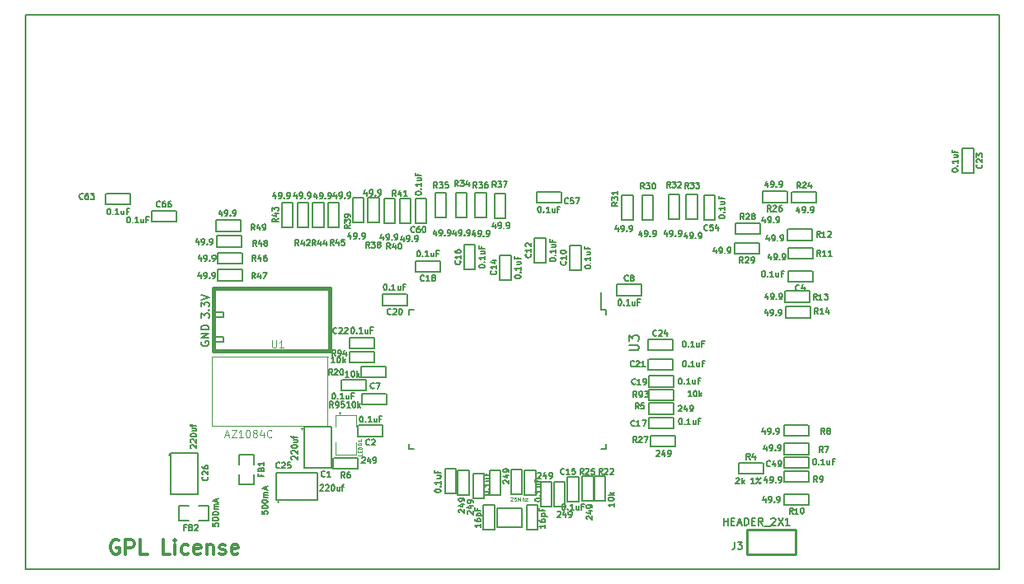
<source format=gto>
G04 #@! TF.FileFunction,Legend,Top*
%FSLAX46Y46*%
G04 Gerber Fmt 4.6, Leading zero omitted, Abs format (unit mm)*
G04 Created by KiCad (PCBNEW 4.0.6-e0-6349~53~ubuntu16.04.1) date Wed Aug 23 21:58:44 2017*
%MOMM*%
%LPD*%
G01*
G04 APERTURE LIST*
%ADD10C,0.150000*%
%ADD11C,0.300000*%
%ADD12C,0.200000*%
%ADD13C,0.127000*%
%ADD14C,0.100000*%
%ADD15C,0.099060*%
%ADD16C,0.381000*%
%ADD17C,0.254000*%
%ADD18C,0.125000*%
%ADD19C,0.093980*%
%ADD20C,0.190500*%
G04 APERTURE END LIST*
D10*
D11*
X95585714Y-109050000D02*
X95442857Y-108978571D01*
X95228571Y-108978571D01*
X95014286Y-109050000D01*
X94871428Y-109192857D01*
X94800000Y-109335714D01*
X94728571Y-109621429D01*
X94728571Y-109835714D01*
X94800000Y-110121429D01*
X94871428Y-110264286D01*
X95014286Y-110407143D01*
X95228571Y-110478571D01*
X95371428Y-110478571D01*
X95585714Y-110407143D01*
X95657143Y-110335714D01*
X95657143Y-109835714D01*
X95371428Y-109835714D01*
X96300000Y-110478571D02*
X96300000Y-108978571D01*
X96871428Y-108978571D01*
X97014286Y-109050000D01*
X97085714Y-109121429D01*
X97157143Y-109264286D01*
X97157143Y-109478571D01*
X97085714Y-109621429D01*
X97014286Y-109692857D01*
X96871428Y-109764286D01*
X96300000Y-109764286D01*
X98514286Y-110478571D02*
X97800000Y-110478571D01*
X97800000Y-108978571D01*
X100871429Y-110478571D02*
X100157143Y-110478571D01*
X100157143Y-108978571D01*
X101371429Y-110478571D02*
X101371429Y-109478571D01*
X101371429Y-108978571D02*
X101300000Y-109050000D01*
X101371429Y-109121429D01*
X101442857Y-109050000D01*
X101371429Y-108978571D01*
X101371429Y-109121429D01*
X102728572Y-110407143D02*
X102585715Y-110478571D01*
X102300001Y-110478571D01*
X102157143Y-110407143D01*
X102085715Y-110335714D01*
X102014286Y-110192857D01*
X102014286Y-109764286D01*
X102085715Y-109621429D01*
X102157143Y-109550000D01*
X102300001Y-109478571D01*
X102585715Y-109478571D01*
X102728572Y-109550000D01*
X103942857Y-110407143D02*
X103800000Y-110478571D01*
X103514286Y-110478571D01*
X103371429Y-110407143D01*
X103300000Y-110264286D01*
X103300000Y-109692857D01*
X103371429Y-109550000D01*
X103514286Y-109478571D01*
X103800000Y-109478571D01*
X103942857Y-109550000D01*
X104014286Y-109692857D01*
X104014286Y-109835714D01*
X103300000Y-109978571D01*
X104657143Y-109478571D02*
X104657143Y-110478571D01*
X104657143Y-109621429D02*
X104728571Y-109550000D01*
X104871429Y-109478571D01*
X105085714Y-109478571D01*
X105228571Y-109550000D01*
X105300000Y-109692857D01*
X105300000Y-110478571D01*
X105942857Y-110407143D02*
X106085714Y-110478571D01*
X106371429Y-110478571D01*
X106514286Y-110407143D01*
X106585714Y-110264286D01*
X106585714Y-110192857D01*
X106514286Y-110050000D01*
X106371429Y-109978571D01*
X106157143Y-109978571D01*
X106014286Y-109907143D01*
X105942857Y-109764286D01*
X105942857Y-109692857D01*
X106014286Y-109550000D01*
X106157143Y-109478571D01*
X106371429Y-109478571D01*
X106514286Y-109550000D01*
X107800000Y-110407143D02*
X107657143Y-110478571D01*
X107371429Y-110478571D01*
X107228572Y-110407143D01*
X107157143Y-110264286D01*
X107157143Y-109692857D01*
X107228572Y-109550000D01*
X107371429Y-109478571D01*
X107657143Y-109478571D01*
X107800000Y-109550000D01*
X107871429Y-109692857D01*
X107871429Y-109835714D01*
X107157143Y-109978571D01*
D12*
X104050000Y-88609523D02*
X104011905Y-88685714D01*
X104011905Y-88799999D01*
X104050000Y-88914285D01*
X104126190Y-88990476D01*
X104202381Y-89028571D01*
X104354762Y-89066666D01*
X104469048Y-89066666D01*
X104621429Y-89028571D01*
X104697619Y-88990476D01*
X104773810Y-88914285D01*
X104811905Y-88799999D01*
X104811905Y-88723809D01*
X104773810Y-88609523D01*
X104735714Y-88571428D01*
X104469048Y-88571428D01*
X104469048Y-88723809D01*
X104811905Y-88228571D02*
X104011905Y-88228571D01*
X104811905Y-87771428D01*
X104011905Y-87771428D01*
X104811905Y-87390476D02*
X104011905Y-87390476D01*
X104011905Y-87200000D01*
X104050000Y-87085714D01*
X104126190Y-87009523D01*
X104202381Y-86971428D01*
X104354762Y-86933333D01*
X104469048Y-86933333D01*
X104621429Y-86971428D01*
X104697619Y-87009523D01*
X104773810Y-87085714D01*
X104811905Y-87200000D01*
X104811905Y-87390476D01*
X186000000Y-55000000D02*
X86000000Y-55000000D01*
X186000000Y-112000000D02*
X186000000Y-55000000D01*
X86000000Y-112000000D02*
X186000000Y-112000000D01*
X86000000Y-55000000D02*
X86000000Y-112000000D01*
X104061905Y-86180952D02*
X104061905Y-85685714D01*
X104366667Y-85952381D01*
X104366667Y-85838095D01*
X104404762Y-85761905D01*
X104442857Y-85723809D01*
X104519048Y-85685714D01*
X104709524Y-85685714D01*
X104785714Y-85723809D01*
X104823810Y-85761905D01*
X104861905Y-85838095D01*
X104861905Y-86066667D01*
X104823810Y-86142857D01*
X104785714Y-86180952D01*
X104785714Y-85342857D02*
X104823810Y-85304762D01*
X104861905Y-85342857D01*
X104823810Y-85380952D01*
X104785714Y-85342857D01*
X104861905Y-85342857D01*
X104061905Y-85038095D02*
X104061905Y-84542857D01*
X104366667Y-84809524D01*
X104366667Y-84695238D01*
X104404762Y-84619048D01*
X104442857Y-84580952D01*
X104519048Y-84542857D01*
X104709524Y-84542857D01*
X104785714Y-84580952D01*
X104823810Y-84619048D01*
X104861905Y-84695238D01*
X104861905Y-84923810D01*
X104823810Y-85000000D01*
X104785714Y-85038095D01*
X104061905Y-84314286D02*
X104861905Y-84047619D01*
X104061905Y-83780952D01*
D13*
X107988000Y-101242000D02*
X107988000Y-100226000D01*
X107988000Y-100226000D02*
X109512000Y-100226000D01*
X109512000Y-100226000D02*
X109512000Y-101242000D01*
X109512000Y-102258000D02*
X109512000Y-103274000D01*
X109512000Y-103274000D02*
X107988000Y-103274000D01*
X107988000Y-103274000D02*
X107988000Y-102258000D01*
D10*
X134490000Y-105730000D02*
X136990000Y-105730000D01*
X136990000Y-105730000D02*
X136990000Y-107730000D01*
X136990000Y-107730000D02*
X134490000Y-107730000D01*
X134490000Y-107730000D02*
X134490000Y-105730000D01*
D13*
X103808000Y-105488000D02*
X104824000Y-105488000D01*
X104824000Y-105488000D02*
X104824000Y-107012000D01*
X104824000Y-107012000D02*
X103808000Y-107012000D01*
X102792000Y-107012000D02*
X101776000Y-107012000D01*
X101776000Y-107012000D02*
X101776000Y-105488000D01*
X101776000Y-105488000D02*
X102792000Y-105488000D01*
D10*
X145625000Y-85375000D02*
X145115000Y-85375000D01*
X145625000Y-99625000D02*
X145115000Y-99625000D01*
X125375000Y-99625000D02*
X125885000Y-99625000D01*
X125375000Y-85375000D02*
X125885000Y-85375000D01*
X145625000Y-85375000D02*
X145625000Y-85885000D01*
X125375000Y-85375000D02*
X125375000Y-85885000D01*
X125375000Y-99625000D02*
X125375000Y-99115000D01*
X145625000Y-99625000D02*
X145625000Y-99115000D01*
X145115000Y-85375000D02*
X145115000Y-83550000D01*
D14*
X118250000Y-95860000D02*
X118250000Y-96060000D01*
X118360000Y-95960000D02*
X118160000Y-95960000D01*
D15*
X117842440Y-97400000D02*
X117842440Y-96200000D01*
X117850000Y-96148160D02*
X119950000Y-96148160D01*
X119952960Y-96200000D02*
X119952960Y-97400000D01*
X119958040Y-99000000D02*
X119958040Y-100200000D01*
X119950000Y-100246760D02*
X117850000Y-100246760D01*
X117842120Y-100200000D02*
X117842120Y-99000000D01*
D10*
X105300000Y-88100000D02*
X106300000Y-88100000D01*
X106300000Y-88600000D02*
X105300000Y-88600000D01*
X106300000Y-88100000D02*
X106300000Y-88600000D01*
X106300000Y-85600000D02*
X106300000Y-86100000D01*
X106300000Y-86100000D02*
X105300000Y-86100000D01*
X105300000Y-85600000D02*
X106300000Y-85600000D01*
D16*
X117300000Y-83100000D02*
X105300000Y-83100000D01*
X105300000Y-83100000D02*
X105300000Y-89600000D01*
X105300000Y-89600000D02*
X117300000Y-89600000D01*
X117300000Y-89600000D02*
X117300000Y-83100000D01*
D15*
X105150000Y-90152000D02*
X117050000Y-90152000D01*
X117042000Y-90200000D02*
X117042000Y-97200000D01*
X117050000Y-97248000D02*
X105150000Y-97248000D01*
X105158000Y-97200000D02*
X105158000Y-90200000D01*
D17*
X160100000Y-110470000D02*
X165100000Y-110470000D01*
X160080000Y-110470000D02*
X160080000Y-107930000D01*
X160100000Y-107914760D02*
X165100000Y-107914760D01*
X165135240Y-107914760D02*
X165135240Y-110475080D01*
D13*
X98970000Y-75140000D02*
X101470000Y-75140000D01*
X101490000Y-75140000D02*
X101490000Y-76280000D01*
X101470000Y-76280000D02*
X98970000Y-76280000D01*
X98950000Y-76280000D02*
X98950000Y-75140000D01*
X94280000Y-73400000D02*
X96780000Y-73400000D01*
X96800000Y-73400000D02*
X96800000Y-74540000D01*
X96780000Y-74540000D02*
X94280000Y-74540000D01*
X94260000Y-74540000D02*
X94260000Y-73400000D01*
X127180000Y-73960000D02*
X127180000Y-76460000D01*
X127180000Y-76480000D02*
X126040000Y-76480000D01*
X126040000Y-76460000D02*
X126040000Y-73960000D01*
X126040000Y-73940000D02*
X127180000Y-73940000D01*
X138510000Y-73190000D02*
X141010000Y-73190000D01*
X141030000Y-73190000D02*
X141030000Y-74330000D01*
X141010000Y-74330000D02*
X138510000Y-74330000D01*
X138490000Y-74330000D02*
X138490000Y-73190000D01*
X155670000Y-76050000D02*
X155670000Y-73550000D01*
X155670000Y-73530000D02*
X156810000Y-73530000D01*
X156810000Y-73550000D02*
X156810000Y-76050000D01*
X156810000Y-76070000D02*
X155670000Y-76070000D01*
X166450000Y-101620000D02*
X163950000Y-101620000D01*
X163930000Y-101620000D02*
X163930000Y-100480000D01*
X163950000Y-100480000D02*
X166450000Y-100480000D01*
X166470000Y-100480000D02*
X166470000Y-101620000D01*
X133020000Y-107900000D02*
X133020000Y-105400000D01*
X133020000Y-105380000D02*
X134160000Y-105380000D01*
X134160000Y-105400000D02*
X134160000Y-107900000D01*
X134160000Y-107920000D02*
X133020000Y-107920000D01*
X137490000Y-107900000D02*
X137490000Y-105400000D01*
X137490000Y-105380000D02*
X138630000Y-105380000D01*
X138630000Y-105400000D02*
X138630000Y-107900000D01*
X138630000Y-107920000D02*
X137490000Y-107920000D01*
X149950000Y-88380000D02*
X152450000Y-88380000D01*
X152470000Y-88380000D02*
X152470000Y-89520000D01*
X152450000Y-89520000D02*
X149950000Y-89520000D01*
X149930000Y-89520000D02*
X149930000Y-88380000D01*
X183360000Y-68780000D02*
X183360000Y-71280000D01*
X183360000Y-71300000D02*
X182220000Y-71300000D01*
X182220000Y-71280000D02*
X182220000Y-68780000D01*
X182220000Y-68760000D02*
X183360000Y-68760000D01*
X121810000Y-89350000D02*
X119310000Y-89350000D01*
X119290000Y-89350000D02*
X119290000Y-88210000D01*
X119310000Y-88210000D02*
X121810000Y-88210000D01*
X121830000Y-88210000D02*
X121830000Y-89350000D01*
X150000000Y-90405000D02*
X152500000Y-90405000D01*
X152520000Y-90405000D02*
X152520000Y-91545000D01*
X152500000Y-91545000D02*
X150000000Y-91545000D01*
X149980000Y-91545000D02*
X149980000Y-90405000D01*
X125170000Y-84910000D02*
X122670000Y-84910000D01*
X122650000Y-84910000D02*
X122650000Y-83770000D01*
X122670000Y-83770000D02*
X125170000Y-83770000D01*
X125190000Y-83770000D02*
X125190000Y-84910000D01*
X150050000Y-92130000D02*
X152550000Y-92130000D01*
X152570000Y-92130000D02*
X152570000Y-93270000D01*
X152550000Y-93270000D02*
X150050000Y-93270000D01*
X150030000Y-93270000D02*
X150030000Y-92130000D01*
X150050000Y-96430000D02*
X152550000Y-96430000D01*
X152570000Y-96430000D02*
X152570000Y-97570000D01*
X152550000Y-97570000D02*
X150050000Y-97570000D01*
X150030000Y-97570000D02*
X150030000Y-96430000D01*
X131050000Y-81160000D02*
X131050000Y-78660000D01*
X131050000Y-78640000D02*
X132190000Y-78640000D01*
X132190000Y-78660000D02*
X132190000Y-81160000D01*
X132190000Y-81180000D02*
X131050000Y-81180000D01*
X142820000Y-102520000D02*
X142820000Y-105020000D01*
X142820000Y-105040000D02*
X141680000Y-105040000D01*
X141680000Y-105020000D02*
X141680000Y-102520000D01*
X141680000Y-102500000D02*
X142820000Y-102500000D01*
X134720000Y-82230000D02*
X134720000Y-79730000D01*
X134720000Y-79710000D02*
X135860000Y-79710000D01*
X135860000Y-79730000D02*
X135860000Y-82230000D01*
X135860000Y-82250000D02*
X134720000Y-82250000D01*
X138390000Y-101880000D02*
X138390000Y-104380000D01*
X138390000Y-104400000D02*
X137250000Y-104400000D01*
X137250000Y-104380000D02*
X137250000Y-101880000D01*
X137250000Y-101860000D02*
X138390000Y-101860000D01*
X138300000Y-80480000D02*
X138300000Y-77980000D01*
X138300000Y-77960000D02*
X139440000Y-77960000D01*
X139440000Y-77980000D02*
X139440000Y-80480000D01*
X139440000Y-80500000D02*
X138300000Y-80500000D01*
X134800000Y-101890000D02*
X134800000Y-104390000D01*
X134800000Y-104410000D02*
X133660000Y-104410000D01*
X133660000Y-104390000D02*
X133660000Y-101890000D01*
X133660000Y-101870000D02*
X134800000Y-101870000D01*
X141905000Y-81225000D02*
X141905000Y-78725000D01*
X141905000Y-78705000D02*
X143045000Y-78705000D01*
X143045000Y-78725000D02*
X143045000Y-81225000D01*
X143045000Y-81245000D02*
X141905000Y-81245000D01*
X130250000Y-101730000D02*
X130250000Y-104230000D01*
X130250000Y-104250000D02*
X129110000Y-104250000D01*
X129110000Y-104230000D02*
X129110000Y-101730000D01*
X129110000Y-101710000D02*
X130250000Y-101710000D01*
X146750000Y-82730000D02*
X149250000Y-82730000D01*
X149270000Y-82730000D02*
X149270000Y-83870000D01*
X149250000Y-83870000D02*
X146750000Y-83870000D01*
X146730000Y-83870000D02*
X146730000Y-82730000D01*
X120990000Y-93640000D02*
X118490000Y-93640000D01*
X118470000Y-93640000D02*
X118470000Y-92500000D01*
X118490000Y-92500000D02*
X120990000Y-92500000D01*
X121010000Y-92500000D02*
X121010000Y-93640000D01*
X166825000Y-82470000D02*
X164325000Y-82470000D01*
X164305000Y-82470000D02*
X164305000Y-81330000D01*
X164325000Y-81330000D02*
X166825000Y-81330000D01*
X166845000Y-81330000D02*
X166845000Y-82470000D01*
X122690000Y-98350000D02*
X120190000Y-98350000D01*
X120170000Y-98350000D02*
X120170000Y-97210000D01*
X120190000Y-97210000D02*
X122690000Y-97210000D01*
X122710000Y-97210000D02*
X122710000Y-98350000D01*
X128580000Y-81470000D02*
X126080000Y-81470000D01*
X126060000Y-81470000D02*
X126060000Y-80330000D01*
X126080000Y-80330000D02*
X128580000Y-80330000D01*
X128600000Y-80330000D02*
X128600000Y-81470000D01*
X120540000Y-93940000D02*
X120540000Y-95080000D01*
X123080000Y-93940000D02*
X123080000Y-95080000D01*
X120560000Y-93940000D02*
X123060000Y-93940000D01*
X123060000Y-95080000D02*
X120560000Y-95080000D01*
X119290000Y-89640000D02*
X119290000Y-90780000D01*
X121830000Y-89640000D02*
X121830000Y-90780000D01*
X119310000Y-89640000D02*
X121810000Y-89640000D01*
X121810000Y-90780000D02*
X119310000Y-90780000D01*
X152570000Y-94670000D02*
X152570000Y-93530000D01*
X150030000Y-94670000D02*
X150030000Y-93530000D01*
X152550000Y-94670000D02*
X150050000Y-94670000D01*
X150050000Y-93530000D02*
X152550000Y-93530000D01*
X108130000Y-77280000D02*
X108130000Y-76140000D01*
X105590000Y-77280000D02*
X105590000Y-76140000D01*
X108110000Y-77280000D02*
X105610000Y-77280000D01*
X105610000Y-76140000D02*
X108110000Y-76140000D01*
X105650000Y-77740000D02*
X105650000Y-78880000D01*
X108190000Y-77740000D02*
X108190000Y-78880000D01*
X105670000Y-77740000D02*
X108170000Y-77740000D01*
X108170000Y-78880000D02*
X105670000Y-78880000D01*
X108300000Y-82360000D02*
X108300000Y-81220000D01*
X105760000Y-82360000D02*
X105760000Y-81220000D01*
X108280000Y-82360000D02*
X105780000Y-82360000D01*
X105780000Y-81220000D02*
X108280000Y-81220000D01*
X105710000Y-79490000D02*
X105710000Y-80630000D01*
X108250000Y-79490000D02*
X108250000Y-80630000D01*
X105730000Y-79490000D02*
X108230000Y-79490000D01*
X108230000Y-80630000D02*
X105730000Y-80630000D01*
X117060000Y-76870000D02*
X118200000Y-76870000D01*
X117060000Y-74330000D02*
X118200000Y-74330000D01*
X117060000Y-76850000D02*
X117060000Y-74350000D01*
X118200000Y-74350000D02*
X118200000Y-76850000D01*
X116640000Y-74310000D02*
X115500000Y-74310000D01*
X116640000Y-76850000D02*
X115500000Y-76850000D01*
X116640000Y-74330000D02*
X116640000Y-76830000D01*
X115500000Y-76830000D02*
X115500000Y-74330000D01*
X112330000Y-76850000D02*
X113470000Y-76850000D01*
X112330000Y-74310000D02*
X113470000Y-74310000D01*
X112330000Y-76830000D02*
X112330000Y-74330000D01*
X113470000Y-74330000D02*
X113470000Y-76830000D01*
X115080000Y-74320000D02*
X113940000Y-74320000D01*
X115080000Y-76860000D02*
X113940000Y-76860000D01*
X115080000Y-74340000D02*
X115080000Y-76840000D01*
X113940000Y-76840000D02*
X113940000Y-74340000D01*
X124440000Y-76420000D02*
X125580000Y-76420000D01*
X124440000Y-73880000D02*
X125580000Y-73880000D01*
X124440000Y-76400000D02*
X124440000Y-73900000D01*
X125580000Y-73900000D02*
X125580000Y-76400000D01*
X123980000Y-73880000D02*
X122840000Y-73880000D01*
X123980000Y-76420000D02*
X122840000Y-76420000D01*
X123980000Y-73900000D02*
X123980000Y-76400000D01*
X122840000Y-76400000D02*
X122840000Y-73900000D01*
X119610000Y-76370000D02*
X120750000Y-76370000D01*
X119610000Y-73830000D02*
X120750000Y-73830000D01*
X119610000Y-76350000D02*
X119610000Y-73850000D01*
X120750000Y-73850000D02*
X120750000Y-76350000D01*
X122320000Y-73850000D02*
X121180000Y-73850000D01*
X122320000Y-76390000D02*
X121180000Y-76390000D01*
X122320000Y-73870000D02*
X122320000Y-76370000D01*
X121180000Y-76370000D02*
X121180000Y-73870000D01*
X134190000Y-75910000D02*
X135330000Y-75910000D01*
X134190000Y-73370000D02*
X135330000Y-73370000D01*
X134190000Y-75890000D02*
X134190000Y-73390000D01*
X135330000Y-73390000D02*
X135330000Y-75890000D01*
X133330000Y-73350000D02*
X132190000Y-73350000D01*
X133330000Y-75890000D02*
X132190000Y-75890000D01*
X133330000Y-73370000D02*
X133330000Y-75870000D01*
X132190000Y-75870000D02*
X132190000Y-73370000D01*
X128100000Y-75870000D02*
X129240000Y-75870000D01*
X128100000Y-73330000D02*
X129240000Y-73330000D01*
X128100000Y-75850000D02*
X128100000Y-73350000D01*
X129240000Y-73350000D02*
X129240000Y-75850000D01*
X131340000Y-73350000D02*
X130200000Y-73350000D01*
X131340000Y-75890000D02*
X130200000Y-75890000D01*
X131340000Y-73370000D02*
X131340000Y-75870000D01*
X130200000Y-75870000D02*
X130200000Y-73370000D01*
X153870000Y-76040000D02*
X155010000Y-76040000D01*
X153870000Y-73500000D02*
X155010000Y-73500000D01*
X153870000Y-76020000D02*
X153870000Y-73520000D01*
X155010000Y-73520000D02*
X155010000Y-76020000D01*
X153180000Y-73450000D02*
X152040000Y-73450000D01*
X153180000Y-75990000D02*
X152040000Y-75990000D01*
X153180000Y-73470000D02*
X153180000Y-75970000D01*
X152040000Y-75970000D02*
X152040000Y-73470000D01*
X147260000Y-76150000D02*
X148400000Y-76150000D01*
X147260000Y-73610000D02*
X148400000Y-73610000D01*
X147260000Y-76130000D02*
X147260000Y-73630000D01*
X148400000Y-73630000D02*
X148400000Y-76130000D01*
X150470000Y-73590000D02*
X149330000Y-73590000D01*
X150470000Y-76130000D02*
X149330000Y-76130000D01*
X150470000Y-73610000D02*
X150470000Y-76110000D01*
X149330000Y-76110000D02*
X149330000Y-73610000D01*
X161370000Y-79620000D02*
X161370000Y-78480000D01*
X158830000Y-79620000D02*
X158830000Y-78480000D01*
X161350000Y-79620000D02*
X158850000Y-79620000D01*
X158850000Y-78480000D02*
X161350000Y-78480000D01*
X158905000Y-76405000D02*
X158905000Y-77545000D01*
X161445000Y-76405000D02*
X161445000Y-77545000D01*
X158925000Y-76405000D02*
X161425000Y-76405000D01*
X161425000Y-77545000D02*
X158925000Y-77545000D01*
X150180000Y-98255000D02*
X150180000Y-99395000D01*
X152720000Y-98255000D02*
X152720000Y-99395000D01*
X150200000Y-98255000D02*
X152700000Y-98255000D01*
X152700000Y-99395000D02*
X150200000Y-99395000D01*
X164220000Y-74320000D02*
X164220000Y-73180000D01*
X161680000Y-74320000D02*
X161680000Y-73180000D01*
X164200000Y-74320000D02*
X161700000Y-74320000D01*
X161700000Y-73180000D02*
X164200000Y-73180000D01*
X144320000Y-102480000D02*
X143180000Y-102480000D01*
X144320000Y-105020000D02*
X143180000Y-105020000D01*
X144320000Y-102500000D02*
X144320000Y-105000000D01*
X143180000Y-105000000D02*
X143180000Y-102500000D01*
X164705000Y-73205000D02*
X164705000Y-74345000D01*
X167245000Y-73205000D02*
X167245000Y-74345000D01*
X164725000Y-73205000D02*
X167225000Y-73205000D01*
X167225000Y-74345000D02*
X164725000Y-74345000D01*
X141400000Y-103050000D02*
X140260000Y-103050000D01*
X141400000Y-105590000D02*
X140260000Y-105590000D01*
X141400000Y-103070000D02*
X141400000Y-105570000D01*
X140260000Y-105570000D02*
X140260000Y-103070000D01*
X145570000Y-102480000D02*
X144430000Y-102480000D01*
X145570000Y-105020000D02*
X144430000Y-105020000D01*
X145570000Y-102500000D02*
X145570000Y-105000000D01*
X144430000Y-105000000D02*
X144430000Y-102500000D01*
X140060000Y-103050000D02*
X138920000Y-103050000D01*
X140060000Y-105590000D02*
X138920000Y-105590000D01*
X140060000Y-103070000D02*
X140060000Y-105570000D01*
X138920000Y-105570000D02*
X138920000Y-103070000D01*
X123020000Y-92320000D02*
X123020000Y-91180000D01*
X120480000Y-92320000D02*
X120480000Y-91180000D01*
X123000000Y-92320000D02*
X120500000Y-92320000D01*
X120500000Y-91180000D02*
X123000000Y-91180000D01*
X137020000Y-101800000D02*
X135880000Y-101800000D01*
X137020000Y-104340000D02*
X135880000Y-104340000D01*
X137020000Y-101820000D02*
X137020000Y-104320000D01*
X135880000Y-104320000D02*
X135880000Y-101820000D01*
X133110000Y-102160000D02*
X131970000Y-102160000D01*
X133110000Y-104700000D02*
X131970000Y-104700000D01*
X133110000Y-102180000D02*
X133110000Y-104680000D01*
X131970000Y-104680000D02*
X131970000Y-102180000D01*
X131550000Y-101850000D02*
X130410000Y-101850000D01*
X131550000Y-104390000D02*
X130410000Y-104390000D01*
X131550000Y-101870000D02*
X131550000Y-104370000D01*
X130410000Y-104370000D02*
X130410000Y-101870000D01*
X166620000Y-86170000D02*
X166620000Y-85030000D01*
X164080000Y-86170000D02*
X164080000Y-85030000D01*
X166600000Y-86170000D02*
X164100000Y-86170000D01*
X164100000Y-85030000D02*
X166600000Y-85030000D01*
X164030000Y-83430000D02*
X164030000Y-84570000D01*
X166570000Y-83430000D02*
X166570000Y-84570000D01*
X164050000Y-83430000D02*
X166550000Y-83430000D01*
X166550000Y-84570000D02*
X164050000Y-84570000D01*
X166820000Y-78220000D02*
X166820000Y-77080000D01*
X164280000Y-78220000D02*
X164280000Y-77080000D01*
X166800000Y-78220000D02*
X164300000Y-78220000D01*
X164300000Y-77080000D02*
X166800000Y-77080000D01*
X164355000Y-78955000D02*
X164355000Y-80095000D01*
X166895000Y-78955000D02*
X166895000Y-80095000D01*
X164375000Y-78955000D02*
X166875000Y-78955000D01*
X166875000Y-80095000D02*
X164375000Y-80095000D01*
X166470000Y-105410000D02*
X166470000Y-104270000D01*
X163930000Y-105410000D02*
X163930000Y-104270000D01*
X166450000Y-105410000D02*
X163950000Y-105410000D01*
X163950000Y-104270000D02*
X166450000Y-104270000D01*
X163930000Y-101930000D02*
X163930000Y-103070000D01*
X166470000Y-101930000D02*
X166470000Y-103070000D01*
X163950000Y-101930000D02*
X166450000Y-101930000D01*
X166450000Y-103070000D02*
X163950000Y-103070000D01*
X166420000Y-98295000D02*
X166420000Y-97155000D01*
X163880000Y-98295000D02*
X163880000Y-97155000D01*
X166400000Y-98295000D02*
X163900000Y-98295000D01*
X163900000Y-97155000D02*
X166400000Y-97155000D01*
X163930000Y-99080000D02*
X163930000Y-100220000D01*
X166470000Y-99080000D02*
X166470000Y-100220000D01*
X163950000Y-99080000D02*
X166450000Y-99080000D01*
X166450000Y-100220000D02*
X163950000Y-100220000D01*
X120180000Y-101700000D02*
X120180000Y-100560000D01*
X117640000Y-101700000D02*
X117640000Y-100560000D01*
X120160000Y-101700000D02*
X117660000Y-101700000D01*
X117660000Y-100560000D02*
X120160000Y-100560000D01*
X150030000Y-94930000D02*
X150030000Y-96070000D01*
X152570000Y-94930000D02*
X152570000Y-96070000D01*
X150050000Y-94930000D02*
X152550000Y-94930000D01*
X152550000Y-96070000D02*
X150050000Y-96070000D01*
X159230000Y-101080000D02*
X159230000Y-102220000D01*
X161770000Y-101080000D02*
X161770000Y-102220000D01*
X159250000Y-101080000D02*
X161750000Y-101080000D01*
X161750000Y-102220000D02*
X159250000Y-102220000D01*
X103750000Y-104270000D02*
X100950000Y-104270000D01*
X103750000Y-100030000D02*
X100950000Y-100030000D01*
D18*
X100730000Y-100110000D02*
X100730000Y-100310000D01*
X100630000Y-100205000D02*
X100830000Y-100205000D01*
D13*
X100950000Y-100050000D02*
X100950000Y-104250000D01*
X103750000Y-100050000D02*
X103750000Y-104250000D01*
X115980000Y-102060000D02*
X115980000Y-104860000D01*
X111740000Y-102060000D02*
X111740000Y-104860000D01*
D18*
X111820000Y-105080000D02*
X112020000Y-105080000D01*
X111915000Y-105180000D02*
X111915000Y-104980000D01*
D13*
X111760000Y-104860000D02*
X115960000Y-104860000D01*
X111760000Y-102060000D02*
X115960000Y-102060000D01*
X117400000Y-101620000D02*
X114600000Y-101620000D01*
X117400000Y-97380000D02*
X114600000Y-97380000D01*
D18*
X114380000Y-97460000D02*
X114380000Y-97660000D01*
X114280000Y-97555000D02*
X114480000Y-97555000D01*
D13*
X114600000Y-97400000D02*
X114600000Y-101600000D01*
X117400000Y-97400000D02*
X117400000Y-101600000D01*
D10*
X110207143Y-102250000D02*
X110207143Y-102450000D01*
X110521429Y-102450000D02*
X109921429Y-102450000D01*
X109921429Y-102164286D01*
X110207143Y-101735714D02*
X110235714Y-101650000D01*
X110264286Y-101621428D01*
X110321429Y-101592857D01*
X110407143Y-101592857D01*
X110464286Y-101621428D01*
X110492857Y-101650000D01*
X110521429Y-101707142D01*
X110521429Y-101935714D01*
X109921429Y-101935714D01*
X109921429Y-101735714D01*
X109950000Y-101678571D01*
X109978571Y-101650000D01*
X110035714Y-101621428D01*
X110092857Y-101621428D01*
X110150000Y-101650000D01*
X110178571Y-101678571D01*
X110207143Y-101735714D01*
X110207143Y-101935714D01*
X110521429Y-101021428D02*
X110521429Y-101364285D01*
X110521429Y-101192857D02*
X109921429Y-101192857D01*
X110007143Y-101250000D01*
X110064286Y-101307142D01*
X110092857Y-101364285D01*
X110281429Y-106035715D02*
X110281429Y-106321429D01*
X110567143Y-106350000D01*
X110538571Y-106321429D01*
X110510000Y-106264286D01*
X110510000Y-106121429D01*
X110538571Y-106064286D01*
X110567143Y-106035715D01*
X110624286Y-106007143D01*
X110767143Y-106007143D01*
X110824286Y-106035715D01*
X110852857Y-106064286D01*
X110881429Y-106121429D01*
X110881429Y-106264286D01*
X110852857Y-106321429D01*
X110824286Y-106350000D01*
X110281429Y-105635714D02*
X110281429Y-105578571D01*
X110310000Y-105521428D01*
X110338571Y-105492857D01*
X110395714Y-105464286D01*
X110510000Y-105435714D01*
X110652857Y-105435714D01*
X110767143Y-105464286D01*
X110824286Y-105492857D01*
X110852857Y-105521428D01*
X110881429Y-105578571D01*
X110881429Y-105635714D01*
X110852857Y-105692857D01*
X110824286Y-105721428D01*
X110767143Y-105750000D01*
X110652857Y-105778571D01*
X110510000Y-105778571D01*
X110395714Y-105750000D01*
X110338571Y-105721428D01*
X110310000Y-105692857D01*
X110281429Y-105635714D01*
X110281429Y-105064285D02*
X110281429Y-105007142D01*
X110310000Y-104949999D01*
X110338571Y-104921428D01*
X110395714Y-104892857D01*
X110510000Y-104864285D01*
X110652857Y-104864285D01*
X110767143Y-104892857D01*
X110824286Y-104921428D01*
X110852857Y-104949999D01*
X110881429Y-105007142D01*
X110881429Y-105064285D01*
X110852857Y-105121428D01*
X110824286Y-105149999D01*
X110767143Y-105178571D01*
X110652857Y-105207142D01*
X110510000Y-105207142D01*
X110395714Y-105178571D01*
X110338571Y-105149999D01*
X110310000Y-105121428D01*
X110281429Y-105064285D01*
X110881429Y-104607142D02*
X110481429Y-104607142D01*
X110538571Y-104607142D02*
X110510000Y-104578570D01*
X110481429Y-104521428D01*
X110481429Y-104435713D01*
X110510000Y-104378570D01*
X110567143Y-104349999D01*
X110881429Y-104349999D01*
X110567143Y-104349999D02*
X110510000Y-104321428D01*
X110481429Y-104264285D01*
X110481429Y-104178570D01*
X110510000Y-104121428D01*
X110567143Y-104092856D01*
X110881429Y-104092856D01*
X110710000Y-103835713D02*
X110710000Y-103549999D01*
X110881429Y-103892856D02*
X110281429Y-103692856D01*
X110881429Y-103492856D01*
D14*
X135803809Y-104639048D02*
X135822857Y-104620000D01*
X135860952Y-104600952D01*
X135956190Y-104600952D01*
X135994286Y-104620000D01*
X136013333Y-104639048D01*
X136032381Y-104677143D01*
X136032381Y-104715238D01*
X136013333Y-104772381D01*
X135784762Y-105000952D01*
X136032381Y-105000952D01*
X136394285Y-104600952D02*
X136203809Y-104600952D01*
X136184761Y-104791429D01*
X136203809Y-104772381D01*
X136241904Y-104753333D01*
X136337142Y-104753333D01*
X136375238Y-104772381D01*
X136394285Y-104791429D01*
X136413333Y-104829524D01*
X136413333Y-104924762D01*
X136394285Y-104962857D01*
X136375238Y-104981905D01*
X136337142Y-105000952D01*
X136241904Y-105000952D01*
X136203809Y-104981905D01*
X136184761Y-104962857D01*
X136584761Y-105000952D02*
X136584761Y-104600952D01*
X136718094Y-104886667D01*
X136851428Y-104600952D01*
X136851428Y-105000952D01*
X137041904Y-105000952D02*
X137041904Y-104600952D01*
X137213333Y-105000952D02*
X137213333Y-104791429D01*
X137194285Y-104753333D01*
X137156190Y-104734286D01*
X137099047Y-104734286D01*
X137060952Y-104753333D01*
X137041904Y-104772381D01*
X137365714Y-104734286D02*
X137575238Y-104734286D01*
X137365714Y-105000952D01*
X137575238Y-105000952D01*
D10*
X102500000Y-107707143D02*
X102300000Y-107707143D01*
X102300000Y-108021429D02*
X102300000Y-107421429D01*
X102585714Y-107421429D01*
X103014286Y-107707143D02*
X103100000Y-107735714D01*
X103128572Y-107764286D01*
X103157143Y-107821429D01*
X103157143Y-107907143D01*
X103128572Y-107964286D01*
X103100000Y-107992857D01*
X103042858Y-108021429D01*
X102814286Y-108021429D01*
X102814286Y-107421429D01*
X103014286Y-107421429D01*
X103071429Y-107450000D01*
X103100000Y-107478571D01*
X103128572Y-107535714D01*
X103128572Y-107592857D01*
X103100000Y-107650000D01*
X103071429Y-107678571D01*
X103014286Y-107707143D01*
X102814286Y-107707143D01*
X103385715Y-107478571D02*
X103414286Y-107450000D01*
X103471429Y-107421429D01*
X103614286Y-107421429D01*
X103671429Y-107450000D01*
X103700000Y-107478571D01*
X103728572Y-107535714D01*
X103728572Y-107592857D01*
X103700000Y-107678571D01*
X103357143Y-108021429D01*
X103728572Y-108021429D01*
X105221429Y-107285715D02*
X105221429Y-107571429D01*
X105507143Y-107600000D01*
X105478571Y-107571429D01*
X105450000Y-107514286D01*
X105450000Y-107371429D01*
X105478571Y-107314286D01*
X105507143Y-107285715D01*
X105564286Y-107257143D01*
X105707143Y-107257143D01*
X105764286Y-107285715D01*
X105792857Y-107314286D01*
X105821429Y-107371429D01*
X105821429Y-107514286D01*
X105792857Y-107571429D01*
X105764286Y-107600000D01*
X105221429Y-106885714D02*
X105221429Y-106828571D01*
X105250000Y-106771428D01*
X105278571Y-106742857D01*
X105335714Y-106714286D01*
X105450000Y-106685714D01*
X105592857Y-106685714D01*
X105707143Y-106714286D01*
X105764286Y-106742857D01*
X105792857Y-106771428D01*
X105821429Y-106828571D01*
X105821429Y-106885714D01*
X105792857Y-106942857D01*
X105764286Y-106971428D01*
X105707143Y-107000000D01*
X105592857Y-107028571D01*
X105450000Y-107028571D01*
X105335714Y-107000000D01*
X105278571Y-106971428D01*
X105250000Y-106942857D01*
X105221429Y-106885714D01*
X105221429Y-106314285D02*
X105221429Y-106257142D01*
X105250000Y-106199999D01*
X105278571Y-106171428D01*
X105335714Y-106142857D01*
X105450000Y-106114285D01*
X105592857Y-106114285D01*
X105707143Y-106142857D01*
X105764286Y-106171428D01*
X105792857Y-106199999D01*
X105821429Y-106257142D01*
X105821429Y-106314285D01*
X105792857Y-106371428D01*
X105764286Y-106399999D01*
X105707143Y-106428571D01*
X105592857Y-106457142D01*
X105450000Y-106457142D01*
X105335714Y-106428571D01*
X105278571Y-106399999D01*
X105250000Y-106371428D01*
X105221429Y-106314285D01*
X105821429Y-105857142D02*
X105421429Y-105857142D01*
X105478571Y-105857142D02*
X105450000Y-105828570D01*
X105421429Y-105771428D01*
X105421429Y-105685713D01*
X105450000Y-105628570D01*
X105507143Y-105599999D01*
X105821429Y-105599999D01*
X105507143Y-105599999D02*
X105450000Y-105571428D01*
X105421429Y-105514285D01*
X105421429Y-105428570D01*
X105450000Y-105371428D01*
X105507143Y-105342856D01*
X105821429Y-105342856D01*
X105650000Y-105085713D02*
X105650000Y-104799999D01*
X105821429Y-105142856D02*
X105221429Y-104942856D01*
X105821429Y-104742856D01*
X147992381Y-89521905D02*
X148801905Y-89521905D01*
X148897143Y-89474286D01*
X148944762Y-89426667D01*
X148992381Y-89331429D01*
X148992381Y-89140952D01*
X148944762Y-89045714D01*
X148897143Y-88998095D01*
X148801905Y-88950476D01*
X147992381Y-88950476D01*
X147992381Y-88569524D02*
X147992381Y-87950476D01*
X148373333Y-88283810D01*
X148373333Y-88140952D01*
X148420952Y-88045714D01*
X148468571Y-87998095D01*
X148563810Y-87950476D01*
X148801905Y-87950476D01*
X148897143Y-87998095D01*
X148944762Y-88045714D01*
X148992381Y-88140952D01*
X148992381Y-88426667D01*
X148944762Y-88521905D01*
X148897143Y-88569524D01*
D19*
X120512357Y-99241214D02*
X120131357Y-99241214D01*
X120131357Y-99150499D01*
X120149500Y-99096071D01*
X120185786Y-99059785D01*
X120222071Y-99041642D01*
X120294643Y-99023499D01*
X120349071Y-99023499D01*
X120421643Y-99041642D01*
X120457929Y-99059785D01*
X120494214Y-99096071D01*
X120512357Y-99150499D01*
X120512357Y-99241214D01*
X120512357Y-98660642D02*
X120512357Y-98878357D01*
X120512357Y-98769499D02*
X120131357Y-98769499D01*
X120185786Y-98805785D01*
X120222071Y-98842071D01*
X120240214Y-98878357D01*
X120552357Y-100144928D02*
X120552357Y-100326357D01*
X120171357Y-100326357D01*
X120352786Y-100017928D02*
X120352786Y-99890928D01*
X120552357Y-99836499D02*
X120552357Y-100017928D01*
X120171357Y-100017928D01*
X120171357Y-99836499D01*
X120552357Y-99673214D02*
X120171357Y-99673214D01*
X120171357Y-99582499D01*
X120189500Y-99528071D01*
X120225786Y-99491785D01*
X120262071Y-99473642D01*
X120334643Y-99455499D01*
X120389071Y-99455499D01*
X120461643Y-99473642D01*
X120497929Y-99491785D01*
X120534214Y-99528071D01*
X120552357Y-99582499D01*
X120552357Y-99673214D01*
D15*
X111319429Y-88482714D02*
X111319429Y-89099571D01*
X111355714Y-89172143D01*
X111392000Y-89208429D01*
X111464571Y-89244714D01*
X111609714Y-89244714D01*
X111682286Y-89208429D01*
X111718571Y-89172143D01*
X111754857Y-89099571D01*
X111754857Y-88482714D01*
X112516857Y-89244714D02*
X112081429Y-89244714D01*
X112299143Y-89244714D02*
X112299143Y-88482714D01*
X112226572Y-88591571D01*
X112154000Y-88664143D01*
X112081429Y-88700429D01*
X106533287Y-98247000D02*
X106896144Y-98247000D01*
X106460715Y-98464714D02*
X106714715Y-97702714D01*
X106968715Y-98464714D01*
X107150144Y-97702714D02*
X107658144Y-97702714D01*
X107150144Y-98464714D01*
X107658144Y-98464714D01*
X108347572Y-98464714D02*
X107912144Y-98464714D01*
X108129858Y-98464714D02*
X108129858Y-97702714D01*
X108057287Y-97811571D01*
X107984715Y-97884143D01*
X107912144Y-97920429D01*
X108819286Y-97702714D02*
X108891858Y-97702714D01*
X108964429Y-97739000D01*
X109000715Y-97775286D01*
X109037001Y-97847857D01*
X109073286Y-97993000D01*
X109073286Y-98174429D01*
X109037001Y-98319571D01*
X109000715Y-98392143D01*
X108964429Y-98428429D01*
X108891858Y-98464714D01*
X108819286Y-98464714D01*
X108746715Y-98428429D01*
X108710429Y-98392143D01*
X108674144Y-98319571D01*
X108637858Y-98174429D01*
X108637858Y-97993000D01*
X108674144Y-97847857D01*
X108710429Y-97775286D01*
X108746715Y-97739000D01*
X108819286Y-97702714D01*
X109508715Y-98029286D02*
X109436143Y-97993000D01*
X109399858Y-97956714D01*
X109363572Y-97884143D01*
X109363572Y-97847857D01*
X109399858Y-97775286D01*
X109436143Y-97739000D01*
X109508715Y-97702714D01*
X109653858Y-97702714D01*
X109726429Y-97739000D01*
X109762715Y-97775286D01*
X109799000Y-97847857D01*
X109799000Y-97884143D01*
X109762715Y-97956714D01*
X109726429Y-97993000D01*
X109653858Y-98029286D01*
X109508715Y-98029286D01*
X109436143Y-98065571D01*
X109399858Y-98101857D01*
X109363572Y-98174429D01*
X109363572Y-98319571D01*
X109399858Y-98392143D01*
X109436143Y-98428429D01*
X109508715Y-98464714D01*
X109653858Y-98464714D01*
X109726429Y-98428429D01*
X109762715Y-98392143D01*
X109799000Y-98319571D01*
X109799000Y-98174429D01*
X109762715Y-98101857D01*
X109726429Y-98065571D01*
X109653858Y-98029286D01*
X110452143Y-97956714D02*
X110452143Y-98464714D01*
X110270714Y-97666429D02*
X110089286Y-98210714D01*
X110561000Y-98210714D01*
X111286714Y-98392143D02*
X111250428Y-98428429D01*
X111141571Y-98464714D01*
X111069000Y-98464714D01*
X110960143Y-98428429D01*
X110887571Y-98355857D01*
X110851286Y-98283286D01*
X110815000Y-98138143D01*
X110815000Y-98029286D01*
X110851286Y-97884143D01*
X110887571Y-97811571D01*
X110960143Y-97739000D01*
X111069000Y-97702714D01*
X111141571Y-97702714D01*
X111250428Y-97739000D01*
X111286714Y-97775286D01*
D20*
X158846001Y-109182714D02*
X158846001Y-109727000D01*
X158809715Y-109835857D01*
X158737144Y-109908429D01*
X158628287Y-109944714D01*
X158555715Y-109944714D01*
X159136286Y-109182714D02*
X159608000Y-109182714D01*
X159354000Y-109473000D01*
X159462858Y-109473000D01*
X159535429Y-109509286D01*
X159571715Y-109545571D01*
X159608000Y-109618143D01*
X159608000Y-109799571D01*
X159571715Y-109872143D01*
X159535429Y-109908429D01*
X159462858Y-109944714D01*
X159245143Y-109944714D01*
X159172572Y-109908429D01*
X159136286Y-109872143D01*
X157697429Y-107490714D02*
X157697429Y-106728714D01*
X157697429Y-107091571D02*
X158132857Y-107091571D01*
X158132857Y-107490714D02*
X158132857Y-106728714D01*
X158495715Y-107091571D02*
X158749715Y-107091571D01*
X158858572Y-107490714D02*
X158495715Y-107490714D01*
X158495715Y-106728714D01*
X158858572Y-106728714D01*
X159148858Y-107273000D02*
X159511715Y-107273000D01*
X159076286Y-107490714D02*
X159330286Y-106728714D01*
X159584286Y-107490714D01*
X159838287Y-107490714D02*
X159838287Y-106728714D01*
X160019715Y-106728714D01*
X160128572Y-106765000D01*
X160201144Y-106837571D01*
X160237429Y-106910143D01*
X160273715Y-107055286D01*
X160273715Y-107164143D01*
X160237429Y-107309286D01*
X160201144Y-107381857D01*
X160128572Y-107454429D01*
X160019715Y-107490714D01*
X159838287Y-107490714D01*
X160600287Y-107091571D02*
X160854287Y-107091571D01*
X160963144Y-107490714D02*
X160600287Y-107490714D01*
X160600287Y-106728714D01*
X160963144Y-106728714D01*
X161725144Y-107490714D02*
X161471144Y-107127857D01*
X161289716Y-107490714D02*
X161289716Y-106728714D01*
X161580001Y-106728714D01*
X161652573Y-106765000D01*
X161688858Y-106801286D01*
X161725144Y-106873857D01*
X161725144Y-106982714D01*
X161688858Y-107055286D01*
X161652573Y-107091571D01*
X161580001Y-107127857D01*
X161289716Y-107127857D01*
X161870287Y-107563286D02*
X162450858Y-107563286D01*
X162596001Y-106801286D02*
X162632287Y-106765000D01*
X162704858Y-106728714D01*
X162886287Y-106728714D01*
X162958858Y-106765000D01*
X162995144Y-106801286D01*
X163031429Y-106873857D01*
X163031429Y-106946429D01*
X162995144Y-107055286D01*
X162559715Y-107490714D01*
X163031429Y-107490714D01*
X163285429Y-106728714D02*
X163793429Y-107490714D01*
X163793429Y-106728714D02*
X163285429Y-107490714D01*
X164482857Y-107490714D02*
X164047429Y-107490714D01*
X164265143Y-107490714D02*
X164265143Y-106728714D01*
X164192572Y-106837571D01*
X164120000Y-106910143D01*
X164047429Y-106946429D01*
D10*
X99834285Y-74724286D02*
X99805714Y-74752857D01*
X99720000Y-74781429D01*
X99662857Y-74781429D01*
X99577142Y-74752857D01*
X99520000Y-74695714D01*
X99491428Y-74638571D01*
X99462857Y-74524286D01*
X99462857Y-74438571D01*
X99491428Y-74324286D01*
X99520000Y-74267143D01*
X99577142Y-74210000D01*
X99662857Y-74181429D01*
X99720000Y-74181429D01*
X99805714Y-74210000D01*
X99834285Y-74238571D01*
X100348571Y-74181429D02*
X100234285Y-74181429D01*
X100177142Y-74210000D01*
X100148571Y-74238571D01*
X100091428Y-74324286D01*
X100062857Y-74438571D01*
X100062857Y-74667143D01*
X100091428Y-74724286D01*
X100120000Y-74752857D01*
X100177142Y-74781429D01*
X100291428Y-74781429D01*
X100348571Y-74752857D01*
X100377142Y-74724286D01*
X100405714Y-74667143D01*
X100405714Y-74524286D01*
X100377142Y-74467143D01*
X100348571Y-74438571D01*
X100291428Y-74410000D01*
X100177142Y-74410000D01*
X100120000Y-74438571D01*
X100091428Y-74467143D01*
X100062857Y-74524286D01*
X100920000Y-74181429D02*
X100805714Y-74181429D01*
X100748571Y-74210000D01*
X100720000Y-74238571D01*
X100662857Y-74324286D01*
X100634286Y-74438571D01*
X100634286Y-74667143D01*
X100662857Y-74724286D01*
X100691429Y-74752857D01*
X100748571Y-74781429D01*
X100862857Y-74781429D01*
X100920000Y-74752857D01*
X100948571Y-74724286D01*
X100977143Y-74667143D01*
X100977143Y-74524286D01*
X100948571Y-74467143D01*
X100920000Y-74438571D01*
X100862857Y-74410000D01*
X100748571Y-74410000D01*
X100691429Y-74438571D01*
X100662857Y-74467143D01*
X100634286Y-74524286D01*
X96564286Y-75791429D02*
X96621429Y-75791429D01*
X96678572Y-75820000D01*
X96707143Y-75848571D01*
X96735714Y-75905714D01*
X96764286Y-76020000D01*
X96764286Y-76162857D01*
X96735714Y-76277143D01*
X96707143Y-76334286D01*
X96678572Y-76362857D01*
X96621429Y-76391429D01*
X96564286Y-76391429D01*
X96507143Y-76362857D01*
X96478572Y-76334286D01*
X96450000Y-76277143D01*
X96421429Y-76162857D01*
X96421429Y-76020000D01*
X96450000Y-75905714D01*
X96478572Y-75848571D01*
X96507143Y-75820000D01*
X96564286Y-75791429D01*
X97021429Y-76334286D02*
X97050001Y-76362857D01*
X97021429Y-76391429D01*
X96992858Y-76362857D01*
X97021429Y-76334286D01*
X97021429Y-76391429D01*
X97621429Y-76391429D02*
X97278572Y-76391429D01*
X97450000Y-76391429D02*
X97450000Y-75791429D01*
X97392857Y-75877143D01*
X97335715Y-75934286D01*
X97278572Y-75962857D01*
X98135715Y-75991429D02*
X98135715Y-76391429D01*
X97878572Y-75991429D02*
X97878572Y-76305714D01*
X97907144Y-76362857D01*
X97964286Y-76391429D01*
X98050001Y-76391429D01*
X98107144Y-76362857D01*
X98135715Y-76334286D01*
X98621429Y-76077143D02*
X98421429Y-76077143D01*
X98421429Y-76391429D02*
X98421429Y-75791429D01*
X98707143Y-75791429D01*
X91924285Y-73924286D02*
X91895714Y-73952857D01*
X91810000Y-73981429D01*
X91752857Y-73981429D01*
X91667142Y-73952857D01*
X91610000Y-73895714D01*
X91581428Y-73838571D01*
X91552857Y-73724286D01*
X91552857Y-73638571D01*
X91581428Y-73524286D01*
X91610000Y-73467143D01*
X91667142Y-73410000D01*
X91752857Y-73381429D01*
X91810000Y-73381429D01*
X91895714Y-73410000D01*
X91924285Y-73438571D01*
X92438571Y-73381429D02*
X92324285Y-73381429D01*
X92267142Y-73410000D01*
X92238571Y-73438571D01*
X92181428Y-73524286D01*
X92152857Y-73638571D01*
X92152857Y-73867143D01*
X92181428Y-73924286D01*
X92210000Y-73952857D01*
X92267142Y-73981429D01*
X92381428Y-73981429D01*
X92438571Y-73952857D01*
X92467142Y-73924286D01*
X92495714Y-73867143D01*
X92495714Y-73724286D01*
X92467142Y-73667143D01*
X92438571Y-73638571D01*
X92381428Y-73610000D01*
X92267142Y-73610000D01*
X92210000Y-73638571D01*
X92181428Y-73667143D01*
X92152857Y-73724286D01*
X92695714Y-73381429D02*
X93067143Y-73381429D01*
X92867143Y-73610000D01*
X92952857Y-73610000D01*
X93010000Y-73638571D01*
X93038571Y-73667143D01*
X93067143Y-73724286D01*
X93067143Y-73867143D01*
X93038571Y-73924286D01*
X93010000Y-73952857D01*
X92952857Y-73981429D01*
X92781429Y-73981429D01*
X92724286Y-73952857D01*
X92695714Y-73924286D01*
X94544286Y-74941429D02*
X94601429Y-74941429D01*
X94658572Y-74970000D01*
X94687143Y-74998571D01*
X94715714Y-75055714D01*
X94744286Y-75170000D01*
X94744286Y-75312857D01*
X94715714Y-75427143D01*
X94687143Y-75484286D01*
X94658572Y-75512857D01*
X94601429Y-75541429D01*
X94544286Y-75541429D01*
X94487143Y-75512857D01*
X94458572Y-75484286D01*
X94430000Y-75427143D01*
X94401429Y-75312857D01*
X94401429Y-75170000D01*
X94430000Y-75055714D01*
X94458572Y-74998571D01*
X94487143Y-74970000D01*
X94544286Y-74941429D01*
X95001429Y-75484286D02*
X95030001Y-75512857D01*
X95001429Y-75541429D01*
X94972858Y-75512857D01*
X95001429Y-75484286D01*
X95001429Y-75541429D01*
X95601429Y-75541429D02*
X95258572Y-75541429D01*
X95430000Y-75541429D02*
X95430000Y-74941429D01*
X95372857Y-75027143D01*
X95315715Y-75084286D01*
X95258572Y-75112857D01*
X96115715Y-75141429D02*
X96115715Y-75541429D01*
X95858572Y-75141429D02*
X95858572Y-75455714D01*
X95887144Y-75512857D01*
X95944286Y-75541429D01*
X96030001Y-75541429D01*
X96087144Y-75512857D01*
X96115715Y-75484286D01*
X96601429Y-75227143D02*
X96401429Y-75227143D01*
X96401429Y-75541429D02*
X96401429Y-74941429D01*
X96687143Y-74941429D01*
X125964285Y-77324286D02*
X125935714Y-77352857D01*
X125850000Y-77381429D01*
X125792857Y-77381429D01*
X125707142Y-77352857D01*
X125650000Y-77295714D01*
X125621428Y-77238571D01*
X125592857Y-77124286D01*
X125592857Y-77038571D01*
X125621428Y-76924286D01*
X125650000Y-76867143D01*
X125707142Y-76810000D01*
X125792857Y-76781429D01*
X125850000Y-76781429D01*
X125935714Y-76810000D01*
X125964285Y-76838571D01*
X126478571Y-76781429D02*
X126364285Y-76781429D01*
X126307142Y-76810000D01*
X126278571Y-76838571D01*
X126221428Y-76924286D01*
X126192857Y-77038571D01*
X126192857Y-77267143D01*
X126221428Y-77324286D01*
X126250000Y-77352857D01*
X126307142Y-77381429D01*
X126421428Y-77381429D01*
X126478571Y-77352857D01*
X126507142Y-77324286D01*
X126535714Y-77267143D01*
X126535714Y-77124286D01*
X126507142Y-77067143D01*
X126478571Y-77038571D01*
X126421428Y-77010000D01*
X126307142Y-77010000D01*
X126250000Y-77038571D01*
X126221428Y-77067143D01*
X126192857Y-77124286D01*
X126907143Y-76781429D02*
X126964286Y-76781429D01*
X127021429Y-76810000D01*
X127050000Y-76838571D01*
X127078571Y-76895714D01*
X127107143Y-77010000D01*
X127107143Y-77152857D01*
X127078571Y-77267143D01*
X127050000Y-77324286D01*
X127021429Y-77352857D01*
X126964286Y-77381429D01*
X126907143Y-77381429D01*
X126850000Y-77352857D01*
X126821429Y-77324286D01*
X126792857Y-77267143D01*
X126764286Y-77152857D01*
X126764286Y-77010000D01*
X126792857Y-76895714D01*
X126821429Y-76838571D01*
X126850000Y-76810000D01*
X126907143Y-76781429D01*
X126071429Y-73385714D02*
X126071429Y-73328571D01*
X126100000Y-73271428D01*
X126128571Y-73242857D01*
X126185714Y-73214286D01*
X126300000Y-73185714D01*
X126442857Y-73185714D01*
X126557143Y-73214286D01*
X126614286Y-73242857D01*
X126642857Y-73271428D01*
X126671429Y-73328571D01*
X126671429Y-73385714D01*
X126642857Y-73442857D01*
X126614286Y-73471428D01*
X126557143Y-73500000D01*
X126442857Y-73528571D01*
X126300000Y-73528571D01*
X126185714Y-73500000D01*
X126128571Y-73471428D01*
X126100000Y-73442857D01*
X126071429Y-73385714D01*
X126614286Y-72928571D02*
X126642857Y-72899999D01*
X126671429Y-72928571D01*
X126642857Y-72957142D01*
X126614286Y-72928571D01*
X126671429Y-72928571D01*
X126671429Y-72328571D02*
X126671429Y-72671428D01*
X126671429Y-72500000D02*
X126071429Y-72500000D01*
X126157143Y-72557143D01*
X126214286Y-72614285D01*
X126242857Y-72671428D01*
X126271429Y-71814285D02*
X126671429Y-71814285D01*
X126271429Y-72071428D02*
X126585714Y-72071428D01*
X126642857Y-72042856D01*
X126671429Y-71985714D01*
X126671429Y-71899999D01*
X126642857Y-71842856D01*
X126614286Y-71814285D01*
X126357143Y-71328571D02*
X126357143Y-71528571D01*
X126671429Y-71528571D02*
X126071429Y-71528571D01*
X126071429Y-71242857D01*
X141734285Y-74394286D02*
X141705714Y-74422857D01*
X141620000Y-74451429D01*
X141562857Y-74451429D01*
X141477142Y-74422857D01*
X141420000Y-74365714D01*
X141391428Y-74308571D01*
X141362857Y-74194286D01*
X141362857Y-74108571D01*
X141391428Y-73994286D01*
X141420000Y-73937143D01*
X141477142Y-73880000D01*
X141562857Y-73851429D01*
X141620000Y-73851429D01*
X141705714Y-73880000D01*
X141734285Y-73908571D01*
X142277142Y-73851429D02*
X141991428Y-73851429D01*
X141962857Y-74137143D01*
X141991428Y-74108571D01*
X142048571Y-74080000D01*
X142191428Y-74080000D01*
X142248571Y-74108571D01*
X142277142Y-74137143D01*
X142305714Y-74194286D01*
X142305714Y-74337143D01*
X142277142Y-74394286D01*
X142248571Y-74422857D01*
X142191428Y-74451429D01*
X142048571Y-74451429D01*
X141991428Y-74422857D01*
X141962857Y-74394286D01*
X142505714Y-73851429D02*
X142905714Y-73851429D01*
X142648571Y-74451429D01*
X138774286Y-74731429D02*
X138831429Y-74731429D01*
X138888572Y-74760000D01*
X138917143Y-74788571D01*
X138945714Y-74845714D01*
X138974286Y-74960000D01*
X138974286Y-75102857D01*
X138945714Y-75217143D01*
X138917143Y-75274286D01*
X138888572Y-75302857D01*
X138831429Y-75331429D01*
X138774286Y-75331429D01*
X138717143Y-75302857D01*
X138688572Y-75274286D01*
X138660000Y-75217143D01*
X138631429Y-75102857D01*
X138631429Y-74960000D01*
X138660000Y-74845714D01*
X138688572Y-74788571D01*
X138717143Y-74760000D01*
X138774286Y-74731429D01*
X139231429Y-75274286D02*
X139260001Y-75302857D01*
X139231429Y-75331429D01*
X139202858Y-75302857D01*
X139231429Y-75274286D01*
X139231429Y-75331429D01*
X139831429Y-75331429D02*
X139488572Y-75331429D01*
X139660000Y-75331429D02*
X139660000Y-74731429D01*
X139602857Y-74817143D01*
X139545715Y-74874286D01*
X139488572Y-74902857D01*
X140345715Y-74931429D02*
X140345715Y-75331429D01*
X140088572Y-74931429D02*
X140088572Y-75245714D01*
X140117144Y-75302857D01*
X140174286Y-75331429D01*
X140260001Y-75331429D01*
X140317144Y-75302857D01*
X140345715Y-75274286D01*
X140831429Y-75017143D02*
X140631429Y-75017143D01*
X140631429Y-75331429D02*
X140631429Y-74731429D01*
X140917143Y-74731429D01*
X156064285Y-77124286D02*
X156035714Y-77152857D01*
X155950000Y-77181429D01*
X155892857Y-77181429D01*
X155807142Y-77152857D01*
X155750000Y-77095714D01*
X155721428Y-77038571D01*
X155692857Y-76924286D01*
X155692857Y-76838571D01*
X155721428Y-76724286D01*
X155750000Y-76667143D01*
X155807142Y-76610000D01*
X155892857Y-76581429D01*
X155950000Y-76581429D01*
X156035714Y-76610000D01*
X156064285Y-76638571D01*
X156607142Y-76581429D02*
X156321428Y-76581429D01*
X156292857Y-76867143D01*
X156321428Y-76838571D01*
X156378571Y-76810000D01*
X156521428Y-76810000D01*
X156578571Y-76838571D01*
X156607142Y-76867143D01*
X156635714Y-76924286D01*
X156635714Y-77067143D01*
X156607142Y-77124286D01*
X156578571Y-77152857D01*
X156521428Y-77181429D01*
X156378571Y-77181429D01*
X156321428Y-77152857D01*
X156292857Y-77124286D01*
X157150000Y-76781429D02*
X157150000Y-77181429D01*
X157007143Y-76552857D02*
X156864286Y-76981429D01*
X157235714Y-76981429D01*
X157211429Y-75785714D02*
X157211429Y-75728571D01*
X157240000Y-75671428D01*
X157268571Y-75642857D01*
X157325714Y-75614286D01*
X157440000Y-75585714D01*
X157582857Y-75585714D01*
X157697143Y-75614286D01*
X157754286Y-75642857D01*
X157782857Y-75671428D01*
X157811429Y-75728571D01*
X157811429Y-75785714D01*
X157782857Y-75842857D01*
X157754286Y-75871428D01*
X157697143Y-75900000D01*
X157582857Y-75928571D01*
X157440000Y-75928571D01*
X157325714Y-75900000D01*
X157268571Y-75871428D01*
X157240000Y-75842857D01*
X157211429Y-75785714D01*
X157754286Y-75328571D02*
X157782857Y-75299999D01*
X157811429Y-75328571D01*
X157782857Y-75357142D01*
X157754286Y-75328571D01*
X157811429Y-75328571D01*
X157811429Y-74728571D02*
X157811429Y-75071428D01*
X157811429Y-74900000D02*
X157211429Y-74900000D01*
X157297143Y-74957143D01*
X157354286Y-75014285D01*
X157382857Y-75071428D01*
X157411429Y-74214285D02*
X157811429Y-74214285D01*
X157411429Y-74471428D02*
X157725714Y-74471428D01*
X157782857Y-74442856D01*
X157811429Y-74385714D01*
X157811429Y-74299999D01*
X157782857Y-74242856D01*
X157754286Y-74214285D01*
X157497143Y-73728571D02*
X157497143Y-73928571D01*
X157811429Y-73928571D02*
X157211429Y-73928571D01*
X157211429Y-73642857D01*
X162494285Y-101394286D02*
X162465714Y-101422857D01*
X162380000Y-101451429D01*
X162322857Y-101451429D01*
X162237142Y-101422857D01*
X162180000Y-101365714D01*
X162151428Y-101308571D01*
X162122857Y-101194286D01*
X162122857Y-101108571D01*
X162151428Y-100994286D01*
X162180000Y-100937143D01*
X162237142Y-100880000D01*
X162322857Y-100851429D01*
X162380000Y-100851429D01*
X162465714Y-100880000D01*
X162494285Y-100908571D01*
X163008571Y-101051429D02*
X163008571Y-101451429D01*
X162865714Y-100822857D02*
X162722857Y-101251429D01*
X163094285Y-101251429D01*
X163351429Y-101451429D02*
X163465714Y-101451429D01*
X163522857Y-101422857D01*
X163551429Y-101394286D01*
X163608571Y-101308571D01*
X163637143Y-101194286D01*
X163637143Y-100965714D01*
X163608571Y-100908571D01*
X163580000Y-100880000D01*
X163522857Y-100851429D01*
X163408571Y-100851429D01*
X163351429Y-100880000D01*
X163322857Y-100908571D01*
X163294286Y-100965714D01*
X163294286Y-101108571D01*
X163322857Y-101165714D01*
X163351429Y-101194286D01*
X163408571Y-101222857D01*
X163522857Y-101222857D01*
X163580000Y-101194286D01*
X163608571Y-101165714D01*
X163637143Y-101108571D01*
X167024286Y-100641429D02*
X167081429Y-100641429D01*
X167138572Y-100670000D01*
X167167143Y-100698571D01*
X167195714Y-100755714D01*
X167224286Y-100870000D01*
X167224286Y-101012857D01*
X167195714Y-101127143D01*
X167167143Y-101184286D01*
X167138572Y-101212857D01*
X167081429Y-101241429D01*
X167024286Y-101241429D01*
X166967143Y-101212857D01*
X166938572Y-101184286D01*
X166910000Y-101127143D01*
X166881429Y-101012857D01*
X166881429Y-100870000D01*
X166910000Y-100755714D01*
X166938572Y-100698571D01*
X166967143Y-100670000D01*
X167024286Y-100641429D01*
X167481429Y-101184286D02*
X167510001Y-101212857D01*
X167481429Y-101241429D01*
X167452858Y-101212857D01*
X167481429Y-101184286D01*
X167481429Y-101241429D01*
X168081429Y-101241429D02*
X167738572Y-101241429D01*
X167910000Y-101241429D02*
X167910000Y-100641429D01*
X167852857Y-100727143D01*
X167795715Y-100784286D01*
X167738572Y-100812857D01*
X168595715Y-100841429D02*
X168595715Y-101241429D01*
X168338572Y-100841429D02*
X168338572Y-101155714D01*
X168367144Y-101212857D01*
X168424286Y-101241429D01*
X168510001Y-101241429D01*
X168567144Y-101212857D01*
X168595715Y-101184286D01*
X169081429Y-100927143D02*
X168881429Y-100927143D01*
X168881429Y-101241429D02*
X168881429Y-100641429D01*
X169167143Y-100641429D01*
X132761429Y-107352857D02*
X132761429Y-107695714D01*
X132761429Y-107524286D02*
X132161429Y-107524286D01*
X132247143Y-107581429D01*
X132304286Y-107638571D01*
X132332857Y-107695714D01*
X132161429Y-106838571D02*
X132161429Y-106952857D01*
X132190000Y-107010000D01*
X132218571Y-107038571D01*
X132304286Y-107095714D01*
X132418571Y-107124285D01*
X132647143Y-107124285D01*
X132704286Y-107095714D01*
X132732857Y-107067142D01*
X132761429Y-107010000D01*
X132761429Y-106895714D01*
X132732857Y-106838571D01*
X132704286Y-106810000D01*
X132647143Y-106781428D01*
X132504286Y-106781428D01*
X132447143Y-106810000D01*
X132418571Y-106838571D01*
X132390000Y-106895714D01*
X132390000Y-107010000D01*
X132418571Y-107067142D01*
X132447143Y-107095714D01*
X132504286Y-107124285D01*
X132361429Y-106524285D02*
X132961429Y-106524285D01*
X132390000Y-106524285D02*
X132361429Y-106467142D01*
X132361429Y-106352856D01*
X132390000Y-106295713D01*
X132418571Y-106267142D01*
X132475714Y-106238571D01*
X132647143Y-106238571D01*
X132704286Y-106267142D01*
X132732857Y-106295713D01*
X132761429Y-106352856D01*
X132761429Y-106467142D01*
X132732857Y-106524285D01*
X132447143Y-105781428D02*
X132447143Y-105981428D01*
X132761429Y-105981428D02*
X132161429Y-105981428D01*
X132161429Y-105695714D01*
X139391429Y-107402857D02*
X139391429Y-107745714D01*
X139391429Y-107574286D02*
X138791429Y-107574286D01*
X138877143Y-107631429D01*
X138934286Y-107688571D01*
X138962857Y-107745714D01*
X138791429Y-106888571D02*
X138791429Y-107002857D01*
X138820000Y-107060000D01*
X138848571Y-107088571D01*
X138934286Y-107145714D01*
X139048571Y-107174285D01*
X139277143Y-107174285D01*
X139334286Y-107145714D01*
X139362857Y-107117142D01*
X139391429Y-107060000D01*
X139391429Y-106945714D01*
X139362857Y-106888571D01*
X139334286Y-106860000D01*
X139277143Y-106831428D01*
X139134286Y-106831428D01*
X139077143Y-106860000D01*
X139048571Y-106888571D01*
X139020000Y-106945714D01*
X139020000Y-107060000D01*
X139048571Y-107117142D01*
X139077143Y-107145714D01*
X139134286Y-107174285D01*
X138991429Y-106574285D02*
X139591429Y-106574285D01*
X139020000Y-106574285D02*
X138991429Y-106517142D01*
X138991429Y-106402856D01*
X139020000Y-106345713D01*
X139048571Y-106317142D01*
X139105714Y-106288571D01*
X139277143Y-106288571D01*
X139334286Y-106317142D01*
X139362857Y-106345713D01*
X139391429Y-106402856D01*
X139391429Y-106517142D01*
X139362857Y-106574285D01*
X139077143Y-105831428D02*
X139077143Y-106031428D01*
X139391429Y-106031428D02*
X138791429Y-106031428D01*
X138791429Y-105745714D01*
X150814285Y-87964286D02*
X150785714Y-87992857D01*
X150700000Y-88021429D01*
X150642857Y-88021429D01*
X150557142Y-87992857D01*
X150500000Y-87935714D01*
X150471428Y-87878571D01*
X150442857Y-87764286D01*
X150442857Y-87678571D01*
X150471428Y-87564286D01*
X150500000Y-87507143D01*
X150557142Y-87450000D01*
X150642857Y-87421429D01*
X150700000Y-87421429D01*
X150785714Y-87450000D01*
X150814285Y-87478571D01*
X151042857Y-87478571D02*
X151071428Y-87450000D01*
X151128571Y-87421429D01*
X151271428Y-87421429D01*
X151328571Y-87450000D01*
X151357142Y-87478571D01*
X151385714Y-87535714D01*
X151385714Y-87592857D01*
X151357142Y-87678571D01*
X151014285Y-88021429D01*
X151385714Y-88021429D01*
X151900000Y-87621429D02*
X151900000Y-88021429D01*
X151757143Y-87392857D02*
X151614286Y-87821429D01*
X151985714Y-87821429D01*
X153624286Y-88561429D02*
X153681429Y-88561429D01*
X153738572Y-88590000D01*
X153767143Y-88618571D01*
X153795714Y-88675714D01*
X153824286Y-88790000D01*
X153824286Y-88932857D01*
X153795714Y-89047143D01*
X153767143Y-89104286D01*
X153738572Y-89132857D01*
X153681429Y-89161429D01*
X153624286Y-89161429D01*
X153567143Y-89132857D01*
X153538572Y-89104286D01*
X153510000Y-89047143D01*
X153481429Y-88932857D01*
X153481429Y-88790000D01*
X153510000Y-88675714D01*
X153538572Y-88618571D01*
X153567143Y-88590000D01*
X153624286Y-88561429D01*
X154081429Y-89104286D02*
X154110001Y-89132857D01*
X154081429Y-89161429D01*
X154052858Y-89132857D01*
X154081429Y-89104286D01*
X154081429Y-89161429D01*
X154681429Y-89161429D02*
X154338572Y-89161429D01*
X154510000Y-89161429D02*
X154510000Y-88561429D01*
X154452857Y-88647143D01*
X154395715Y-88704286D01*
X154338572Y-88732857D01*
X155195715Y-88761429D02*
X155195715Y-89161429D01*
X154938572Y-88761429D02*
X154938572Y-89075714D01*
X154967144Y-89132857D01*
X155024286Y-89161429D01*
X155110001Y-89161429D01*
X155167144Y-89132857D01*
X155195715Y-89104286D01*
X155681429Y-88847143D02*
X155481429Y-88847143D01*
X155481429Y-89161429D02*
X155481429Y-88561429D01*
X155767143Y-88561429D01*
X184204286Y-70415715D02*
X184232857Y-70444286D01*
X184261429Y-70530000D01*
X184261429Y-70587143D01*
X184232857Y-70672858D01*
X184175714Y-70730000D01*
X184118571Y-70758572D01*
X184004286Y-70787143D01*
X183918571Y-70787143D01*
X183804286Y-70758572D01*
X183747143Y-70730000D01*
X183690000Y-70672858D01*
X183661429Y-70587143D01*
X183661429Y-70530000D01*
X183690000Y-70444286D01*
X183718571Y-70415715D01*
X183718571Y-70187143D02*
X183690000Y-70158572D01*
X183661429Y-70101429D01*
X183661429Y-69958572D01*
X183690000Y-69901429D01*
X183718571Y-69872858D01*
X183775714Y-69844286D01*
X183832857Y-69844286D01*
X183918571Y-69872858D01*
X184261429Y-70215715D01*
X184261429Y-69844286D01*
X183661429Y-69644286D02*
X183661429Y-69272857D01*
X183890000Y-69472857D01*
X183890000Y-69387143D01*
X183918571Y-69330000D01*
X183947143Y-69301429D01*
X184004286Y-69272857D01*
X184147143Y-69272857D01*
X184204286Y-69301429D01*
X184232857Y-69330000D01*
X184261429Y-69387143D01*
X184261429Y-69558571D01*
X184232857Y-69615714D01*
X184204286Y-69644286D01*
X181161429Y-71015714D02*
X181161429Y-70958571D01*
X181190000Y-70901428D01*
X181218571Y-70872857D01*
X181275714Y-70844286D01*
X181390000Y-70815714D01*
X181532857Y-70815714D01*
X181647143Y-70844286D01*
X181704286Y-70872857D01*
X181732857Y-70901428D01*
X181761429Y-70958571D01*
X181761429Y-71015714D01*
X181732857Y-71072857D01*
X181704286Y-71101428D01*
X181647143Y-71130000D01*
X181532857Y-71158571D01*
X181390000Y-71158571D01*
X181275714Y-71130000D01*
X181218571Y-71101428D01*
X181190000Y-71072857D01*
X181161429Y-71015714D01*
X181704286Y-70558571D02*
X181732857Y-70529999D01*
X181761429Y-70558571D01*
X181732857Y-70587142D01*
X181704286Y-70558571D01*
X181761429Y-70558571D01*
X181761429Y-69958571D02*
X181761429Y-70301428D01*
X181761429Y-70130000D02*
X181161429Y-70130000D01*
X181247143Y-70187143D01*
X181304286Y-70244285D01*
X181332857Y-70301428D01*
X181361429Y-69444285D02*
X181761429Y-69444285D01*
X181361429Y-69701428D02*
X181675714Y-69701428D01*
X181732857Y-69672856D01*
X181761429Y-69615714D01*
X181761429Y-69529999D01*
X181732857Y-69472856D01*
X181704286Y-69444285D01*
X181447143Y-68958571D02*
X181447143Y-69158571D01*
X181761429Y-69158571D02*
X181161429Y-69158571D01*
X181161429Y-68872857D01*
X117964285Y-87704286D02*
X117935714Y-87732857D01*
X117850000Y-87761429D01*
X117792857Y-87761429D01*
X117707142Y-87732857D01*
X117650000Y-87675714D01*
X117621428Y-87618571D01*
X117592857Y-87504286D01*
X117592857Y-87418571D01*
X117621428Y-87304286D01*
X117650000Y-87247143D01*
X117707142Y-87190000D01*
X117792857Y-87161429D01*
X117850000Y-87161429D01*
X117935714Y-87190000D01*
X117964285Y-87218571D01*
X118192857Y-87218571D02*
X118221428Y-87190000D01*
X118278571Y-87161429D01*
X118421428Y-87161429D01*
X118478571Y-87190000D01*
X118507142Y-87218571D01*
X118535714Y-87275714D01*
X118535714Y-87332857D01*
X118507142Y-87418571D01*
X118164285Y-87761429D01*
X118535714Y-87761429D01*
X118764286Y-87218571D02*
X118792857Y-87190000D01*
X118850000Y-87161429D01*
X118992857Y-87161429D01*
X119050000Y-87190000D01*
X119078571Y-87218571D01*
X119107143Y-87275714D01*
X119107143Y-87332857D01*
X119078571Y-87418571D01*
X118735714Y-87761429D01*
X119107143Y-87761429D01*
X119574286Y-87151429D02*
X119631429Y-87151429D01*
X119688572Y-87180000D01*
X119717143Y-87208571D01*
X119745714Y-87265714D01*
X119774286Y-87380000D01*
X119774286Y-87522857D01*
X119745714Y-87637143D01*
X119717143Y-87694286D01*
X119688572Y-87722857D01*
X119631429Y-87751429D01*
X119574286Y-87751429D01*
X119517143Y-87722857D01*
X119488572Y-87694286D01*
X119460000Y-87637143D01*
X119431429Y-87522857D01*
X119431429Y-87380000D01*
X119460000Y-87265714D01*
X119488572Y-87208571D01*
X119517143Y-87180000D01*
X119574286Y-87151429D01*
X120031429Y-87694286D02*
X120060001Y-87722857D01*
X120031429Y-87751429D01*
X120002858Y-87722857D01*
X120031429Y-87694286D01*
X120031429Y-87751429D01*
X120631429Y-87751429D02*
X120288572Y-87751429D01*
X120460000Y-87751429D02*
X120460000Y-87151429D01*
X120402857Y-87237143D01*
X120345715Y-87294286D01*
X120288572Y-87322857D01*
X121145715Y-87351429D02*
X121145715Y-87751429D01*
X120888572Y-87351429D02*
X120888572Y-87665714D01*
X120917144Y-87722857D01*
X120974286Y-87751429D01*
X121060001Y-87751429D01*
X121117144Y-87722857D01*
X121145715Y-87694286D01*
X121631429Y-87437143D02*
X121431429Y-87437143D01*
X121431429Y-87751429D02*
X121431429Y-87151429D01*
X121717143Y-87151429D01*
X148504285Y-91124286D02*
X148475714Y-91152857D01*
X148390000Y-91181429D01*
X148332857Y-91181429D01*
X148247142Y-91152857D01*
X148190000Y-91095714D01*
X148161428Y-91038571D01*
X148132857Y-90924286D01*
X148132857Y-90838571D01*
X148161428Y-90724286D01*
X148190000Y-90667143D01*
X148247142Y-90610000D01*
X148332857Y-90581429D01*
X148390000Y-90581429D01*
X148475714Y-90610000D01*
X148504285Y-90638571D01*
X148732857Y-90638571D02*
X148761428Y-90610000D01*
X148818571Y-90581429D01*
X148961428Y-90581429D01*
X149018571Y-90610000D01*
X149047142Y-90638571D01*
X149075714Y-90695714D01*
X149075714Y-90752857D01*
X149047142Y-90838571D01*
X148704285Y-91181429D01*
X149075714Y-91181429D01*
X149647143Y-91181429D02*
X149304286Y-91181429D01*
X149475714Y-91181429D02*
X149475714Y-90581429D01*
X149418571Y-90667143D01*
X149361429Y-90724286D01*
X149304286Y-90752857D01*
X153654286Y-90581429D02*
X153711429Y-90581429D01*
X153768572Y-90610000D01*
X153797143Y-90638571D01*
X153825714Y-90695714D01*
X153854286Y-90810000D01*
X153854286Y-90952857D01*
X153825714Y-91067143D01*
X153797143Y-91124286D01*
X153768572Y-91152857D01*
X153711429Y-91181429D01*
X153654286Y-91181429D01*
X153597143Y-91152857D01*
X153568572Y-91124286D01*
X153540000Y-91067143D01*
X153511429Y-90952857D01*
X153511429Y-90810000D01*
X153540000Y-90695714D01*
X153568572Y-90638571D01*
X153597143Y-90610000D01*
X153654286Y-90581429D01*
X154111429Y-91124286D02*
X154140001Y-91152857D01*
X154111429Y-91181429D01*
X154082858Y-91152857D01*
X154111429Y-91124286D01*
X154111429Y-91181429D01*
X154711429Y-91181429D02*
X154368572Y-91181429D01*
X154540000Y-91181429D02*
X154540000Y-90581429D01*
X154482857Y-90667143D01*
X154425715Y-90724286D01*
X154368572Y-90752857D01*
X155225715Y-90781429D02*
X155225715Y-91181429D01*
X154968572Y-90781429D02*
X154968572Y-91095714D01*
X154997144Y-91152857D01*
X155054286Y-91181429D01*
X155140001Y-91181429D01*
X155197144Y-91152857D01*
X155225715Y-91124286D01*
X155711429Y-90867143D02*
X155511429Y-90867143D01*
X155511429Y-91181429D02*
X155511429Y-90581429D01*
X155797143Y-90581429D01*
X123534285Y-85754286D02*
X123505714Y-85782857D01*
X123420000Y-85811429D01*
X123362857Y-85811429D01*
X123277142Y-85782857D01*
X123220000Y-85725714D01*
X123191428Y-85668571D01*
X123162857Y-85554286D01*
X123162857Y-85468571D01*
X123191428Y-85354286D01*
X123220000Y-85297143D01*
X123277142Y-85240000D01*
X123362857Y-85211429D01*
X123420000Y-85211429D01*
X123505714Y-85240000D01*
X123534285Y-85268571D01*
X123762857Y-85268571D02*
X123791428Y-85240000D01*
X123848571Y-85211429D01*
X123991428Y-85211429D01*
X124048571Y-85240000D01*
X124077142Y-85268571D01*
X124105714Y-85325714D01*
X124105714Y-85382857D01*
X124077142Y-85468571D01*
X123734285Y-85811429D01*
X124105714Y-85811429D01*
X124477143Y-85211429D02*
X124534286Y-85211429D01*
X124591429Y-85240000D01*
X124620000Y-85268571D01*
X124648571Y-85325714D01*
X124677143Y-85440000D01*
X124677143Y-85582857D01*
X124648571Y-85697143D01*
X124620000Y-85754286D01*
X124591429Y-85782857D01*
X124534286Y-85811429D01*
X124477143Y-85811429D01*
X124420000Y-85782857D01*
X124391429Y-85754286D01*
X124362857Y-85697143D01*
X124334286Y-85582857D01*
X124334286Y-85440000D01*
X124362857Y-85325714D01*
X124391429Y-85268571D01*
X124420000Y-85240000D01*
X124477143Y-85211429D01*
X122934286Y-82711429D02*
X122991429Y-82711429D01*
X123048572Y-82740000D01*
X123077143Y-82768571D01*
X123105714Y-82825714D01*
X123134286Y-82940000D01*
X123134286Y-83082857D01*
X123105714Y-83197143D01*
X123077143Y-83254286D01*
X123048572Y-83282857D01*
X122991429Y-83311429D01*
X122934286Y-83311429D01*
X122877143Y-83282857D01*
X122848572Y-83254286D01*
X122820000Y-83197143D01*
X122791429Y-83082857D01*
X122791429Y-82940000D01*
X122820000Y-82825714D01*
X122848572Y-82768571D01*
X122877143Y-82740000D01*
X122934286Y-82711429D01*
X123391429Y-83254286D02*
X123420001Y-83282857D01*
X123391429Y-83311429D01*
X123362858Y-83282857D01*
X123391429Y-83254286D01*
X123391429Y-83311429D01*
X123991429Y-83311429D02*
X123648572Y-83311429D01*
X123820000Y-83311429D02*
X123820000Y-82711429D01*
X123762857Y-82797143D01*
X123705715Y-82854286D01*
X123648572Y-82882857D01*
X124505715Y-82911429D02*
X124505715Y-83311429D01*
X124248572Y-82911429D02*
X124248572Y-83225714D01*
X124277144Y-83282857D01*
X124334286Y-83311429D01*
X124420001Y-83311429D01*
X124477144Y-83282857D01*
X124505715Y-83254286D01*
X124991429Y-82997143D02*
X124791429Y-82997143D01*
X124791429Y-83311429D02*
X124791429Y-82711429D01*
X125077143Y-82711429D01*
X148644285Y-92964286D02*
X148615714Y-92992857D01*
X148530000Y-93021429D01*
X148472857Y-93021429D01*
X148387142Y-92992857D01*
X148330000Y-92935714D01*
X148301428Y-92878571D01*
X148272857Y-92764286D01*
X148272857Y-92678571D01*
X148301428Y-92564286D01*
X148330000Y-92507143D01*
X148387142Y-92450000D01*
X148472857Y-92421429D01*
X148530000Y-92421429D01*
X148615714Y-92450000D01*
X148644285Y-92478571D01*
X149215714Y-93021429D02*
X148872857Y-93021429D01*
X149044285Y-93021429D02*
X149044285Y-92421429D01*
X148987142Y-92507143D01*
X148930000Y-92564286D01*
X148872857Y-92592857D01*
X149501429Y-93021429D02*
X149615714Y-93021429D01*
X149672857Y-92992857D01*
X149701429Y-92964286D01*
X149758571Y-92878571D01*
X149787143Y-92764286D01*
X149787143Y-92535714D01*
X149758571Y-92478571D01*
X149730000Y-92450000D01*
X149672857Y-92421429D01*
X149558571Y-92421429D01*
X149501429Y-92450000D01*
X149472857Y-92478571D01*
X149444286Y-92535714D01*
X149444286Y-92678571D01*
X149472857Y-92735714D01*
X149501429Y-92764286D01*
X149558571Y-92792857D01*
X149672857Y-92792857D01*
X149730000Y-92764286D01*
X149758571Y-92735714D01*
X149787143Y-92678571D01*
X153224286Y-92361429D02*
X153281429Y-92361429D01*
X153338572Y-92390000D01*
X153367143Y-92418571D01*
X153395714Y-92475714D01*
X153424286Y-92590000D01*
X153424286Y-92732857D01*
X153395714Y-92847143D01*
X153367143Y-92904286D01*
X153338572Y-92932857D01*
X153281429Y-92961429D01*
X153224286Y-92961429D01*
X153167143Y-92932857D01*
X153138572Y-92904286D01*
X153110000Y-92847143D01*
X153081429Y-92732857D01*
X153081429Y-92590000D01*
X153110000Y-92475714D01*
X153138572Y-92418571D01*
X153167143Y-92390000D01*
X153224286Y-92361429D01*
X153681429Y-92904286D02*
X153710001Y-92932857D01*
X153681429Y-92961429D01*
X153652858Y-92932857D01*
X153681429Y-92904286D01*
X153681429Y-92961429D01*
X154281429Y-92961429D02*
X153938572Y-92961429D01*
X154110000Y-92961429D02*
X154110000Y-92361429D01*
X154052857Y-92447143D01*
X153995715Y-92504286D01*
X153938572Y-92532857D01*
X154795715Y-92561429D02*
X154795715Y-92961429D01*
X154538572Y-92561429D02*
X154538572Y-92875714D01*
X154567144Y-92932857D01*
X154624286Y-92961429D01*
X154710001Y-92961429D01*
X154767144Y-92932857D01*
X154795715Y-92904286D01*
X155281429Y-92647143D02*
X155081429Y-92647143D01*
X155081429Y-92961429D02*
X155081429Y-92361429D01*
X155367143Y-92361429D01*
X148564285Y-97244286D02*
X148535714Y-97272857D01*
X148450000Y-97301429D01*
X148392857Y-97301429D01*
X148307142Y-97272857D01*
X148250000Y-97215714D01*
X148221428Y-97158571D01*
X148192857Y-97044286D01*
X148192857Y-96958571D01*
X148221428Y-96844286D01*
X148250000Y-96787143D01*
X148307142Y-96730000D01*
X148392857Y-96701429D01*
X148450000Y-96701429D01*
X148535714Y-96730000D01*
X148564285Y-96758571D01*
X149135714Y-97301429D02*
X148792857Y-97301429D01*
X148964285Y-97301429D02*
X148964285Y-96701429D01*
X148907142Y-96787143D01*
X148850000Y-96844286D01*
X148792857Y-96872857D01*
X149335714Y-96701429D02*
X149735714Y-96701429D01*
X149478571Y-97301429D01*
X153244286Y-96521429D02*
X153301429Y-96521429D01*
X153358572Y-96550000D01*
X153387143Y-96578571D01*
X153415714Y-96635714D01*
X153444286Y-96750000D01*
X153444286Y-96892857D01*
X153415714Y-97007143D01*
X153387143Y-97064286D01*
X153358572Y-97092857D01*
X153301429Y-97121429D01*
X153244286Y-97121429D01*
X153187143Y-97092857D01*
X153158572Y-97064286D01*
X153130000Y-97007143D01*
X153101429Y-96892857D01*
X153101429Y-96750000D01*
X153130000Y-96635714D01*
X153158572Y-96578571D01*
X153187143Y-96550000D01*
X153244286Y-96521429D01*
X153701429Y-97064286D02*
X153730001Y-97092857D01*
X153701429Y-97121429D01*
X153672858Y-97092857D01*
X153701429Y-97064286D01*
X153701429Y-97121429D01*
X154301429Y-97121429D02*
X153958572Y-97121429D01*
X154130000Y-97121429D02*
X154130000Y-96521429D01*
X154072857Y-96607143D01*
X154015715Y-96664286D01*
X153958572Y-96692857D01*
X154815715Y-96721429D02*
X154815715Y-97121429D01*
X154558572Y-96721429D02*
X154558572Y-97035714D01*
X154587144Y-97092857D01*
X154644286Y-97121429D01*
X154730001Y-97121429D01*
X154787144Y-97092857D01*
X154815715Y-97064286D01*
X155301429Y-96807143D02*
X155101429Y-96807143D01*
X155101429Y-97121429D02*
X155101429Y-96521429D01*
X155387143Y-96521429D01*
X130634286Y-80295715D02*
X130662857Y-80324286D01*
X130691429Y-80410000D01*
X130691429Y-80467143D01*
X130662857Y-80552858D01*
X130605714Y-80610000D01*
X130548571Y-80638572D01*
X130434286Y-80667143D01*
X130348571Y-80667143D01*
X130234286Y-80638572D01*
X130177143Y-80610000D01*
X130120000Y-80552858D01*
X130091429Y-80467143D01*
X130091429Y-80410000D01*
X130120000Y-80324286D01*
X130148571Y-80295715D01*
X130691429Y-79724286D02*
X130691429Y-80067143D01*
X130691429Y-79895715D02*
X130091429Y-79895715D01*
X130177143Y-79952858D01*
X130234286Y-80010000D01*
X130262857Y-80067143D01*
X130091429Y-79210000D02*
X130091429Y-79324286D01*
X130120000Y-79381429D01*
X130148571Y-79410000D01*
X130234286Y-79467143D01*
X130348571Y-79495714D01*
X130577143Y-79495714D01*
X130634286Y-79467143D01*
X130662857Y-79438571D01*
X130691429Y-79381429D01*
X130691429Y-79267143D01*
X130662857Y-79210000D01*
X130634286Y-79181429D01*
X130577143Y-79152857D01*
X130434286Y-79152857D01*
X130377143Y-79181429D01*
X130348571Y-79210000D01*
X130320000Y-79267143D01*
X130320000Y-79381429D01*
X130348571Y-79438571D01*
X130377143Y-79467143D01*
X130434286Y-79495714D01*
X132591429Y-80895714D02*
X132591429Y-80838571D01*
X132620000Y-80781428D01*
X132648571Y-80752857D01*
X132705714Y-80724286D01*
X132820000Y-80695714D01*
X132962857Y-80695714D01*
X133077143Y-80724286D01*
X133134286Y-80752857D01*
X133162857Y-80781428D01*
X133191429Y-80838571D01*
X133191429Y-80895714D01*
X133162857Y-80952857D01*
X133134286Y-80981428D01*
X133077143Y-81010000D01*
X132962857Y-81038571D01*
X132820000Y-81038571D01*
X132705714Y-81010000D01*
X132648571Y-80981428D01*
X132620000Y-80952857D01*
X132591429Y-80895714D01*
X133134286Y-80438571D02*
X133162857Y-80409999D01*
X133191429Y-80438571D01*
X133162857Y-80467142D01*
X133134286Y-80438571D01*
X133191429Y-80438571D01*
X133191429Y-79838571D02*
X133191429Y-80181428D01*
X133191429Y-80010000D02*
X132591429Y-80010000D01*
X132677143Y-80067143D01*
X132734286Y-80124285D01*
X132762857Y-80181428D01*
X132791429Y-79324285D02*
X133191429Y-79324285D01*
X132791429Y-79581428D02*
X133105714Y-79581428D01*
X133162857Y-79552856D01*
X133191429Y-79495714D01*
X133191429Y-79409999D01*
X133162857Y-79352856D01*
X133134286Y-79324285D01*
X132877143Y-78838571D02*
X132877143Y-79038571D01*
X133191429Y-79038571D02*
X132591429Y-79038571D01*
X132591429Y-78752857D01*
X141334285Y-102184286D02*
X141305714Y-102212857D01*
X141220000Y-102241429D01*
X141162857Y-102241429D01*
X141077142Y-102212857D01*
X141020000Y-102155714D01*
X140991428Y-102098571D01*
X140962857Y-101984286D01*
X140962857Y-101898571D01*
X140991428Y-101784286D01*
X141020000Y-101727143D01*
X141077142Y-101670000D01*
X141162857Y-101641429D01*
X141220000Y-101641429D01*
X141305714Y-101670000D01*
X141334285Y-101698571D01*
X141905714Y-102241429D02*
X141562857Y-102241429D01*
X141734285Y-102241429D02*
X141734285Y-101641429D01*
X141677142Y-101727143D01*
X141620000Y-101784286D01*
X141562857Y-101812857D01*
X142448571Y-101641429D02*
X142162857Y-101641429D01*
X142134286Y-101927143D01*
X142162857Y-101898571D01*
X142220000Y-101870000D01*
X142362857Y-101870000D01*
X142420000Y-101898571D01*
X142448571Y-101927143D01*
X142477143Y-101984286D01*
X142477143Y-102127143D01*
X142448571Y-102184286D01*
X142420000Y-102212857D01*
X142362857Y-102241429D01*
X142220000Y-102241429D01*
X142162857Y-102212857D01*
X142134286Y-102184286D01*
X141244286Y-105281429D02*
X141301429Y-105281429D01*
X141358572Y-105310000D01*
X141387143Y-105338571D01*
X141415714Y-105395714D01*
X141444286Y-105510000D01*
X141444286Y-105652857D01*
X141415714Y-105767143D01*
X141387143Y-105824286D01*
X141358572Y-105852857D01*
X141301429Y-105881429D01*
X141244286Y-105881429D01*
X141187143Y-105852857D01*
X141158572Y-105824286D01*
X141130000Y-105767143D01*
X141101429Y-105652857D01*
X141101429Y-105510000D01*
X141130000Y-105395714D01*
X141158572Y-105338571D01*
X141187143Y-105310000D01*
X141244286Y-105281429D01*
X141701429Y-105824286D02*
X141730001Y-105852857D01*
X141701429Y-105881429D01*
X141672858Y-105852857D01*
X141701429Y-105824286D01*
X141701429Y-105881429D01*
X142301429Y-105881429D02*
X141958572Y-105881429D01*
X142130000Y-105881429D02*
X142130000Y-105281429D01*
X142072857Y-105367143D01*
X142015715Y-105424286D01*
X141958572Y-105452857D01*
X142815715Y-105481429D02*
X142815715Y-105881429D01*
X142558572Y-105481429D02*
X142558572Y-105795714D01*
X142587144Y-105852857D01*
X142644286Y-105881429D01*
X142730001Y-105881429D01*
X142787144Y-105852857D01*
X142815715Y-105824286D01*
X143301429Y-105567143D02*
X143101429Y-105567143D01*
X143101429Y-105881429D02*
X143101429Y-105281429D01*
X143387143Y-105281429D01*
X134304286Y-81365715D02*
X134332857Y-81394286D01*
X134361429Y-81480000D01*
X134361429Y-81537143D01*
X134332857Y-81622858D01*
X134275714Y-81680000D01*
X134218571Y-81708572D01*
X134104286Y-81737143D01*
X134018571Y-81737143D01*
X133904286Y-81708572D01*
X133847143Y-81680000D01*
X133790000Y-81622858D01*
X133761429Y-81537143D01*
X133761429Y-81480000D01*
X133790000Y-81394286D01*
X133818571Y-81365715D01*
X134361429Y-80794286D02*
X134361429Y-81137143D01*
X134361429Y-80965715D02*
X133761429Y-80965715D01*
X133847143Y-81022858D01*
X133904286Y-81080000D01*
X133932857Y-81137143D01*
X133961429Y-80280000D02*
X134361429Y-80280000D01*
X133732857Y-80422857D02*
X134161429Y-80565714D01*
X134161429Y-80194286D01*
X136261429Y-81965714D02*
X136261429Y-81908571D01*
X136290000Y-81851428D01*
X136318571Y-81822857D01*
X136375714Y-81794286D01*
X136490000Y-81765714D01*
X136632857Y-81765714D01*
X136747143Y-81794286D01*
X136804286Y-81822857D01*
X136832857Y-81851428D01*
X136861429Y-81908571D01*
X136861429Y-81965714D01*
X136832857Y-82022857D01*
X136804286Y-82051428D01*
X136747143Y-82080000D01*
X136632857Y-82108571D01*
X136490000Y-82108571D01*
X136375714Y-82080000D01*
X136318571Y-82051428D01*
X136290000Y-82022857D01*
X136261429Y-81965714D01*
X136804286Y-81508571D02*
X136832857Y-81479999D01*
X136861429Y-81508571D01*
X136832857Y-81537142D01*
X136804286Y-81508571D01*
X136861429Y-81508571D01*
X136861429Y-80908571D02*
X136861429Y-81251428D01*
X136861429Y-81080000D02*
X136261429Y-81080000D01*
X136347143Y-81137143D01*
X136404286Y-81194285D01*
X136432857Y-81251428D01*
X136461429Y-80394285D02*
X136861429Y-80394285D01*
X136461429Y-80651428D02*
X136775714Y-80651428D01*
X136832857Y-80622856D01*
X136861429Y-80565714D01*
X136861429Y-80479999D01*
X136832857Y-80422856D01*
X136804286Y-80394285D01*
X136547143Y-79908571D02*
X136547143Y-80108571D01*
X136861429Y-80108571D02*
X136261429Y-80108571D01*
X136261429Y-79822857D01*
X138331429Y-104895714D02*
X138331429Y-104838571D01*
X138360000Y-104781428D01*
X138388571Y-104752857D01*
X138445714Y-104724286D01*
X138560000Y-104695714D01*
X138702857Y-104695714D01*
X138817143Y-104724286D01*
X138874286Y-104752857D01*
X138902857Y-104781428D01*
X138931429Y-104838571D01*
X138931429Y-104895714D01*
X138902857Y-104952857D01*
X138874286Y-104981428D01*
X138817143Y-105010000D01*
X138702857Y-105038571D01*
X138560000Y-105038571D01*
X138445714Y-105010000D01*
X138388571Y-104981428D01*
X138360000Y-104952857D01*
X138331429Y-104895714D01*
X138874286Y-104438571D02*
X138902857Y-104409999D01*
X138931429Y-104438571D01*
X138902857Y-104467142D01*
X138874286Y-104438571D01*
X138931429Y-104438571D01*
X138931429Y-103838571D02*
X138931429Y-104181428D01*
X138931429Y-104010000D02*
X138331429Y-104010000D01*
X138417143Y-104067143D01*
X138474286Y-104124285D01*
X138502857Y-104181428D01*
X138531429Y-103324285D02*
X138931429Y-103324285D01*
X138531429Y-103581428D02*
X138845714Y-103581428D01*
X138902857Y-103552856D01*
X138931429Y-103495714D01*
X138931429Y-103409999D01*
X138902857Y-103352856D01*
X138874286Y-103324285D01*
X138617143Y-102838571D02*
X138617143Y-103038571D01*
X138931429Y-103038571D02*
X138331429Y-103038571D01*
X138331429Y-102752857D01*
X137884286Y-79615715D02*
X137912857Y-79644286D01*
X137941429Y-79730000D01*
X137941429Y-79787143D01*
X137912857Y-79872858D01*
X137855714Y-79930000D01*
X137798571Y-79958572D01*
X137684286Y-79987143D01*
X137598571Y-79987143D01*
X137484286Y-79958572D01*
X137427143Y-79930000D01*
X137370000Y-79872858D01*
X137341429Y-79787143D01*
X137341429Y-79730000D01*
X137370000Y-79644286D01*
X137398571Y-79615715D01*
X137941429Y-79044286D02*
X137941429Y-79387143D01*
X137941429Y-79215715D02*
X137341429Y-79215715D01*
X137427143Y-79272858D01*
X137484286Y-79330000D01*
X137512857Y-79387143D01*
X137398571Y-78815714D02*
X137370000Y-78787143D01*
X137341429Y-78730000D01*
X137341429Y-78587143D01*
X137370000Y-78530000D01*
X137398571Y-78501429D01*
X137455714Y-78472857D01*
X137512857Y-78472857D01*
X137598571Y-78501429D01*
X137941429Y-78844286D01*
X137941429Y-78472857D01*
X139841429Y-80215714D02*
X139841429Y-80158571D01*
X139870000Y-80101428D01*
X139898571Y-80072857D01*
X139955714Y-80044286D01*
X140070000Y-80015714D01*
X140212857Y-80015714D01*
X140327143Y-80044286D01*
X140384286Y-80072857D01*
X140412857Y-80101428D01*
X140441429Y-80158571D01*
X140441429Y-80215714D01*
X140412857Y-80272857D01*
X140384286Y-80301428D01*
X140327143Y-80330000D01*
X140212857Y-80358571D01*
X140070000Y-80358571D01*
X139955714Y-80330000D01*
X139898571Y-80301428D01*
X139870000Y-80272857D01*
X139841429Y-80215714D01*
X140384286Y-79758571D02*
X140412857Y-79729999D01*
X140441429Y-79758571D01*
X140412857Y-79787142D01*
X140384286Y-79758571D01*
X140441429Y-79758571D01*
X140441429Y-79158571D02*
X140441429Y-79501428D01*
X140441429Y-79330000D02*
X139841429Y-79330000D01*
X139927143Y-79387143D01*
X139984286Y-79444285D01*
X140012857Y-79501428D01*
X140041429Y-78644285D02*
X140441429Y-78644285D01*
X140041429Y-78901428D02*
X140355714Y-78901428D01*
X140412857Y-78872856D01*
X140441429Y-78815714D01*
X140441429Y-78729999D01*
X140412857Y-78672856D01*
X140384286Y-78644285D01*
X140127143Y-78158571D02*
X140127143Y-78358571D01*
X140441429Y-78358571D02*
X139841429Y-78358571D01*
X139841429Y-78072857D01*
X133061429Y-104235714D02*
X133061429Y-104178571D01*
X133090000Y-104121428D01*
X133118571Y-104092857D01*
X133175714Y-104064286D01*
X133290000Y-104035714D01*
X133432857Y-104035714D01*
X133547143Y-104064286D01*
X133604286Y-104092857D01*
X133632857Y-104121428D01*
X133661429Y-104178571D01*
X133661429Y-104235714D01*
X133632857Y-104292857D01*
X133604286Y-104321428D01*
X133547143Y-104350000D01*
X133432857Y-104378571D01*
X133290000Y-104378571D01*
X133175714Y-104350000D01*
X133118571Y-104321428D01*
X133090000Y-104292857D01*
X133061429Y-104235714D01*
X133604286Y-103778571D02*
X133632857Y-103749999D01*
X133661429Y-103778571D01*
X133632857Y-103807142D01*
X133604286Y-103778571D01*
X133661429Y-103778571D01*
X133661429Y-103178571D02*
X133661429Y-103521428D01*
X133661429Y-103350000D02*
X133061429Y-103350000D01*
X133147143Y-103407143D01*
X133204286Y-103464285D01*
X133232857Y-103521428D01*
X133261429Y-102664285D02*
X133661429Y-102664285D01*
X133261429Y-102921428D02*
X133575714Y-102921428D01*
X133632857Y-102892856D01*
X133661429Y-102835714D01*
X133661429Y-102749999D01*
X133632857Y-102692856D01*
X133604286Y-102664285D01*
X133347143Y-102178571D02*
X133347143Y-102378571D01*
X133661429Y-102378571D02*
X133061429Y-102378571D01*
X133061429Y-102092857D01*
X141489286Y-80360715D02*
X141517857Y-80389286D01*
X141546429Y-80475000D01*
X141546429Y-80532143D01*
X141517857Y-80617858D01*
X141460714Y-80675000D01*
X141403571Y-80703572D01*
X141289286Y-80732143D01*
X141203571Y-80732143D01*
X141089286Y-80703572D01*
X141032143Y-80675000D01*
X140975000Y-80617858D01*
X140946429Y-80532143D01*
X140946429Y-80475000D01*
X140975000Y-80389286D01*
X141003571Y-80360715D01*
X141546429Y-79789286D02*
X141546429Y-80132143D01*
X141546429Y-79960715D02*
X140946429Y-79960715D01*
X141032143Y-80017858D01*
X141089286Y-80075000D01*
X141117857Y-80132143D01*
X140946429Y-79417857D02*
X140946429Y-79360714D01*
X140975000Y-79303571D01*
X141003571Y-79275000D01*
X141060714Y-79246429D01*
X141175000Y-79217857D01*
X141317857Y-79217857D01*
X141432143Y-79246429D01*
X141489286Y-79275000D01*
X141517857Y-79303571D01*
X141546429Y-79360714D01*
X141546429Y-79417857D01*
X141517857Y-79475000D01*
X141489286Y-79503571D01*
X141432143Y-79532143D01*
X141317857Y-79560714D01*
X141175000Y-79560714D01*
X141060714Y-79532143D01*
X141003571Y-79503571D01*
X140975000Y-79475000D01*
X140946429Y-79417857D01*
X143446429Y-80960714D02*
X143446429Y-80903571D01*
X143475000Y-80846428D01*
X143503571Y-80817857D01*
X143560714Y-80789286D01*
X143675000Y-80760714D01*
X143817857Y-80760714D01*
X143932143Y-80789286D01*
X143989286Y-80817857D01*
X144017857Y-80846428D01*
X144046429Y-80903571D01*
X144046429Y-80960714D01*
X144017857Y-81017857D01*
X143989286Y-81046428D01*
X143932143Y-81075000D01*
X143817857Y-81103571D01*
X143675000Y-81103571D01*
X143560714Y-81075000D01*
X143503571Y-81046428D01*
X143475000Y-81017857D01*
X143446429Y-80960714D01*
X143989286Y-80503571D02*
X144017857Y-80474999D01*
X144046429Y-80503571D01*
X144017857Y-80532142D01*
X143989286Y-80503571D01*
X144046429Y-80503571D01*
X144046429Y-79903571D02*
X144046429Y-80246428D01*
X144046429Y-80075000D02*
X143446429Y-80075000D01*
X143532143Y-80132143D01*
X143589286Y-80189285D01*
X143617857Y-80246428D01*
X143646429Y-79389285D02*
X144046429Y-79389285D01*
X143646429Y-79646428D02*
X143960714Y-79646428D01*
X144017857Y-79617856D01*
X144046429Y-79560714D01*
X144046429Y-79474999D01*
X144017857Y-79417856D01*
X143989286Y-79389285D01*
X143732143Y-78903571D02*
X143732143Y-79103571D01*
X144046429Y-79103571D02*
X143446429Y-79103571D01*
X143446429Y-78817857D01*
X128051429Y-103965714D02*
X128051429Y-103908571D01*
X128080000Y-103851428D01*
X128108571Y-103822857D01*
X128165714Y-103794286D01*
X128280000Y-103765714D01*
X128422857Y-103765714D01*
X128537143Y-103794286D01*
X128594286Y-103822857D01*
X128622857Y-103851428D01*
X128651429Y-103908571D01*
X128651429Y-103965714D01*
X128622857Y-104022857D01*
X128594286Y-104051428D01*
X128537143Y-104080000D01*
X128422857Y-104108571D01*
X128280000Y-104108571D01*
X128165714Y-104080000D01*
X128108571Y-104051428D01*
X128080000Y-104022857D01*
X128051429Y-103965714D01*
X128594286Y-103508571D02*
X128622857Y-103479999D01*
X128651429Y-103508571D01*
X128622857Y-103537142D01*
X128594286Y-103508571D01*
X128651429Y-103508571D01*
X128651429Y-102908571D02*
X128651429Y-103251428D01*
X128651429Y-103080000D02*
X128051429Y-103080000D01*
X128137143Y-103137143D01*
X128194286Y-103194285D01*
X128222857Y-103251428D01*
X128251429Y-102394285D02*
X128651429Y-102394285D01*
X128251429Y-102651428D02*
X128565714Y-102651428D01*
X128622857Y-102622856D01*
X128651429Y-102565714D01*
X128651429Y-102479999D01*
X128622857Y-102422856D01*
X128594286Y-102394285D01*
X128337143Y-101908571D02*
X128337143Y-102108571D01*
X128651429Y-102108571D02*
X128051429Y-102108571D01*
X128051429Y-101822857D01*
X147900000Y-82314286D02*
X147871429Y-82342857D01*
X147785715Y-82371429D01*
X147728572Y-82371429D01*
X147642857Y-82342857D01*
X147585715Y-82285714D01*
X147557143Y-82228571D01*
X147528572Y-82114286D01*
X147528572Y-82028571D01*
X147557143Y-81914286D01*
X147585715Y-81857143D01*
X147642857Y-81800000D01*
X147728572Y-81771429D01*
X147785715Y-81771429D01*
X147871429Y-81800000D01*
X147900000Y-81828571D01*
X148242857Y-82028571D02*
X148185715Y-82000000D01*
X148157143Y-81971429D01*
X148128572Y-81914286D01*
X148128572Y-81885714D01*
X148157143Y-81828571D01*
X148185715Y-81800000D01*
X148242857Y-81771429D01*
X148357143Y-81771429D01*
X148414286Y-81800000D01*
X148442857Y-81828571D01*
X148471429Y-81885714D01*
X148471429Y-81914286D01*
X148442857Y-81971429D01*
X148414286Y-82000000D01*
X148357143Y-82028571D01*
X148242857Y-82028571D01*
X148185715Y-82057143D01*
X148157143Y-82085714D01*
X148128572Y-82142857D01*
X148128572Y-82257143D01*
X148157143Y-82314286D01*
X148185715Y-82342857D01*
X148242857Y-82371429D01*
X148357143Y-82371429D01*
X148414286Y-82342857D01*
X148442857Y-82314286D01*
X148471429Y-82257143D01*
X148471429Y-82142857D01*
X148442857Y-82085714D01*
X148414286Y-82057143D01*
X148357143Y-82028571D01*
X147014286Y-84271429D02*
X147071429Y-84271429D01*
X147128572Y-84300000D01*
X147157143Y-84328571D01*
X147185714Y-84385714D01*
X147214286Y-84500000D01*
X147214286Y-84642857D01*
X147185714Y-84757143D01*
X147157143Y-84814286D01*
X147128572Y-84842857D01*
X147071429Y-84871429D01*
X147014286Y-84871429D01*
X146957143Y-84842857D01*
X146928572Y-84814286D01*
X146900000Y-84757143D01*
X146871429Y-84642857D01*
X146871429Y-84500000D01*
X146900000Y-84385714D01*
X146928572Y-84328571D01*
X146957143Y-84300000D01*
X147014286Y-84271429D01*
X147471429Y-84814286D02*
X147500001Y-84842857D01*
X147471429Y-84871429D01*
X147442858Y-84842857D01*
X147471429Y-84814286D01*
X147471429Y-84871429D01*
X148071429Y-84871429D02*
X147728572Y-84871429D01*
X147900000Y-84871429D02*
X147900000Y-84271429D01*
X147842857Y-84357143D01*
X147785715Y-84414286D01*
X147728572Y-84442857D01*
X148585715Y-84471429D02*
X148585715Y-84871429D01*
X148328572Y-84471429D02*
X148328572Y-84785714D01*
X148357144Y-84842857D01*
X148414286Y-84871429D01*
X148500001Y-84871429D01*
X148557144Y-84842857D01*
X148585715Y-84814286D01*
X149071429Y-84557143D02*
X148871429Y-84557143D01*
X148871429Y-84871429D02*
X148871429Y-84271429D01*
X149157143Y-84271429D01*
X121820000Y-93374286D02*
X121791429Y-93402857D01*
X121705715Y-93431429D01*
X121648572Y-93431429D01*
X121562857Y-93402857D01*
X121505715Y-93345714D01*
X121477143Y-93288571D01*
X121448572Y-93174286D01*
X121448572Y-93088571D01*
X121477143Y-92974286D01*
X121505715Y-92917143D01*
X121562857Y-92860000D01*
X121648572Y-92831429D01*
X121705715Y-92831429D01*
X121791429Y-92860000D01*
X121820000Y-92888571D01*
X122020000Y-92831429D02*
X122420000Y-92831429D01*
X122162857Y-93431429D01*
X117624286Y-93921429D02*
X117681429Y-93921429D01*
X117738572Y-93950000D01*
X117767143Y-93978571D01*
X117795714Y-94035714D01*
X117824286Y-94150000D01*
X117824286Y-94292857D01*
X117795714Y-94407143D01*
X117767143Y-94464286D01*
X117738572Y-94492857D01*
X117681429Y-94521429D01*
X117624286Y-94521429D01*
X117567143Y-94492857D01*
X117538572Y-94464286D01*
X117510000Y-94407143D01*
X117481429Y-94292857D01*
X117481429Y-94150000D01*
X117510000Y-94035714D01*
X117538572Y-93978571D01*
X117567143Y-93950000D01*
X117624286Y-93921429D01*
X118081429Y-94464286D02*
X118110001Y-94492857D01*
X118081429Y-94521429D01*
X118052858Y-94492857D01*
X118081429Y-94464286D01*
X118081429Y-94521429D01*
X118681429Y-94521429D02*
X118338572Y-94521429D01*
X118510000Y-94521429D02*
X118510000Y-93921429D01*
X118452857Y-94007143D01*
X118395715Y-94064286D01*
X118338572Y-94092857D01*
X119195715Y-94121429D02*
X119195715Y-94521429D01*
X118938572Y-94121429D02*
X118938572Y-94435714D01*
X118967144Y-94492857D01*
X119024286Y-94521429D01*
X119110001Y-94521429D01*
X119167144Y-94492857D01*
X119195715Y-94464286D01*
X119681429Y-94207143D02*
X119481429Y-94207143D01*
X119481429Y-94521429D02*
X119481429Y-93921429D01*
X119767143Y-93921429D01*
X165475000Y-83314286D02*
X165446429Y-83342857D01*
X165360715Y-83371429D01*
X165303572Y-83371429D01*
X165217857Y-83342857D01*
X165160715Y-83285714D01*
X165132143Y-83228571D01*
X165103572Y-83114286D01*
X165103572Y-83028571D01*
X165132143Y-82914286D01*
X165160715Y-82857143D01*
X165217857Y-82800000D01*
X165303572Y-82771429D01*
X165360715Y-82771429D01*
X165446429Y-82800000D01*
X165475000Y-82828571D01*
X165989286Y-82971429D02*
X165989286Y-83371429D01*
X165846429Y-82742857D02*
X165703572Y-83171429D01*
X166075000Y-83171429D01*
X161774286Y-81341429D02*
X161831429Y-81341429D01*
X161888572Y-81370000D01*
X161917143Y-81398571D01*
X161945714Y-81455714D01*
X161974286Y-81570000D01*
X161974286Y-81712857D01*
X161945714Y-81827143D01*
X161917143Y-81884286D01*
X161888572Y-81912857D01*
X161831429Y-81941429D01*
X161774286Y-81941429D01*
X161717143Y-81912857D01*
X161688572Y-81884286D01*
X161660000Y-81827143D01*
X161631429Y-81712857D01*
X161631429Y-81570000D01*
X161660000Y-81455714D01*
X161688572Y-81398571D01*
X161717143Y-81370000D01*
X161774286Y-81341429D01*
X162231429Y-81884286D02*
X162260001Y-81912857D01*
X162231429Y-81941429D01*
X162202858Y-81912857D01*
X162231429Y-81884286D01*
X162231429Y-81941429D01*
X162831429Y-81941429D02*
X162488572Y-81941429D01*
X162660000Y-81941429D02*
X162660000Y-81341429D01*
X162602857Y-81427143D01*
X162545715Y-81484286D01*
X162488572Y-81512857D01*
X163345715Y-81541429D02*
X163345715Y-81941429D01*
X163088572Y-81541429D02*
X163088572Y-81855714D01*
X163117144Y-81912857D01*
X163174286Y-81941429D01*
X163260001Y-81941429D01*
X163317144Y-81912857D01*
X163345715Y-81884286D01*
X163831429Y-81627143D02*
X163631429Y-81627143D01*
X163631429Y-81941429D02*
X163631429Y-81341429D01*
X163917143Y-81341429D01*
X121340000Y-99194286D02*
X121311429Y-99222857D01*
X121225715Y-99251429D01*
X121168572Y-99251429D01*
X121082857Y-99222857D01*
X121025715Y-99165714D01*
X120997143Y-99108571D01*
X120968572Y-98994286D01*
X120968572Y-98908571D01*
X120997143Y-98794286D01*
X121025715Y-98737143D01*
X121082857Y-98680000D01*
X121168572Y-98651429D01*
X121225715Y-98651429D01*
X121311429Y-98680000D01*
X121340000Y-98708571D01*
X121568572Y-98708571D02*
X121597143Y-98680000D01*
X121654286Y-98651429D01*
X121797143Y-98651429D01*
X121854286Y-98680000D01*
X121882857Y-98708571D01*
X121911429Y-98765714D01*
X121911429Y-98822857D01*
X121882857Y-98908571D01*
X121540000Y-99251429D01*
X121911429Y-99251429D01*
X120484286Y-96291429D02*
X120541429Y-96291429D01*
X120598572Y-96320000D01*
X120627143Y-96348571D01*
X120655714Y-96405714D01*
X120684286Y-96520000D01*
X120684286Y-96662857D01*
X120655714Y-96777143D01*
X120627143Y-96834286D01*
X120598572Y-96862857D01*
X120541429Y-96891429D01*
X120484286Y-96891429D01*
X120427143Y-96862857D01*
X120398572Y-96834286D01*
X120370000Y-96777143D01*
X120341429Y-96662857D01*
X120341429Y-96520000D01*
X120370000Y-96405714D01*
X120398572Y-96348571D01*
X120427143Y-96320000D01*
X120484286Y-96291429D01*
X120941429Y-96834286D02*
X120970001Y-96862857D01*
X120941429Y-96891429D01*
X120912858Y-96862857D01*
X120941429Y-96834286D01*
X120941429Y-96891429D01*
X121541429Y-96891429D02*
X121198572Y-96891429D01*
X121370000Y-96891429D02*
X121370000Y-96291429D01*
X121312857Y-96377143D01*
X121255715Y-96434286D01*
X121198572Y-96462857D01*
X122055715Y-96491429D02*
X122055715Y-96891429D01*
X121798572Y-96491429D02*
X121798572Y-96805714D01*
X121827144Y-96862857D01*
X121884286Y-96891429D01*
X121970001Y-96891429D01*
X122027144Y-96862857D01*
X122055715Y-96834286D01*
X122541429Y-96577143D02*
X122341429Y-96577143D01*
X122341429Y-96891429D02*
X122341429Y-96291429D01*
X122627143Y-96291429D01*
X126944285Y-82314286D02*
X126915714Y-82342857D01*
X126830000Y-82371429D01*
X126772857Y-82371429D01*
X126687142Y-82342857D01*
X126630000Y-82285714D01*
X126601428Y-82228571D01*
X126572857Y-82114286D01*
X126572857Y-82028571D01*
X126601428Y-81914286D01*
X126630000Y-81857143D01*
X126687142Y-81800000D01*
X126772857Y-81771429D01*
X126830000Y-81771429D01*
X126915714Y-81800000D01*
X126944285Y-81828571D01*
X127515714Y-82371429D02*
X127172857Y-82371429D01*
X127344285Y-82371429D02*
X127344285Y-81771429D01*
X127287142Y-81857143D01*
X127230000Y-81914286D01*
X127172857Y-81942857D01*
X127858571Y-82028571D02*
X127801429Y-82000000D01*
X127772857Y-81971429D01*
X127744286Y-81914286D01*
X127744286Y-81885714D01*
X127772857Y-81828571D01*
X127801429Y-81800000D01*
X127858571Y-81771429D01*
X127972857Y-81771429D01*
X128030000Y-81800000D01*
X128058571Y-81828571D01*
X128087143Y-81885714D01*
X128087143Y-81914286D01*
X128058571Y-81971429D01*
X128030000Y-82000000D01*
X127972857Y-82028571D01*
X127858571Y-82028571D01*
X127801429Y-82057143D01*
X127772857Y-82085714D01*
X127744286Y-82142857D01*
X127744286Y-82257143D01*
X127772857Y-82314286D01*
X127801429Y-82342857D01*
X127858571Y-82371429D01*
X127972857Y-82371429D01*
X128030000Y-82342857D01*
X128058571Y-82314286D01*
X128087143Y-82257143D01*
X128087143Y-82142857D01*
X128058571Y-82085714D01*
X128030000Y-82057143D01*
X127972857Y-82028571D01*
X126344286Y-79271429D02*
X126401429Y-79271429D01*
X126458572Y-79300000D01*
X126487143Y-79328571D01*
X126515714Y-79385714D01*
X126544286Y-79500000D01*
X126544286Y-79642857D01*
X126515714Y-79757143D01*
X126487143Y-79814286D01*
X126458572Y-79842857D01*
X126401429Y-79871429D01*
X126344286Y-79871429D01*
X126287143Y-79842857D01*
X126258572Y-79814286D01*
X126230000Y-79757143D01*
X126201429Y-79642857D01*
X126201429Y-79500000D01*
X126230000Y-79385714D01*
X126258572Y-79328571D01*
X126287143Y-79300000D01*
X126344286Y-79271429D01*
X126801429Y-79814286D02*
X126830001Y-79842857D01*
X126801429Y-79871429D01*
X126772858Y-79842857D01*
X126801429Y-79814286D01*
X126801429Y-79871429D01*
X127401429Y-79871429D02*
X127058572Y-79871429D01*
X127230000Y-79871429D02*
X127230000Y-79271429D01*
X127172857Y-79357143D01*
X127115715Y-79414286D01*
X127058572Y-79442857D01*
X127915715Y-79471429D02*
X127915715Y-79871429D01*
X127658572Y-79471429D02*
X127658572Y-79785714D01*
X127687144Y-79842857D01*
X127744286Y-79871429D01*
X127830001Y-79871429D01*
X127887144Y-79842857D01*
X127915715Y-79814286D01*
X128401429Y-79557143D02*
X128201429Y-79557143D01*
X128201429Y-79871429D02*
X128201429Y-79271429D01*
X128487143Y-79271429D01*
X117614285Y-95371429D02*
X117414285Y-95085714D01*
X117271428Y-95371429D02*
X117271428Y-94771429D01*
X117500000Y-94771429D01*
X117557142Y-94800000D01*
X117585714Y-94828571D01*
X117614285Y-94885714D01*
X117614285Y-94971429D01*
X117585714Y-95028571D01*
X117557142Y-95057143D01*
X117500000Y-95085714D01*
X117271428Y-95085714D01*
X117900000Y-95371429D02*
X118014285Y-95371429D01*
X118071428Y-95342857D01*
X118100000Y-95314286D01*
X118157142Y-95228571D01*
X118185714Y-95114286D01*
X118185714Y-94885714D01*
X118157142Y-94828571D01*
X118128571Y-94800000D01*
X118071428Y-94771429D01*
X117957142Y-94771429D01*
X117900000Y-94800000D01*
X117871428Y-94828571D01*
X117842857Y-94885714D01*
X117842857Y-95028571D01*
X117871428Y-95085714D01*
X117900000Y-95114286D01*
X117957142Y-95142857D01*
X118071428Y-95142857D01*
X118128571Y-95114286D01*
X118157142Y-95085714D01*
X118185714Y-95028571D01*
X118728571Y-94771429D02*
X118442857Y-94771429D01*
X118414286Y-95057143D01*
X118442857Y-95028571D01*
X118500000Y-95000000D01*
X118642857Y-95000000D01*
X118700000Y-95028571D01*
X118728571Y-95057143D01*
X118757143Y-95114286D01*
X118757143Y-95257143D01*
X118728571Y-95314286D01*
X118700000Y-95342857D01*
X118642857Y-95371429D01*
X118500000Y-95371429D01*
X118442857Y-95342857D01*
X118414286Y-95314286D01*
X119342857Y-95371429D02*
X119000000Y-95371429D01*
X119171428Y-95371429D02*
X119171428Y-94771429D01*
X119114285Y-94857143D01*
X119057143Y-94914286D01*
X119000000Y-94942857D01*
X119714286Y-94771429D02*
X119771429Y-94771429D01*
X119828572Y-94800000D01*
X119857143Y-94828571D01*
X119885714Y-94885714D01*
X119914286Y-95000000D01*
X119914286Y-95142857D01*
X119885714Y-95257143D01*
X119857143Y-95314286D01*
X119828572Y-95342857D01*
X119771429Y-95371429D01*
X119714286Y-95371429D01*
X119657143Y-95342857D01*
X119628572Y-95314286D01*
X119600000Y-95257143D01*
X119571429Y-95142857D01*
X119571429Y-95000000D01*
X119600000Y-94885714D01*
X119628572Y-94828571D01*
X119657143Y-94800000D01*
X119714286Y-94771429D01*
X120171429Y-95371429D02*
X120171429Y-94771429D01*
X120228572Y-95142857D02*
X120400001Y-95371429D01*
X120400001Y-94971429D02*
X120171429Y-95200000D01*
X117844285Y-90081429D02*
X117644285Y-89795714D01*
X117501428Y-90081429D02*
X117501428Y-89481429D01*
X117730000Y-89481429D01*
X117787142Y-89510000D01*
X117815714Y-89538571D01*
X117844285Y-89595714D01*
X117844285Y-89681429D01*
X117815714Y-89738571D01*
X117787142Y-89767143D01*
X117730000Y-89795714D01*
X117501428Y-89795714D01*
X118130000Y-90081429D02*
X118244285Y-90081429D01*
X118301428Y-90052857D01*
X118330000Y-90024286D01*
X118387142Y-89938571D01*
X118415714Y-89824286D01*
X118415714Y-89595714D01*
X118387142Y-89538571D01*
X118358571Y-89510000D01*
X118301428Y-89481429D01*
X118187142Y-89481429D01*
X118130000Y-89510000D01*
X118101428Y-89538571D01*
X118072857Y-89595714D01*
X118072857Y-89738571D01*
X118101428Y-89795714D01*
X118130000Y-89824286D01*
X118187142Y-89852857D01*
X118301428Y-89852857D01*
X118358571Y-89824286D01*
X118387142Y-89795714D01*
X118415714Y-89738571D01*
X118930000Y-89681429D02*
X118930000Y-90081429D01*
X118787143Y-89452857D02*
X118644286Y-89881429D01*
X119015714Y-89881429D01*
X117772857Y-90781429D02*
X117430000Y-90781429D01*
X117601428Y-90781429D02*
X117601428Y-90181429D01*
X117544285Y-90267143D01*
X117487143Y-90324286D01*
X117430000Y-90352857D01*
X118144286Y-90181429D02*
X118201429Y-90181429D01*
X118258572Y-90210000D01*
X118287143Y-90238571D01*
X118315714Y-90295714D01*
X118344286Y-90410000D01*
X118344286Y-90552857D01*
X118315714Y-90667143D01*
X118287143Y-90724286D01*
X118258572Y-90752857D01*
X118201429Y-90781429D01*
X118144286Y-90781429D01*
X118087143Y-90752857D01*
X118058572Y-90724286D01*
X118030000Y-90667143D01*
X118001429Y-90552857D01*
X118001429Y-90410000D01*
X118030000Y-90295714D01*
X118058572Y-90238571D01*
X118087143Y-90210000D01*
X118144286Y-90181429D01*
X118601429Y-90781429D02*
X118601429Y-90181429D01*
X118658572Y-90552857D02*
X118830001Y-90781429D01*
X118830001Y-90381429D02*
X118601429Y-90610000D01*
X148794285Y-94331429D02*
X148594285Y-94045714D01*
X148451428Y-94331429D02*
X148451428Y-93731429D01*
X148680000Y-93731429D01*
X148737142Y-93760000D01*
X148765714Y-93788571D01*
X148794285Y-93845714D01*
X148794285Y-93931429D01*
X148765714Y-93988571D01*
X148737142Y-94017143D01*
X148680000Y-94045714D01*
X148451428Y-94045714D01*
X149080000Y-94331429D02*
X149194285Y-94331429D01*
X149251428Y-94302857D01*
X149280000Y-94274286D01*
X149337142Y-94188571D01*
X149365714Y-94074286D01*
X149365714Y-93845714D01*
X149337142Y-93788571D01*
X149308571Y-93760000D01*
X149251428Y-93731429D01*
X149137142Y-93731429D01*
X149080000Y-93760000D01*
X149051428Y-93788571D01*
X149022857Y-93845714D01*
X149022857Y-93988571D01*
X149051428Y-94045714D01*
X149080000Y-94074286D01*
X149137142Y-94102857D01*
X149251428Y-94102857D01*
X149308571Y-94074286D01*
X149337142Y-94045714D01*
X149365714Y-93988571D01*
X149565714Y-93731429D02*
X149937143Y-93731429D01*
X149737143Y-93960000D01*
X149822857Y-93960000D01*
X149880000Y-93988571D01*
X149908571Y-94017143D01*
X149937143Y-94074286D01*
X149937143Y-94217143D01*
X149908571Y-94274286D01*
X149880000Y-94302857D01*
X149822857Y-94331429D01*
X149651429Y-94331429D01*
X149594286Y-94302857D01*
X149565714Y-94274286D01*
X154402857Y-94261429D02*
X154060000Y-94261429D01*
X154231428Y-94261429D02*
X154231428Y-93661429D01*
X154174285Y-93747143D01*
X154117143Y-93804286D01*
X154060000Y-93832857D01*
X154774286Y-93661429D02*
X154831429Y-93661429D01*
X154888572Y-93690000D01*
X154917143Y-93718571D01*
X154945714Y-93775714D01*
X154974286Y-93890000D01*
X154974286Y-94032857D01*
X154945714Y-94147143D01*
X154917143Y-94204286D01*
X154888572Y-94232857D01*
X154831429Y-94261429D01*
X154774286Y-94261429D01*
X154717143Y-94232857D01*
X154688572Y-94204286D01*
X154660000Y-94147143D01*
X154631429Y-94032857D01*
X154631429Y-93890000D01*
X154660000Y-93775714D01*
X154688572Y-93718571D01*
X154717143Y-93690000D01*
X154774286Y-93661429D01*
X155231429Y-94261429D02*
X155231429Y-93661429D01*
X155288572Y-94032857D02*
X155460001Y-94261429D01*
X155460001Y-93861429D02*
X155231429Y-94090000D01*
X109544285Y-77161429D02*
X109344285Y-76875714D01*
X109201428Y-77161429D02*
X109201428Y-76561429D01*
X109430000Y-76561429D01*
X109487142Y-76590000D01*
X109515714Y-76618571D01*
X109544285Y-76675714D01*
X109544285Y-76761429D01*
X109515714Y-76818571D01*
X109487142Y-76847143D01*
X109430000Y-76875714D01*
X109201428Y-76875714D01*
X110058571Y-76761429D02*
X110058571Y-77161429D01*
X109915714Y-76532857D02*
X109772857Y-76961429D01*
X110144285Y-76961429D01*
X110401429Y-77161429D02*
X110515714Y-77161429D01*
X110572857Y-77132857D01*
X110601429Y-77104286D01*
X110658571Y-77018571D01*
X110687143Y-76904286D01*
X110687143Y-76675714D01*
X110658571Y-76618571D01*
X110630000Y-76590000D01*
X110572857Y-76561429D01*
X110458571Y-76561429D01*
X110401429Y-76590000D01*
X110372857Y-76618571D01*
X110344286Y-76675714D01*
X110344286Y-76818571D01*
X110372857Y-76875714D01*
X110401429Y-76904286D01*
X110458571Y-76932857D01*
X110572857Y-76932857D01*
X110630000Y-76904286D01*
X110658571Y-76875714D01*
X110687143Y-76818571D01*
X106160000Y-75281429D02*
X106160000Y-75681429D01*
X106017143Y-75052857D02*
X105874286Y-75481429D01*
X106245714Y-75481429D01*
X106502858Y-75681429D02*
X106617143Y-75681429D01*
X106674286Y-75652857D01*
X106702858Y-75624286D01*
X106760000Y-75538571D01*
X106788572Y-75424286D01*
X106788572Y-75195714D01*
X106760000Y-75138571D01*
X106731429Y-75110000D01*
X106674286Y-75081429D01*
X106560000Y-75081429D01*
X106502858Y-75110000D01*
X106474286Y-75138571D01*
X106445715Y-75195714D01*
X106445715Y-75338571D01*
X106474286Y-75395714D01*
X106502858Y-75424286D01*
X106560000Y-75452857D01*
X106674286Y-75452857D01*
X106731429Y-75424286D01*
X106760000Y-75395714D01*
X106788572Y-75338571D01*
X107045715Y-75624286D02*
X107074287Y-75652857D01*
X107045715Y-75681429D01*
X107017144Y-75652857D01*
X107045715Y-75624286D01*
X107045715Y-75681429D01*
X107360001Y-75681429D02*
X107474286Y-75681429D01*
X107531429Y-75652857D01*
X107560001Y-75624286D01*
X107617143Y-75538571D01*
X107645715Y-75424286D01*
X107645715Y-75195714D01*
X107617143Y-75138571D01*
X107588572Y-75110000D01*
X107531429Y-75081429D01*
X107417143Y-75081429D01*
X107360001Y-75110000D01*
X107331429Y-75138571D01*
X107302858Y-75195714D01*
X107302858Y-75338571D01*
X107331429Y-75395714D01*
X107360001Y-75424286D01*
X107417143Y-75452857D01*
X107531429Y-75452857D01*
X107588572Y-75424286D01*
X107617143Y-75395714D01*
X107645715Y-75338571D01*
X109724285Y-78801429D02*
X109524285Y-78515714D01*
X109381428Y-78801429D02*
X109381428Y-78201429D01*
X109610000Y-78201429D01*
X109667142Y-78230000D01*
X109695714Y-78258571D01*
X109724285Y-78315714D01*
X109724285Y-78401429D01*
X109695714Y-78458571D01*
X109667142Y-78487143D01*
X109610000Y-78515714D01*
X109381428Y-78515714D01*
X110238571Y-78401429D02*
X110238571Y-78801429D01*
X110095714Y-78172857D02*
X109952857Y-78601429D01*
X110324285Y-78601429D01*
X110638571Y-78458571D02*
X110581429Y-78430000D01*
X110552857Y-78401429D01*
X110524286Y-78344286D01*
X110524286Y-78315714D01*
X110552857Y-78258571D01*
X110581429Y-78230000D01*
X110638571Y-78201429D01*
X110752857Y-78201429D01*
X110810000Y-78230000D01*
X110838571Y-78258571D01*
X110867143Y-78315714D01*
X110867143Y-78344286D01*
X110838571Y-78401429D01*
X110810000Y-78430000D01*
X110752857Y-78458571D01*
X110638571Y-78458571D01*
X110581429Y-78487143D01*
X110552857Y-78515714D01*
X110524286Y-78572857D01*
X110524286Y-78687143D01*
X110552857Y-78744286D01*
X110581429Y-78772857D01*
X110638571Y-78801429D01*
X110752857Y-78801429D01*
X110810000Y-78772857D01*
X110838571Y-78744286D01*
X110867143Y-78687143D01*
X110867143Y-78572857D01*
X110838571Y-78515714D01*
X110810000Y-78487143D01*
X110752857Y-78458571D01*
X103790000Y-78221429D02*
X103790000Y-78621429D01*
X103647143Y-77992857D02*
X103504286Y-78421429D01*
X103875714Y-78421429D01*
X104132858Y-78621429D02*
X104247143Y-78621429D01*
X104304286Y-78592857D01*
X104332858Y-78564286D01*
X104390000Y-78478571D01*
X104418572Y-78364286D01*
X104418572Y-78135714D01*
X104390000Y-78078571D01*
X104361429Y-78050000D01*
X104304286Y-78021429D01*
X104190000Y-78021429D01*
X104132858Y-78050000D01*
X104104286Y-78078571D01*
X104075715Y-78135714D01*
X104075715Y-78278571D01*
X104104286Y-78335714D01*
X104132858Y-78364286D01*
X104190000Y-78392857D01*
X104304286Y-78392857D01*
X104361429Y-78364286D01*
X104390000Y-78335714D01*
X104418572Y-78278571D01*
X104675715Y-78564286D02*
X104704287Y-78592857D01*
X104675715Y-78621429D01*
X104647144Y-78592857D01*
X104675715Y-78564286D01*
X104675715Y-78621429D01*
X104990001Y-78621429D02*
X105104286Y-78621429D01*
X105161429Y-78592857D01*
X105190001Y-78564286D01*
X105247143Y-78478571D01*
X105275715Y-78364286D01*
X105275715Y-78135714D01*
X105247143Y-78078571D01*
X105218572Y-78050000D01*
X105161429Y-78021429D01*
X105047143Y-78021429D01*
X104990001Y-78050000D01*
X104961429Y-78078571D01*
X104932858Y-78135714D01*
X104932858Y-78278571D01*
X104961429Y-78335714D01*
X104990001Y-78364286D01*
X105047143Y-78392857D01*
X105161429Y-78392857D01*
X105218572Y-78364286D01*
X105247143Y-78335714D01*
X105275715Y-78278571D01*
X109614285Y-82121429D02*
X109414285Y-81835714D01*
X109271428Y-82121429D02*
X109271428Y-81521429D01*
X109500000Y-81521429D01*
X109557142Y-81550000D01*
X109585714Y-81578571D01*
X109614285Y-81635714D01*
X109614285Y-81721429D01*
X109585714Y-81778571D01*
X109557142Y-81807143D01*
X109500000Y-81835714D01*
X109271428Y-81835714D01*
X110128571Y-81721429D02*
X110128571Y-82121429D01*
X109985714Y-81492857D02*
X109842857Y-81921429D01*
X110214285Y-81921429D01*
X110385714Y-81521429D02*
X110785714Y-81521429D01*
X110528571Y-82121429D01*
X104040000Y-81691429D02*
X104040000Y-82091429D01*
X103897143Y-81462857D02*
X103754286Y-81891429D01*
X104125714Y-81891429D01*
X104382858Y-82091429D02*
X104497143Y-82091429D01*
X104554286Y-82062857D01*
X104582858Y-82034286D01*
X104640000Y-81948571D01*
X104668572Y-81834286D01*
X104668572Y-81605714D01*
X104640000Y-81548571D01*
X104611429Y-81520000D01*
X104554286Y-81491429D01*
X104440000Y-81491429D01*
X104382858Y-81520000D01*
X104354286Y-81548571D01*
X104325715Y-81605714D01*
X104325715Y-81748571D01*
X104354286Y-81805714D01*
X104382858Y-81834286D01*
X104440000Y-81862857D01*
X104554286Y-81862857D01*
X104611429Y-81834286D01*
X104640000Y-81805714D01*
X104668572Y-81748571D01*
X104925715Y-82034286D02*
X104954287Y-82062857D01*
X104925715Y-82091429D01*
X104897144Y-82062857D01*
X104925715Y-82034286D01*
X104925715Y-82091429D01*
X105240001Y-82091429D02*
X105354286Y-82091429D01*
X105411429Y-82062857D01*
X105440001Y-82034286D01*
X105497143Y-81948571D01*
X105525715Y-81834286D01*
X105525715Y-81605714D01*
X105497143Y-81548571D01*
X105468572Y-81520000D01*
X105411429Y-81491429D01*
X105297143Y-81491429D01*
X105240001Y-81520000D01*
X105211429Y-81548571D01*
X105182858Y-81605714D01*
X105182858Y-81748571D01*
X105211429Y-81805714D01*
X105240001Y-81834286D01*
X105297143Y-81862857D01*
X105411429Y-81862857D01*
X105468572Y-81834286D01*
X105497143Y-81805714D01*
X105525715Y-81748571D01*
X109674285Y-80311429D02*
X109474285Y-80025714D01*
X109331428Y-80311429D02*
X109331428Y-79711429D01*
X109560000Y-79711429D01*
X109617142Y-79740000D01*
X109645714Y-79768571D01*
X109674285Y-79825714D01*
X109674285Y-79911429D01*
X109645714Y-79968571D01*
X109617142Y-79997143D01*
X109560000Y-80025714D01*
X109331428Y-80025714D01*
X110188571Y-79911429D02*
X110188571Y-80311429D01*
X110045714Y-79682857D02*
X109902857Y-80111429D01*
X110274285Y-80111429D01*
X110760000Y-79711429D02*
X110645714Y-79711429D01*
X110588571Y-79740000D01*
X110560000Y-79768571D01*
X110502857Y-79854286D01*
X110474286Y-79968571D01*
X110474286Y-80197143D01*
X110502857Y-80254286D01*
X110531429Y-80282857D01*
X110588571Y-80311429D01*
X110702857Y-80311429D01*
X110760000Y-80282857D01*
X110788571Y-80254286D01*
X110817143Y-80197143D01*
X110817143Y-80054286D01*
X110788571Y-79997143D01*
X110760000Y-79968571D01*
X110702857Y-79940000D01*
X110588571Y-79940000D01*
X110531429Y-79968571D01*
X110502857Y-79997143D01*
X110474286Y-80054286D01*
X104050000Y-79911429D02*
X104050000Y-80311429D01*
X103907143Y-79682857D02*
X103764286Y-80111429D01*
X104135714Y-80111429D01*
X104392858Y-80311429D02*
X104507143Y-80311429D01*
X104564286Y-80282857D01*
X104592858Y-80254286D01*
X104650000Y-80168571D01*
X104678572Y-80054286D01*
X104678572Y-79825714D01*
X104650000Y-79768571D01*
X104621429Y-79740000D01*
X104564286Y-79711429D01*
X104450000Y-79711429D01*
X104392858Y-79740000D01*
X104364286Y-79768571D01*
X104335715Y-79825714D01*
X104335715Y-79968571D01*
X104364286Y-80025714D01*
X104392858Y-80054286D01*
X104450000Y-80082857D01*
X104564286Y-80082857D01*
X104621429Y-80054286D01*
X104650000Y-80025714D01*
X104678572Y-79968571D01*
X104935715Y-80254286D02*
X104964287Y-80282857D01*
X104935715Y-80311429D01*
X104907144Y-80282857D01*
X104935715Y-80254286D01*
X104935715Y-80311429D01*
X105250001Y-80311429D02*
X105364286Y-80311429D01*
X105421429Y-80282857D01*
X105450001Y-80254286D01*
X105507143Y-80168571D01*
X105535715Y-80054286D01*
X105535715Y-79825714D01*
X105507143Y-79768571D01*
X105478572Y-79740000D01*
X105421429Y-79711429D01*
X105307143Y-79711429D01*
X105250001Y-79740000D01*
X105221429Y-79768571D01*
X105192858Y-79825714D01*
X105192858Y-79968571D01*
X105221429Y-80025714D01*
X105250001Y-80054286D01*
X105307143Y-80082857D01*
X105421429Y-80082857D01*
X105478572Y-80054286D01*
X105507143Y-80025714D01*
X105535715Y-79968571D01*
X117654285Y-78701429D02*
X117454285Y-78415714D01*
X117311428Y-78701429D02*
X117311428Y-78101429D01*
X117540000Y-78101429D01*
X117597142Y-78130000D01*
X117625714Y-78158571D01*
X117654285Y-78215714D01*
X117654285Y-78301429D01*
X117625714Y-78358571D01*
X117597142Y-78387143D01*
X117540000Y-78415714D01*
X117311428Y-78415714D01*
X118168571Y-78301429D02*
X118168571Y-78701429D01*
X118025714Y-78072857D02*
X117882857Y-78501429D01*
X118254285Y-78501429D01*
X118768571Y-78101429D02*
X118482857Y-78101429D01*
X118454286Y-78387143D01*
X118482857Y-78358571D01*
X118540000Y-78330000D01*
X118682857Y-78330000D01*
X118740000Y-78358571D01*
X118768571Y-78387143D01*
X118797143Y-78444286D01*
X118797143Y-78587143D01*
X118768571Y-78644286D01*
X118740000Y-78672857D01*
X118682857Y-78701429D01*
X118540000Y-78701429D01*
X118482857Y-78672857D01*
X118454286Y-78644286D01*
X117920000Y-73471429D02*
X117920000Y-73871429D01*
X117777143Y-73242857D02*
X117634286Y-73671429D01*
X118005714Y-73671429D01*
X118262858Y-73871429D02*
X118377143Y-73871429D01*
X118434286Y-73842857D01*
X118462858Y-73814286D01*
X118520000Y-73728571D01*
X118548572Y-73614286D01*
X118548572Y-73385714D01*
X118520000Y-73328571D01*
X118491429Y-73300000D01*
X118434286Y-73271429D01*
X118320000Y-73271429D01*
X118262858Y-73300000D01*
X118234286Y-73328571D01*
X118205715Y-73385714D01*
X118205715Y-73528571D01*
X118234286Y-73585714D01*
X118262858Y-73614286D01*
X118320000Y-73642857D01*
X118434286Y-73642857D01*
X118491429Y-73614286D01*
X118520000Y-73585714D01*
X118548572Y-73528571D01*
X118805715Y-73814286D02*
X118834287Y-73842857D01*
X118805715Y-73871429D01*
X118777144Y-73842857D01*
X118805715Y-73814286D01*
X118805715Y-73871429D01*
X119120001Y-73871429D02*
X119234286Y-73871429D01*
X119291429Y-73842857D01*
X119320001Y-73814286D01*
X119377143Y-73728571D01*
X119405715Y-73614286D01*
X119405715Y-73385714D01*
X119377143Y-73328571D01*
X119348572Y-73300000D01*
X119291429Y-73271429D01*
X119177143Y-73271429D01*
X119120001Y-73300000D01*
X119091429Y-73328571D01*
X119062858Y-73385714D01*
X119062858Y-73528571D01*
X119091429Y-73585714D01*
X119120001Y-73614286D01*
X119177143Y-73642857D01*
X119291429Y-73642857D01*
X119348572Y-73614286D01*
X119377143Y-73585714D01*
X119405715Y-73528571D01*
X115804285Y-78751429D02*
X115604285Y-78465714D01*
X115461428Y-78751429D02*
X115461428Y-78151429D01*
X115690000Y-78151429D01*
X115747142Y-78180000D01*
X115775714Y-78208571D01*
X115804285Y-78265714D01*
X115804285Y-78351429D01*
X115775714Y-78408571D01*
X115747142Y-78437143D01*
X115690000Y-78465714D01*
X115461428Y-78465714D01*
X116318571Y-78351429D02*
X116318571Y-78751429D01*
X116175714Y-78122857D02*
X116032857Y-78551429D01*
X116404285Y-78551429D01*
X116890000Y-78351429D02*
X116890000Y-78751429D01*
X116747143Y-78122857D02*
X116604286Y-78551429D01*
X116975714Y-78551429D01*
X115920000Y-73511429D02*
X115920000Y-73911429D01*
X115777143Y-73282857D02*
X115634286Y-73711429D01*
X116005714Y-73711429D01*
X116262858Y-73911429D02*
X116377143Y-73911429D01*
X116434286Y-73882857D01*
X116462858Y-73854286D01*
X116520000Y-73768571D01*
X116548572Y-73654286D01*
X116548572Y-73425714D01*
X116520000Y-73368571D01*
X116491429Y-73340000D01*
X116434286Y-73311429D01*
X116320000Y-73311429D01*
X116262858Y-73340000D01*
X116234286Y-73368571D01*
X116205715Y-73425714D01*
X116205715Y-73568571D01*
X116234286Y-73625714D01*
X116262858Y-73654286D01*
X116320000Y-73682857D01*
X116434286Y-73682857D01*
X116491429Y-73654286D01*
X116520000Y-73625714D01*
X116548572Y-73568571D01*
X116805715Y-73854286D02*
X116834287Y-73882857D01*
X116805715Y-73911429D01*
X116777144Y-73882857D01*
X116805715Y-73854286D01*
X116805715Y-73911429D01*
X117120001Y-73911429D02*
X117234286Y-73911429D01*
X117291429Y-73882857D01*
X117320001Y-73854286D01*
X117377143Y-73768571D01*
X117405715Y-73654286D01*
X117405715Y-73425714D01*
X117377143Y-73368571D01*
X117348572Y-73340000D01*
X117291429Y-73311429D01*
X117177143Y-73311429D01*
X117120001Y-73340000D01*
X117091429Y-73368571D01*
X117062858Y-73425714D01*
X117062858Y-73568571D01*
X117091429Y-73625714D01*
X117120001Y-73654286D01*
X117177143Y-73682857D01*
X117291429Y-73682857D01*
X117348572Y-73654286D01*
X117377143Y-73625714D01*
X117405715Y-73568571D01*
X111971429Y-75965715D02*
X111685714Y-76165715D01*
X111971429Y-76308572D02*
X111371429Y-76308572D01*
X111371429Y-76080000D01*
X111400000Y-76022858D01*
X111428571Y-75994286D01*
X111485714Y-75965715D01*
X111571429Y-75965715D01*
X111628571Y-75994286D01*
X111657143Y-76022858D01*
X111685714Y-76080000D01*
X111685714Y-76308572D01*
X111571429Y-75451429D02*
X111971429Y-75451429D01*
X111342857Y-75594286D02*
X111771429Y-75737143D01*
X111771429Y-75365715D01*
X111371429Y-75194286D02*
X111371429Y-74822857D01*
X111600000Y-75022857D01*
X111600000Y-74937143D01*
X111628571Y-74880000D01*
X111657143Y-74851429D01*
X111714286Y-74822857D01*
X111857143Y-74822857D01*
X111914286Y-74851429D01*
X111942857Y-74880000D01*
X111971429Y-74937143D01*
X111971429Y-75108571D01*
X111942857Y-75165714D01*
X111914286Y-75194286D01*
X111690000Y-73491429D02*
X111690000Y-73891429D01*
X111547143Y-73262857D02*
X111404286Y-73691429D01*
X111775714Y-73691429D01*
X112032858Y-73891429D02*
X112147143Y-73891429D01*
X112204286Y-73862857D01*
X112232858Y-73834286D01*
X112290000Y-73748571D01*
X112318572Y-73634286D01*
X112318572Y-73405714D01*
X112290000Y-73348571D01*
X112261429Y-73320000D01*
X112204286Y-73291429D01*
X112090000Y-73291429D01*
X112032858Y-73320000D01*
X112004286Y-73348571D01*
X111975715Y-73405714D01*
X111975715Y-73548571D01*
X112004286Y-73605714D01*
X112032858Y-73634286D01*
X112090000Y-73662857D01*
X112204286Y-73662857D01*
X112261429Y-73634286D01*
X112290000Y-73605714D01*
X112318572Y-73548571D01*
X112575715Y-73834286D02*
X112604287Y-73862857D01*
X112575715Y-73891429D01*
X112547144Y-73862857D01*
X112575715Y-73834286D01*
X112575715Y-73891429D01*
X112890001Y-73891429D02*
X113004286Y-73891429D01*
X113061429Y-73862857D01*
X113090001Y-73834286D01*
X113147143Y-73748571D01*
X113175715Y-73634286D01*
X113175715Y-73405714D01*
X113147143Y-73348571D01*
X113118572Y-73320000D01*
X113061429Y-73291429D01*
X112947143Y-73291429D01*
X112890001Y-73320000D01*
X112861429Y-73348571D01*
X112832858Y-73405714D01*
X112832858Y-73548571D01*
X112861429Y-73605714D01*
X112890001Y-73634286D01*
X112947143Y-73662857D01*
X113061429Y-73662857D01*
X113118572Y-73634286D01*
X113147143Y-73605714D01*
X113175715Y-73548571D01*
X114084285Y-78731429D02*
X113884285Y-78445714D01*
X113741428Y-78731429D02*
X113741428Y-78131429D01*
X113970000Y-78131429D01*
X114027142Y-78160000D01*
X114055714Y-78188571D01*
X114084285Y-78245714D01*
X114084285Y-78331429D01*
X114055714Y-78388571D01*
X114027142Y-78417143D01*
X113970000Y-78445714D01*
X113741428Y-78445714D01*
X114598571Y-78331429D02*
X114598571Y-78731429D01*
X114455714Y-78102857D02*
X114312857Y-78531429D01*
X114684285Y-78531429D01*
X114884286Y-78188571D02*
X114912857Y-78160000D01*
X114970000Y-78131429D01*
X115112857Y-78131429D01*
X115170000Y-78160000D01*
X115198571Y-78188571D01*
X115227143Y-78245714D01*
X115227143Y-78302857D01*
X115198571Y-78388571D01*
X114855714Y-78731429D01*
X115227143Y-78731429D01*
X113840000Y-73471429D02*
X113840000Y-73871429D01*
X113697143Y-73242857D02*
X113554286Y-73671429D01*
X113925714Y-73671429D01*
X114182858Y-73871429D02*
X114297143Y-73871429D01*
X114354286Y-73842857D01*
X114382858Y-73814286D01*
X114440000Y-73728571D01*
X114468572Y-73614286D01*
X114468572Y-73385714D01*
X114440000Y-73328571D01*
X114411429Y-73300000D01*
X114354286Y-73271429D01*
X114240000Y-73271429D01*
X114182858Y-73300000D01*
X114154286Y-73328571D01*
X114125715Y-73385714D01*
X114125715Y-73528571D01*
X114154286Y-73585714D01*
X114182858Y-73614286D01*
X114240000Y-73642857D01*
X114354286Y-73642857D01*
X114411429Y-73614286D01*
X114440000Y-73585714D01*
X114468572Y-73528571D01*
X114725715Y-73814286D02*
X114754287Y-73842857D01*
X114725715Y-73871429D01*
X114697144Y-73842857D01*
X114725715Y-73814286D01*
X114725715Y-73871429D01*
X115040001Y-73871429D02*
X115154286Y-73871429D01*
X115211429Y-73842857D01*
X115240001Y-73814286D01*
X115297143Y-73728571D01*
X115325715Y-73614286D01*
X115325715Y-73385714D01*
X115297143Y-73328571D01*
X115268572Y-73300000D01*
X115211429Y-73271429D01*
X115097143Y-73271429D01*
X115040001Y-73300000D01*
X115011429Y-73328571D01*
X114982858Y-73385714D01*
X114982858Y-73528571D01*
X115011429Y-73585714D01*
X115040001Y-73614286D01*
X115097143Y-73642857D01*
X115211429Y-73642857D01*
X115268572Y-73614286D01*
X115297143Y-73585714D01*
X115325715Y-73528571D01*
X124054285Y-73661429D02*
X123854285Y-73375714D01*
X123711428Y-73661429D02*
X123711428Y-73061429D01*
X123940000Y-73061429D01*
X123997142Y-73090000D01*
X124025714Y-73118571D01*
X124054285Y-73175714D01*
X124054285Y-73261429D01*
X124025714Y-73318571D01*
X123997142Y-73347143D01*
X123940000Y-73375714D01*
X123711428Y-73375714D01*
X124568571Y-73261429D02*
X124568571Y-73661429D01*
X124425714Y-73032857D02*
X124282857Y-73461429D01*
X124654285Y-73461429D01*
X125197143Y-73661429D02*
X124854286Y-73661429D01*
X125025714Y-73661429D02*
X125025714Y-73061429D01*
X124968571Y-73147143D01*
X124911429Y-73204286D01*
X124854286Y-73232857D01*
X124840000Y-77911429D02*
X124840000Y-78311429D01*
X124697143Y-77682857D02*
X124554286Y-78111429D01*
X124925714Y-78111429D01*
X125182858Y-78311429D02*
X125297143Y-78311429D01*
X125354286Y-78282857D01*
X125382858Y-78254286D01*
X125440000Y-78168571D01*
X125468572Y-78054286D01*
X125468572Y-77825714D01*
X125440000Y-77768571D01*
X125411429Y-77740000D01*
X125354286Y-77711429D01*
X125240000Y-77711429D01*
X125182858Y-77740000D01*
X125154286Y-77768571D01*
X125125715Y-77825714D01*
X125125715Y-77968571D01*
X125154286Y-78025714D01*
X125182858Y-78054286D01*
X125240000Y-78082857D01*
X125354286Y-78082857D01*
X125411429Y-78054286D01*
X125440000Y-78025714D01*
X125468572Y-77968571D01*
X125725715Y-78254286D02*
X125754287Y-78282857D01*
X125725715Y-78311429D01*
X125697144Y-78282857D01*
X125725715Y-78254286D01*
X125725715Y-78311429D01*
X126040001Y-78311429D02*
X126154286Y-78311429D01*
X126211429Y-78282857D01*
X126240001Y-78254286D01*
X126297143Y-78168571D01*
X126325715Y-78054286D01*
X126325715Y-77825714D01*
X126297143Y-77768571D01*
X126268572Y-77740000D01*
X126211429Y-77711429D01*
X126097143Y-77711429D01*
X126040001Y-77740000D01*
X126011429Y-77768571D01*
X125982858Y-77825714D01*
X125982858Y-77968571D01*
X126011429Y-78025714D01*
X126040001Y-78054286D01*
X126097143Y-78082857D01*
X126211429Y-78082857D01*
X126268572Y-78054286D01*
X126297143Y-78025714D01*
X126325715Y-77968571D01*
X123484285Y-79081429D02*
X123284285Y-78795714D01*
X123141428Y-79081429D02*
X123141428Y-78481429D01*
X123370000Y-78481429D01*
X123427142Y-78510000D01*
X123455714Y-78538571D01*
X123484285Y-78595714D01*
X123484285Y-78681429D01*
X123455714Y-78738571D01*
X123427142Y-78767143D01*
X123370000Y-78795714D01*
X123141428Y-78795714D01*
X123998571Y-78681429D02*
X123998571Y-79081429D01*
X123855714Y-78452857D02*
X123712857Y-78881429D01*
X124084285Y-78881429D01*
X124427143Y-78481429D02*
X124484286Y-78481429D01*
X124541429Y-78510000D01*
X124570000Y-78538571D01*
X124598571Y-78595714D01*
X124627143Y-78710000D01*
X124627143Y-78852857D01*
X124598571Y-78967143D01*
X124570000Y-79024286D01*
X124541429Y-79052857D01*
X124484286Y-79081429D01*
X124427143Y-79081429D01*
X124370000Y-79052857D01*
X124341429Y-79024286D01*
X124312857Y-78967143D01*
X124284286Y-78852857D01*
X124284286Y-78710000D01*
X124312857Y-78595714D01*
X124341429Y-78538571D01*
X124370000Y-78510000D01*
X124427143Y-78481429D01*
X122750000Y-77771429D02*
X122750000Y-78171429D01*
X122607143Y-77542857D02*
X122464286Y-77971429D01*
X122835714Y-77971429D01*
X123092858Y-78171429D02*
X123207143Y-78171429D01*
X123264286Y-78142857D01*
X123292858Y-78114286D01*
X123350000Y-78028571D01*
X123378572Y-77914286D01*
X123378572Y-77685714D01*
X123350000Y-77628571D01*
X123321429Y-77600000D01*
X123264286Y-77571429D01*
X123150000Y-77571429D01*
X123092858Y-77600000D01*
X123064286Y-77628571D01*
X123035715Y-77685714D01*
X123035715Y-77828571D01*
X123064286Y-77885714D01*
X123092858Y-77914286D01*
X123150000Y-77942857D01*
X123264286Y-77942857D01*
X123321429Y-77914286D01*
X123350000Y-77885714D01*
X123378572Y-77828571D01*
X123635715Y-78114286D02*
X123664287Y-78142857D01*
X123635715Y-78171429D01*
X123607144Y-78142857D01*
X123635715Y-78114286D01*
X123635715Y-78171429D01*
X123950001Y-78171429D02*
X124064286Y-78171429D01*
X124121429Y-78142857D01*
X124150001Y-78114286D01*
X124207143Y-78028571D01*
X124235715Y-77914286D01*
X124235715Y-77685714D01*
X124207143Y-77628571D01*
X124178572Y-77600000D01*
X124121429Y-77571429D01*
X124007143Y-77571429D01*
X123950001Y-77600000D01*
X123921429Y-77628571D01*
X123892858Y-77685714D01*
X123892858Y-77828571D01*
X123921429Y-77885714D01*
X123950001Y-77914286D01*
X124007143Y-77942857D01*
X124121429Y-77942857D01*
X124178572Y-77914286D01*
X124207143Y-77885714D01*
X124235715Y-77828571D01*
X119351429Y-76635715D02*
X119065714Y-76835715D01*
X119351429Y-76978572D02*
X118751429Y-76978572D01*
X118751429Y-76750000D01*
X118780000Y-76692858D01*
X118808571Y-76664286D01*
X118865714Y-76635715D01*
X118951429Y-76635715D01*
X119008571Y-76664286D01*
X119037143Y-76692858D01*
X119065714Y-76750000D01*
X119065714Y-76978572D01*
X118751429Y-76435715D02*
X118751429Y-76064286D01*
X118980000Y-76264286D01*
X118980000Y-76178572D01*
X119008571Y-76121429D01*
X119037143Y-76092858D01*
X119094286Y-76064286D01*
X119237143Y-76064286D01*
X119294286Y-76092858D01*
X119322857Y-76121429D01*
X119351429Y-76178572D01*
X119351429Y-76350000D01*
X119322857Y-76407143D01*
X119294286Y-76435715D01*
X119351429Y-75778571D02*
X119351429Y-75664286D01*
X119322857Y-75607143D01*
X119294286Y-75578571D01*
X119208571Y-75521429D01*
X119094286Y-75492857D01*
X118865714Y-75492857D01*
X118808571Y-75521429D01*
X118780000Y-75550000D01*
X118751429Y-75607143D01*
X118751429Y-75721429D01*
X118780000Y-75778571D01*
X118808571Y-75807143D01*
X118865714Y-75835714D01*
X119008571Y-75835714D01*
X119065714Y-75807143D01*
X119094286Y-75778571D01*
X119122857Y-75721429D01*
X119122857Y-75607143D01*
X119094286Y-75550000D01*
X119065714Y-75521429D01*
X119008571Y-75492857D01*
X119410000Y-77631429D02*
X119410000Y-78031429D01*
X119267143Y-77402857D02*
X119124286Y-77831429D01*
X119495714Y-77831429D01*
X119752858Y-78031429D02*
X119867143Y-78031429D01*
X119924286Y-78002857D01*
X119952858Y-77974286D01*
X120010000Y-77888571D01*
X120038572Y-77774286D01*
X120038572Y-77545714D01*
X120010000Y-77488571D01*
X119981429Y-77460000D01*
X119924286Y-77431429D01*
X119810000Y-77431429D01*
X119752858Y-77460000D01*
X119724286Y-77488571D01*
X119695715Y-77545714D01*
X119695715Y-77688571D01*
X119724286Y-77745714D01*
X119752858Y-77774286D01*
X119810000Y-77802857D01*
X119924286Y-77802857D01*
X119981429Y-77774286D01*
X120010000Y-77745714D01*
X120038572Y-77688571D01*
X120295715Y-77974286D02*
X120324287Y-78002857D01*
X120295715Y-78031429D01*
X120267144Y-78002857D01*
X120295715Y-77974286D01*
X120295715Y-78031429D01*
X120610001Y-78031429D02*
X120724286Y-78031429D01*
X120781429Y-78002857D01*
X120810001Y-77974286D01*
X120867143Y-77888571D01*
X120895715Y-77774286D01*
X120895715Y-77545714D01*
X120867143Y-77488571D01*
X120838572Y-77460000D01*
X120781429Y-77431429D01*
X120667143Y-77431429D01*
X120610001Y-77460000D01*
X120581429Y-77488571D01*
X120552858Y-77545714D01*
X120552858Y-77688571D01*
X120581429Y-77745714D01*
X120610001Y-77774286D01*
X120667143Y-77802857D01*
X120781429Y-77802857D01*
X120838572Y-77774286D01*
X120867143Y-77745714D01*
X120895715Y-77688571D01*
X121334285Y-78971429D02*
X121134285Y-78685714D01*
X120991428Y-78971429D02*
X120991428Y-78371429D01*
X121220000Y-78371429D01*
X121277142Y-78400000D01*
X121305714Y-78428571D01*
X121334285Y-78485714D01*
X121334285Y-78571429D01*
X121305714Y-78628571D01*
X121277142Y-78657143D01*
X121220000Y-78685714D01*
X120991428Y-78685714D01*
X121534285Y-78371429D02*
X121905714Y-78371429D01*
X121705714Y-78600000D01*
X121791428Y-78600000D01*
X121848571Y-78628571D01*
X121877142Y-78657143D01*
X121905714Y-78714286D01*
X121905714Y-78857143D01*
X121877142Y-78914286D01*
X121848571Y-78942857D01*
X121791428Y-78971429D01*
X121620000Y-78971429D01*
X121562857Y-78942857D01*
X121534285Y-78914286D01*
X122248571Y-78628571D02*
X122191429Y-78600000D01*
X122162857Y-78571429D01*
X122134286Y-78514286D01*
X122134286Y-78485714D01*
X122162857Y-78428571D01*
X122191429Y-78400000D01*
X122248571Y-78371429D01*
X122362857Y-78371429D01*
X122420000Y-78400000D01*
X122448571Y-78428571D01*
X122477143Y-78485714D01*
X122477143Y-78514286D01*
X122448571Y-78571429D01*
X122420000Y-78600000D01*
X122362857Y-78628571D01*
X122248571Y-78628571D01*
X122191429Y-78657143D01*
X122162857Y-78685714D01*
X122134286Y-78742857D01*
X122134286Y-78857143D01*
X122162857Y-78914286D01*
X122191429Y-78942857D01*
X122248571Y-78971429D01*
X122362857Y-78971429D01*
X122420000Y-78942857D01*
X122448571Y-78914286D01*
X122477143Y-78857143D01*
X122477143Y-78742857D01*
X122448571Y-78685714D01*
X122420000Y-78657143D01*
X122362857Y-78628571D01*
X121050000Y-73211429D02*
X121050000Y-73611429D01*
X120907143Y-72982857D02*
X120764286Y-73411429D01*
X121135714Y-73411429D01*
X121392858Y-73611429D02*
X121507143Y-73611429D01*
X121564286Y-73582857D01*
X121592858Y-73554286D01*
X121650000Y-73468571D01*
X121678572Y-73354286D01*
X121678572Y-73125714D01*
X121650000Y-73068571D01*
X121621429Y-73040000D01*
X121564286Y-73011429D01*
X121450000Y-73011429D01*
X121392858Y-73040000D01*
X121364286Y-73068571D01*
X121335715Y-73125714D01*
X121335715Y-73268571D01*
X121364286Y-73325714D01*
X121392858Y-73354286D01*
X121450000Y-73382857D01*
X121564286Y-73382857D01*
X121621429Y-73354286D01*
X121650000Y-73325714D01*
X121678572Y-73268571D01*
X121935715Y-73554286D02*
X121964287Y-73582857D01*
X121935715Y-73611429D01*
X121907144Y-73582857D01*
X121935715Y-73554286D01*
X121935715Y-73611429D01*
X122250001Y-73611429D02*
X122364286Y-73611429D01*
X122421429Y-73582857D01*
X122450001Y-73554286D01*
X122507143Y-73468571D01*
X122535715Y-73354286D01*
X122535715Y-73125714D01*
X122507143Y-73068571D01*
X122478572Y-73040000D01*
X122421429Y-73011429D01*
X122307143Y-73011429D01*
X122250001Y-73040000D01*
X122221429Y-73068571D01*
X122192858Y-73125714D01*
X122192858Y-73268571D01*
X122221429Y-73325714D01*
X122250001Y-73354286D01*
X122307143Y-73382857D01*
X122421429Y-73382857D01*
X122478572Y-73354286D01*
X122507143Y-73325714D01*
X122535715Y-73268571D01*
X134324285Y-72741429D02*
X134124285Y-72455714D01*
X133981428Y-72741429D02*
X133981428Y-72141429D01*
X134210000Y-72141429D01*
X134267142Y-72170000D01*
X134295714Y-72198571D01*
X134324285Y-72255714D01*
X134324285Y-72341429D01*
X134295714Y-72398571D01*
X134267142Y-72427143D01*
X134210000Y-72455714D01*
X133981428Y-72455714D01*
X134524285Y-72141429D02*
X134895714Y-72141429D01*
X134695714Y-72370000D01*
X134781428Y-72370000D01*
X134838571Y-72398571D01*
X134867142Y-72427143D01*
X134895714Y-72484286D01*
X134895714Y-72627143D01*
X134867142Y-72684286D01*
X134838571Y-72712857D01*
X134781428Y-72741429D01*
X134610000Y-72741429D01*
X134552857Y-72712857D01*
X134524285Y-72684286D01*
X135095714Y-72141429D02*
X135495714Y-72141429D01*
X135238571Y-72741429D01*
X134250000Y-76571429D02*
X134250000Y-76971429D01*
X134107143Y-76342857D02*
X133964286Y-76771429D01*
X134335714Y-76771429D01*
X134592858Y-76971429D02*
X134707143Y-76971429D01*
X134764286Y-76942857D01*
X134792858Y-76914286D01*
X134850000Y-76828571D01*
X134878572Y-76714286D01*
X134878572Y-76485714D01*
X134850000Y-76428571D01*
X134821429Y-76400000D01*
X134764286Y-76371429D01*
X134650000Y-76371429D01*
X134592858Y-76400000D01*
X134564286Y-76428571D01*
X134535715Y-76485714D01*
X134535715Y-76628571D01*
X134564286Y-76685714D01*
X134592858Y-76714286D01*
X134650000Y-76742857D01*
X134764286Y-76742857D01*
X134821429Y-76714286D01*
X134850000Y-76685714D01*
X134878572Y-76628571D01*
X135135715Y-76914286D02*
X135164287Y-76942857D01*
X135135715Y-76971429D01*
X135107144Y-76942857D01*
X135135715Y-76914286D01*
X135135715Y-76971429D01*
X135450001Y-76971429D02*
X135564286Y-76971429D01*
X135621429Y-76942857D01*
X135650001Y-76914286D01*
X135707143Y-76828571D01*
X135735715Y-76714286D01*
X135735715Y-76485714D01*
X135707143Y-76428571D01*
X135678572Y-76400000D01*
X135621429Y-76371429D01*
X135507143Y-76371429D01*
X135450001Y-76400000D01*
X135421429Y-76428571D01*
X135392858Y-76485714D01*
X135392858Y-76628571D01*
X135421429Y-76685714D01*
X135450001Y-76714286D01*
X135507143Y-76742857D01*
X135621429Y-76742857D01*
X135678572Y-76714286D01*
X135707143Y-76685714D01*
X135735715Y-76628571D01*
X132344285Y-72821429D02*
X132144285Y-72535714D01*
X132001428Y-72821429D02*
X132001428Y-72221429D01*
X132230000Y-72221429D01*
X132287142Y-72250000D01*
X132315714Y-72278571D01*
X132344285Y-72335714D01*
X132344285Y-72421429D01*
X132315714Y-72478571D01*
X132287142Y-72507143D01*
X132230000Y-72535714D01*
X132001428Y-72535714D01*
X132544285Y-72221429D02*
X132915714Y-72221429D01*
X132715714Y-72450000D01*
X132801428Y-72450000D01*
X132858571Y-72478571D01*
X132887142Y-72507143D01*
X132915714Y-72564286D01*
X132915714Y-72707143D01*
X132887142Y-72764286D01*
X132858571Y-72792857D01*
X132801428Y-72821429D01*
X132630000Y-72821429D01*
X132572857Y-72792857D01*
X132544285Y-72764286D01*
X133430000Y-72221429D02*
X133315714Y-72221429D01*
X133258571Y-72250000D01*
X133230000Y-72278571D01*
X133172857Y-72364286D01*
X133144286Y-72478571D01*
X133144286Y-72707143D01*
X133172857Y-72764286D01*
X133201429Y-72792857D01*
X133258571Y-72821429D01*
X133372857Y-72821429D01*
X133430000Y-72792857D01*
X133458571Y-72764286D01*
X133487143Y-72707143D01*
X133487143Y-72564286D01*
X133458571Y-72507143D01*
X133430000Y-72478571D01*
X133372857Y-72450000D01*
X133258571Y-72450000D01*
X133201429Y-72478571D01*
X133172857Y-72507143D01*
X133144286Y-72564286D01*
X132180000Y-77391429D02*
X132180000Y-77791429D01*
X132037143Y-77162857D02*
X131894286Y-77591429D01*
X132265714Y-77591429D01*
X132522858Y-77791429D02*
X132637143Y-77791429D01*
X132694286Y-77762857D01*
X132722858Y-77734286D01*
X132780000Y-77648571D01*
X132808572Y-77534286D01*
X132808572Y-77305714D01*
X132780000Y-77248571D01*
X132751429Y-77220000D01*
X132694286Y-77191429D01*
X132580000Y-77191429D01*
X132522858Y-77220000D01*
X132494286Y-77248571D01*
X132465715Y-77305714D01*
X132465715Y-77448571D01*
X132494286Y-77505714D01*
X132522858Y-77534286D01*
X132580000Y-77562857D01*
X132694286Y-77562857D01*
X132751429Y-77534286D01*
X132780000Y-77505714D01*
X132808572Y-77448571D01*
X133065715Y-77734286D02*
X133094287Y-77762857D01*
X133065715Y-77791429D01*
X133037144Y-77762857D01*
X133065715Y-77734286D01*
X133065715Y-77791429D01*
X133380001Y-77791429D02*
X133494286Y-77791429D01*
X133551429Y-77762857D01*
X133580001Y-77734286D01*
X133637143Y-77648571D01*
X133665715Y-77534286D01*
X133665715Y-77305714D01*
X133637143Y-77248571D01*
X133608572Y-77220000D01*
X133551429Y-77191429D01*
X133437143Y-77191429D01*
X133380001Y-77220000D01*
X133351429Y-77248571D01*
X133322858Y-77305714D01*
X133322858Y-77448571D01*
X133351429Y-77505714D01*
X133380001Y-77534286D01*
X133437143Y-77562857D01*
X133551429Y-77562857D01*
X133608572Y-77534286D01*
X133637143Y-77505714D01*
X133665715Y-77448571D01*
X128284285Y-72821429D02*
X128084285Y-72535714D01*
X127941428Y-72821429D02*
X127941428Y-72221429D01*
X128170000Y-72221429D01*
X128227142Y-72250000D01*
X128255714Y-72278571D01*
X128284285Y-72335714D01*
X128284285Y-72421429D01*
X128255714Y-72478571D01*
X128227142Y-72507143D01*
X128170000Y-72535714D01*
X127941428Y-72535714D01*
X128484285Y-72221429D02*
X128855714Y-72221429D01*
X128655714Y-72450000D01*
X128741428Y-72450000D01*
X128798571Y-72478571D01*
X128827142Y-72507143D01*
X128855714Y-72564286D01*
X128855714Y-72707143D01*
X128827142Y-72764286D01*
X128798571Y-72792857D01*
X128741428Y-72821429D01*
X128570000Y-72821429D01*
X128512857Y-72792857D01*
X128484285Y-72764286D01*
X129398571Y-72221429D02*
X129112857Y-72221429D01*
X129084286Y-72507143D01*
X129112857Y-72478571D01*
X129170000Y-72450000D01*
X129312857Y-72450000D01*
X129370000Y-72478571D01*
X129398571Y-72507143D01*
X129427143Y-72564286D01*
X129427143Y-72707143D01*
X129398571Y-72764286D01*
X129370000Y-72792857D01*
X129312857Y-72821429D01*
X129170000Y-72821429D01*
X129112857Y-72792857D01*
X129084286Y-72764286D01*
X128190000Y-77331429D02*
X128190000Y-77731429D01*
X128047143Y-77102857D02*
X127904286Y-77531429D01*
X128275714Y-77531429D01*
X128532858Y-77731429D02*
X128647143Y-77731429D01*
X128704286Y-77702857D01*
X128732858Y-77674286D01*
X128790000Y-77588571D01*
X128818572Y-77474286D01*
X128818572Y-77245714D01*
X128790000Y-77188571D01*
X128761429Y-77160000D01*
X128704286Y-77131429D01*
X128590000Y-77131429D01*
X128532858Y-77160000D01*
X128504286Y-77188571D01*
X128475715Y-77245714D01*
X128475715Y-77388571D01*
X128504286Y-77445714D01*
X128532858Y-77474286D01*
X128590000Y-77502857D01*
X128704286Y-77502857D01*
X128761429Y-77474286D01*
X128790000Y-77445714D01*
X128818572Y-77388571D01*
X129075715Y-77674286D02*
X129104287Y-77702857D01*
X129075715Y-77731429D01*
X129047144Y-77702857D01*
X129075715Y-77674286D01*
X129075715Y-77731429D01*
X129390001Y-77731429D02*
X129504286Y-77731429D01*
X129561429Y-77702857D01*
X129590001Y-77674286D01*
X129647143Y-77588571D01*
X129675715Y-77474286D01*
X129675715Y-77245714D01*
X129647143Y-77188571D01*
X129618572Y-77160000D01*
X129561429Y-77131429D01*
X129447143Y-77131429D01*
X129390001Y-77160000D01*
X129361429Y-77188571D01*
X129332858Y-77245714D01*
X129332858Y-77388571D01*
X129361429Y-77445714D01*
X129390001Y-77474286D01*
X129447143Y-77502857D01*
X129561429Y-77502857D01*
X129618572Y-77474286D01*
X129647143Y-77445714D01*
X129675715Y-77388571D01*
X130454285Y-72641429D02*
X130254285Y-72355714D01*
X130111428Y-72641429D02*
X130111428Y-72041429D01*
X130340000Y-72041429D01*
X130397142Y-72070000D01*
X130425714Y-72098571D01*
X130454285Y-72155714D01*
X130454285Y-72241429D01*
X130425714Y-72298571D01*
X130397142Y-72327143D01*
X130340000Y-72355714D01*
X130111428Y-72355714D01*
X130654285Y-72041429D02*
X131025714Y-72041429D01*
X130825714Y-72270000D01*
X130911428Y-72270000D01*
X130968571Y-72298571D01*
X130997142Y-72327143D01*
X131025714Y-72384286D01*
X131025714Y-72527143D01*
X130997142Y-72584286D01*
X130968571Y-72612857D01*
X130911428Y-72641429D01*
X130740000Y-72641429D01*
X130682857Y-72612857D01*
X130654285Y-72584286D01*
X131540000Y-72241429D02*
X131540000Y-72641429D01*
X131397143Y-72012857D02*
X131254286Y-72441429D01*
X131625714Y-72441429D01*
X130200000Y-77311429D02*
X130200000Y-77711429D01*
X130057143Y-77082857D02*
X129914286Y-77511429D01*
X130285714Y-77511429D01*
X130542858Y-77711429D02*
X130657143Y-77711429D01*
X130714286Y-77682857D01*
X130742858Y-77654286D01*
X130800000Y-77568571D01*
X130828572Y-77454286D01*
X130828572Y-77225714D01*
X130800000Y-77168571D01*
X130771429Y-77140000D01*
X130714286Y-77111429D01*
X130600000Y-77111429D01*
X130542858Y-77140000D01*
X130514286Y-77168571D01*
X130485715Y-77225714D01*
X130485715Y-77368571D01*
X130514286Y-77425714D01*
X130542858Y-77454286D01*
X130600000Y-77482857D01*
X130714286Y-77482857D01*
X130771429Y-77454286D01*
X130800000Y-77425714D01*
X130828572Y-77368571D01*
X131085715Y-77654286D02*
X131114287Y-77682857D01*
X131085715Y-77711429D01*
X131057144Y-77682857D01*
X131085715Y-77654286D01*
X131085715Y-77711429D01*
X131400001Y-77711429D02*
X131514286Y-77711429D01*
X131571429Y-77682857D01*
X131600001Y-77654286D01*
X131657143Y-77568571D01*
X131685715Y-77454286D01*
X131685715Y-77225714D01*
X131657143Y-77168571D01*
X131628572Y-77140000D01*
X131571429Y-77111429D01*
X131457143Y-77111429D01*
X131400001Y-77140000D01*
X131371429Y-77168571D01*
X131342858Y-77225714D01*
X131342858Y-77368571D01*
X131371429Y-77425714D01*
X131400001Y-77454286D01*
X131457143Y-77482857D01*
X131571429Y-77482857D01*
X131628572Y-77454286D01*
X131657143Y-77425714D01*
X131685715Y-77368571D01*
X154084285Y-72871429D02*
X153884285Y-72585714D01*
X153741428Y-72871429D02*
X153741428Y-72271429D01*
X153970000Y-72271429D01*
X154027142Y-72300000D01*
X154055714Y-72328571D01*
X154084285Y-72385714D01*
X154084285Y-72471429D01*
X154055714Y-72528571D01*
X154027142Y-72557143D01*
X153970000Y-72585714D01*
X153741428Y-72585714D01*
X154284285Y-72271429D02*
X154655714Y-72271429D01*
X154455714Y-72500000D01*
X154541428Y-72500000D01*
X154598571Y-72528571D01*
X154627142Y-72557143D01*
X154655714Y-72614286D01*
X154655714Y-72757143D01*
X154627142Y-72814286D01*
X154598571Y-72842857D01*
X154541428Y-72871429D01*
X154370000Y-72871429D01*
X154312857Y-72842857D01*
X154284285Y-72814286D01*
X154855714Y-72271429D02*
X155227143Y-72271429D01*
X155027143Y-72500000D01*
X155112857Y-72500000D01*
X155170000Y-72528571D01*
X155198571Y-72557143D01*
X155227143Y-72614286D01*
X155227143Y-72757143D01*
X155198571Y-72814286D01*
X155170000Y-72842857D01*
X155112857Y-72871429D01*
X154941429Y-72871429D01*
X154884286Y-72842857D01*
X154855714Y-72814286D01*
X153950000Y-77611429D02*
X153950000Y-78011429D01*
X153807143Y-77382857D02*
X153664286Y-77811429D01*
X154035714Y-77811429D01*
X154292858Y-78011429D02*
X154407143Y-78011429D01*
X154464286Y-77982857D01*
X154492858Y-77954286D01*
X154550000Y-77868571D01*
X154578572Y-77754286D01*
X154578572Y-77525714D01*
X154550000Y-77468571D01*
X154521429Y-77440000D01*
X154464286Y-77411429D01*
X154350000Y-77411429D01*
X154292858Y-77440000D01*
X154264286Y-77468571D01*
X154235715Y-77525714D01*
X154235715Y-77668571D01*
X154264286Y-77725714D01*
X154292858Y-77754286D01*
X154350000Y-77782857D01*
X154464286Y-77782857D01*
X154521429Y-77754286D01*
X154550000Y-77725714D01*
X154578572Y-77668571D01*
X154835715Y-77954286D02*
X154864287Y-77982857D01*
X154835715Y-78011429D01*
X154807144Y-77982857D01*
X154835715Y-77954286D01*
X154835715Y-78011429D01*
X155150001Y-78011429D02*
X155264286Y-78011429D01*
X155321429Y-77982857D01*
X155350001Y-77954286D01*
X155407143Y-77868571D01*
X155435715Y-77754286D01*
X155435715Y-77525714D01*
X155407143Y-77468571D01*
X155378572Y-77440000D01*
X155321429Y-77411429D01*
X155207143Y-77411429D01*
X155150001Y-77440000D01*
X155121429Y-77468571D01*
X155092858Y-77525714D01*
X155092858Y-77668571D01*
X155121429Y-77725714D01*
X155150001Y-77754286D01*
X155207143Y-77782857D01*
X155321429Y-77782857D01*
X155378572Y-77754286D01*
X155407143Y-77725714D01*
X155435715Y-77668571D01*
X152224285Y-72791429D02*
X152024285Y-72505714D01*
X151881428Y-72791429D02*
X151881428Y-72191429D01*
X152110000Y-72191429D01*
X152167142Y-72220000D01*
X152195714Y-72248571D01*
X152224285Y-72305714D01*
X152224285Y-72391429D01*
X152195714Y-72448571D01*
X152167142Y-72477143D01*
X152110000Y-72505714D01*
X151881428Y-72505714D01*
X152424285Y-72191429D02*
X152795714Y-72191429D01*
X152595714Y-72420000D01*
X152681428Y-72420000D01*
X152738571Y-72448571D01*
X152767142Y-72477143D01*
X152795714Y-72534286D01*
X152795714Y-72677143D01*
X152767142Y-72734286D01*
X152738571Y-72762857D01*
X152681428Y-72791429D01*
X152510000Y-72791429D01*
X152452857Y-72762857D01*
X152424285Y-72734286D01*
X153024286Y-72248571D02*
X153052857Y-72220000D01*
X153110000Y-72191429D01*
X153252857Y-72191429D01*
X153310000Y-72220000D01*
X153338571Y-72248571D01*
X153367143Y-72305714D01*
X153367143Y-72362857D01*
X153338571Y-72448571D01*
X152995714Y-72791429D01*
X153367143Y-72791429D01*
X151890000Y-77381429D02*
X151890000Y-77781429D01*
X151747143Y-77152857D02*
X151604286Y-77581429D01*
X151975714Y-77581429D01*
X152232858Y-77781429D02*
X152347143Y-77781429D01*
X152404286Y-77752857D01*
X152432858Y-77724286D01*
X152490000Y-77638571D01*
X152518572Y-77524286D01*
X152518572Y-77295714D01*
X152490000Y-77238571D01*
X152461429Y-77210000D01*
X152404286Y-77181429D01*
X152290000Y-77181429D01*
X152232858Y-77210000D01*
X152204286Y-77238571D01*
X152175715Y-77295714D01*
X152175715Y-77438571D01*
X152204286Y-77495714D01*
X152232858Y-77524286D01*
X152290000Y-77552857D01*
X152404286Y-77552857D01*
X152461429Y-77524286D01*
X152490000Y-77495714D01*
X152518572Y-77438571D01*
X152775715Y-77724286D02*
X152804287Y-77752857D01*
X152775715Y-77781429D01*
X152747144Y-77752857D01*
X152775715Y-77724286D01*
X152775715Y-77781429D01*
X153090001Y-77781429D02*
X153204286Y-77781429D01*
X153261429Y-77752857D01*
X153290001Y-77724286D01*
X153347143Y-77638571D01*
X153375715Y-77524286D01*
X153375715Y-77295714D01*
X153347143Y-77238571D01*
X153318572Y-77210000D01*
X153261429Y-77181429D01*
X153147143Y-77181429D01*
X153090001Y-77210000D01*
X153061429Y-77238571D01*
X153032858Y-77295714D01*
X153032858Y-77438571D01*
X153061429Y-77495714D01*
X153090001Y-77524286D01*
X153147143Y-77552857D01*
X153261429Y-77552857D01*
X153318572Y-77524286D01*
X153347143Y-77495714D01*
X153375715Y-77438571D01*
X146831429Y-74285715D02*
X146545714Y-74485715D01*
X146831429Y-74628572D02*
X146231429Y-74628572D01*
X146231429Y-74400000D01*
X146260000Y-74342858D01*
X146288571Y-74314286D01*
X146345714Y-74285715D01*
X146431429Y-74285715D01*
X146488571Y-74314286D01*
X146517143Y-74342858D01*
X146545714Y-74400000D01*
X146545714Y-74628572D01*
X146231429Y-74085715D02*
X146231429Y-73714286D01*
X146460000Y-73914286D01*
X146460000Y-73828572D01*
X146488571Y-73771429D01*
X146517143Y-73742858D01*
X146574286Y-73714286D01*
X146717143Y-73714286D01*
X146774286Y-73742858D01*
X146802857Y-73771429D01*
X146831429Y-73828572D01*
X146831429Y-74000000D01*
X146802857Y-74057143D01*
X146774286Y-74085715D01*
X146831429Y-73142857D02*
X146831429Y-73485714D01*
X146831429Y-73314286D02*
X146231429Y-73314286D01*
X146317143Y-73371429D01*
X146374286Y-73428571D01*
X146402857Y-73485714D01*
X146880000Y-76861429D02*
X146880000Y-77261429D01*
X146737143Y-76632857D02*
X146594286Y-77061429D01*
X146965714Y-77061429D01*
X147222858Y-77261429D02*
X147337143Y-77261429D01*
X147394286Y-77232857D01*
X147422858Y-77204286D01*
X147480000Y-77118571D01*
X147508572Y-77004286D01*
X147508572Y-76775714D01*
X147480000Y-76718571D01*
X147451429Y-76690000D01*
X147394286Y-76661429D01*
X147280000Y-76661429D01*
X147222858Y-76690000D01*
X147194286Y-76718571D01*
X147165715Y-76775714D01*
X147165715Y-76918571D01*
X147194286Y-76975714D01*
X147222858Y-77004286D01*
X147280000Y-77032857D01*
X147394286Y-77032857D01*
X147451429Y-77004286D01*
X147480000Y-76975714D01*
X147508572Y-76918571D01*
X147765715Y-77204286D02*
X147794287Y-77232857D01*
X147765715Y-77261429D01*
X147737144Y-77232857D01*
X147765715Y-77204286D01*
X147765715Y-77261429D01*
X148080001Y-77261429D02*
X148194286Y-77261429D01*
X148251429Y-77232857D01*
X148280001Y-77204286D01*
X148337143Y-77118571D01*
X148365715Y-77004286D01*
X148365715Y-76775714D01*
X148337143Y-76718571D01*
X148308572Y-76690000D01*
X148251429Y-76661429D01*
X148137143Y-76661429D01*
X148080001Y-76690000D01*
X148051429Y-76718571D01*
X148022858Y-76775714D01*
X148022858Y-76918571D01*
X148051429Y-76975714D01*
X148080001Y-77004286D01*
X148137143Y-77032857D01*
X148251429Y-77032857D01*
X148308572Y-77004286D01*
X148337143Y-76975714D01*
X148365715Y-76918571D01*
X149564285Y-72901429D02*
X149364285Y-72615714D01*
X149221428Y-72901429D02*
X149221428Y-72301429D01*
X149450000Y-72301429D01*
X149507142Y-72330000D01*
X149535714Y-72358571D01*
X149564285Y-72415714D01*
X149564285Y-72501429D01*
X149535714Y-72558571D01*
X149507142Y-72587143D01*
X149450000Y-72615714D01*
X149221428Y-72615714D01*
X149764285Y-72301429D02*
X150135714Y-72301429D01*
X149935714Y-72530000D01*
X150021428Y-72530000D01*
X150078571Y-72558571D01*
X150107142Y-72587143D01*
X150135714Y-72644286D01*
X150135714Y-72787143D01*
X150107142Y-72844286D01*
X150078571Y-72872857D01*
X150021428Y-72901429D01*
X149850000Y-72901429D01*
X149792857Y-72872857D01*
X149764285Y-72844286D01*
X150507143Y-72301429D02*
X150564286Y-72301429D01*
X150621429Y-72330000D01*
X150650000Y-72358571D01*
X150678571Y-72415714D01*
X150707143Y-72530000D01*
X150707143Y-72672857D01*
X150678571Y-72787143D01*
X150650000Y-72844286D01*
X150621429Y-72872857D01*
X150564286Y-72901429D01*
X150507143Y-72901429D01*
X150450000Y-72872857D01*
X150421429Y-72844286D01*
X150392857Y-72787143D01*
X150364286Y-72672857D01*
X150364286Y-72530000D01*
X150392857Y-72415714D01*
X150421429Y-72358571D01*
X150450000Y-72330000D01*
X150507143Y-72301429D01*
X149290000Y-77411429D02*
X149290000Y-77811429D01*
X149147143Y-77182857D02*
X149004286Y-77611429D01*
X149375714Y-77611429D01*
X149632858Y-77811429D02*
X149747143Y-77811429D01*
X149804286Y-77782857D01*
X149832858Y-77754286D01*
X149890000Y-77668571D01*
X149918572Y-77554286D01*
X149918572Y-77325714D01*
X149890000Y-77268571D01*
X149861429Y-77240000D01*
X149804286Y-77211429D01*
X149690000Y-77211429D01*
X149632858Y-77240000D01*
X149604286Y-77268571D01*
X149575715Y-77325714D01*
X149575715Y-77468571D01*
X149604286Y-77525714D01*
X149632858Y-77554286D01*
X149690000Y-77582857D01*
X149804286Y-77582857D01*
X149861429Y-77554286D01*
X149890000Y-77525714D01*
X149918572Y-77468571D01*
X150175715Y-77754286D02*
X150204287Y-77782857D01*
X150175715Y-77811429D01*
X150147144Y-77782857D01*
X150175715Y-77754286D01*
X150175715Y-77811429D01*
X150490001Y-77811429D02*
X150604286Y-77811429D01*
X150661429Y-77782857D01*
X150690001Y-77754286D01*
X150747143Y-77668571D01*
X150775715Y-77554286D01*
X150775715Y-77325714D01*
X150747143Y-77268571D01*
X150718572Y-77240000D01*
X150661429Y-77211429D01*
X150547143Y-77211429D01*
X150490001Y-77240000D01*
X150461429Y-77268571D01*
X150432858Y-77325714D01*
X150432858Y-77468571D01*
X150461429Y-77525714D01*
X150490001Y-77554286D01*
X150547143Y-77582857D01*
X150661429Y-77582857D01*
X150718572Y-77554286D01*
X150747143Y-77525714D01*
X150775715Y-77468571D01*
X159714285Y-80521429D02*
X159514285Y-80235714D01*
X159371428Y-80521429D02*
X159371428Y-79921429D01*
X159600000Y-79921429D01*
X159657142Y-79950000D01*
X159685714Y-79978571D01*
X159714285Y-80035714D01*
X159714285Y-80121429D01*
X159685714Y-80178571D01*
X159657142Y-80207143D01*
X159600000Y-80235714D01*
X159371428Y-80235714D01*
X159942857Y-79978571D02*
X159971428Y-79950000D01*
X160028571Y-79921429D01*
X160171428Y-79921429D01*
X160228571Y-79950000D01*
X160257142Y-79978571D01*
X160285714Y-80035714D01*
X160285714Y-80092857D01*
X160257142Y-80178571D01*
X159914285Y-80521429D01*
X160285714Y-80521429D01*
X160571429Y-80521429D02*
X160685714Y-80521429D01*
X160742857Y-80492857D01*
X160771429Y-80464286D01*
X160828571Y-80378571D01*
X160857143Y-80264286D01*
X160857143Y-80035714D01*
X160828571Y-79978571D01*
X160800000Y-79950000D01*
X160742857Y-79921429D01*
X160628571Y-79921429D01*
X160571429Y-79950000D01*
X160542857Y-79978571D01*
X160514286Y-80035714D01*
X160514286Y-80178571D01*
X160542857Y-80235714D01*
X160571429Y-80264286D01*
X160628571Y-80292857D01*
X160742857Y-80292857D01*
X160800000Y-80264286D01*
X160828571Y-80235714D01*
X160857143Y-80178571D01*
X156940000Y-79121429D02*
X156940000Y-79521429D01*
X156797143Y-78892857D02*
X156654286Y-79321429D01*
X157025714Y-79321429D01*
X157282858Y-79521429D02*
X157397143Y-79521429D01*
X157454286Y-79492857D01*
X157482858Y-79464286D01*
X157540000Y-79378571D01*
X157568572Y-79264286D01*
X157568572Y-79035714D01*
X157540000Y-78978571D01*
X157511429Y-78950000D01*
X157454286Y-78921429D01*
X157340000Y-78921429D01*
X157282858Y-78950000D01*
X157254286Y-78978571D01*
X157225715Y-79035714D01*
X157225715Y-79178571D01*
X157254286Y-79235714D01*
X157282858Y-79264286D01*
X157340000Y-79292857D01*
X157454286Y-79292857D01*
X157511429Y-79264286D01*
X157540000Y-79235714D01*
X157568572Y-79178571D01*
X157825715Y-79464286D02*
X157854287Y-79492857D01*
X157825715Y-79521429D01*
X157797144Y-79492857D01*
X157825715Y-79464286D01*
X157825715Y-79521429D01*
X158140001Y-79521429D02*
X158254286Y-79521429D01*
X158311429Y-79492857D01*
X158340001Y-79464286D01*
X158397143Y-79378571D01*
X158425715Y-79264286D01*
X158425715Y-79035714D01*
X158397143Y-78978571D01*
X158368572Y-78950000D01*
X158311429Y-78921429D01*
X158197143Y-78921429D01*
X158140001Y-78950000D01*
X158111429Y-78978571D01*
X158082858Y-79035714D01*
X158082858Y-79178571D01*
X158111429Y-79235714D01*
X158140001Y-79264286D01*
X158197143Y-79292857D01*
X158311429Y-79292857D01*
X158368572Y-79264286D01*
X158397143Y-79235714D01*
X158425715Y-79178571D01*
X159789285Y-76046429D02*
X159589285Y-75760714D01*
X159446428Y-76046429D02*
X159446428Y-75446429D01*
X159675000Y-75446429D01*
X159732142Y-75475000D01*
X159760714Y-75503571D01*
X159789285Y-75560714D01*
X159789285Y-75646429D01*
X159760714Y-75703571D01*
X159732142Y-75732143D01*
X159675000Y-75760714D01*
X159446428Y-75760714D01*
X160017857Y-75503571D02*
X160046428Y-75475000D01*
X160103571Y-75446429D01*
X160246428Y-75446429D01*
X160303571Y-75475000D01*
X160332142Y-75503571D01*
X160360714Y-75560714D01*
X160360714Y-75617857D01*
X160332142Y-75703571D01*
X159989285Y-76046429D01*
X160360714Y-76046429D01*
X160703571Y-75703571D02*
X160646429Y-75675000D01*
X160617857Y-75646429D01*
X160589286Y-75589286D01*
X160589286Y-75560714D01*
X160617857Y-75503571D01*
X160646429Y-75475000D01*
X160703571Y-75446429D01*
X160817857Y-75446429D01*
X160875000Y-75475000D01*
X160903571Y-75503571D01*
X160932143Y-75560714D01*
X160932143Y-75589286D01*
X160903571Y-75646429D01*
X160875000Y-75675000D01*
X160817857Y-75703571D01*
X160703571Y-75703571D01*
X160646429Y-75732143D01*
X160617857Y-75760714D01*
X160589286Y-75817857D01*
X160589286Y-75932143D01*
X160617857Y-75989286D01*
X160646429Y-76017857D01*
X160703571Y-76046429D01*
X160817857Y-76046429D01*
X160875000Y-76017857D01*
X160903571Y-75989286D01*
X160932143Y-75932143D01*
X160932143Y-75817857D01*
X160903571Y-75760714D01*
X160875000Y-75732143D01*
X160817857Y-75703571D01*
X161950000Y-75981429D02*
X161950000Y-76381429D01*
X161807143Y-75752857D02*
X161664286Y-76181429D01*
X162035714Y-76181429D01*
X162292858Y-76381429D02*
X162407143Y-76381429D01*
X162464286Y-76352857D01*
X162492858Y-76324286D01*
X162550000Y-76238571D01*
X162578572Y-76124286D01*
X162578572Y-75895714D01*
X162550000Y-75838571D01*
X162521429Y-75810000D01*
X162464286Y-75781429D01*
X162350000Y-75781429D01*
X162292858Y-75810000D01*
X162264286Y-75838571D01*
X162235715Y-75895714D01*
X162235715Y-76038571D01*
X162264286Y-76095714D01*
X162292858Y-76124286D01*
X162350000Y-76152857D01*
X162464286Y-76152857D01*
X162521429Y-76124286D01*
X162550000Y-76095714D01*
X162578572Y-76038571D01*
X162835715Y-76324286D02*
X162864287Y-76352857D01*
X162835715Y-76381429D01*
X162807144Y-76352857D01*
X162835715Y-76324286D01*
X162835715Y-76381429D01*
X163150001Y-76381429D02*
X163264286Y-76381429D01*
X163321429Y-76352857D01*
X163350001Y-76324286D01*
X163407143Y-76238571D01*
X163435715Y-76124286D01*
X163435715Y-75895714D01*
X163407143Y-75838571D01*
X163378572Y-75810000D01*
X163321429Y-75781429D01*
X163207143Y-75781429D01*
X163150001Y-75810000D01*
X163121429Y-75838571D01*
X163092858Y-75895714D01*
X163092858Y-76038571D01*
X163121429Y-76095714D01*
X163150001Y-76124286D01*
X163207143Y-76152857D01*
X163321429Y-76152857D01*
X163378572Y-76124286D01*
X163407143Y-76095714D01*
X163435715Y-76038571D01*
X148764285Y-98961429D02*
X148564285Y-98675714D01*
X148421428Y-98961429D02*
X148421428Y-98361429D01*
X148650000Y-98361429D01*
X148707142Y-98390000D01*
X148735714Y-98418571D01*
X148764285Y-98475714D01*
X148764285Y-98561429D01*
X148735714Y-98618571D01*
X148707142Y-98647143D01*
X148650000Y-98675714D01*
X148421428Y-98675714D01*
X148992857Y-98418571D02*
X149021428Y-98390000D01*
X149078571Y-98361429D01*
X149221428Y-98361429D01*
X149278571Y-98390000D01*
X149307142Y-98418571D01*
X149335714Y-98475714D01*
X149335714Y-98532857D01*
X149307142Y-98618571D01*
X148964285Y-98961429D01*
X149335714Y-98961429D01*
X149535714Y-98361429D02*
X149935714Y-98361429D01*
X149678571Y-98961429D01*
X150807143Y-99853571D02*
X150835714Y-99825000D01*
X150892857Y-99796429D01*
X151035714Y-99796429D01*
X151092857Y-99825000D01*
X151121428Y-99853571D01*
X151150000Y-99910714D01*
X151150000Y-99967857D01*
X151121428Y-100053571D01*
X150778571Y-100396429D01*
X151150000Y-100396429D01*
X151664286Y-99996429D02*
X151664286Y-100396429D01*
X151521429Y-99767857D02*
X151378572Y-100196429D01*
X151750000Y-100196429D01*
X152007144Y-100396429D02*
X152121429Y-100396429D01*
X152178572Y-100367857D01*
X152207144Y-100339286D01*
X152264286Y-100253571D01*
X152292858Y-100139286D01*
X152292858Y-99910714D01*
X152264286Y-99853571D01*
X152235715Y-99825000D01*
X152178572Y-99796429D01*
X152064286Y-99796429D01*
X152007144Y-99825000D01*
X151978572Y-99853571D01*
X151950001Y-99910714D01*
X151950001Y-100053571D01*
X151978572Y-100110714D01*
X152007144Y-100139286D01*
X152064286Y-100167857D01*
X152178572Y-100167857D01*
X152235715Y-100139286D01*
X152264286Y-100110714D01*
X152292858Y-100053571D01*
X162564285Y-75221429D02*
X162364285Y-74935714D01*
X162221428Y-75221429D02*
X162221428Y-74621429D01*
X162450000Y-74621429D01*
X162507142Y-74650000D01*
X162535714Y-74678571D01*
X162564285Y-74735714D01*
X162564285Y-74821429D01*
X162535714Y-74878571D01*
X162507142Y-74907143D01*
X162450000Y-74935714D01*
X162221428Y-74935714D01*
X162792857Y-74678571D02*
X162821428Y-74650000D01*
X162878571Y-74621429D01*
X163021428Y-74621429D01*
X163078571Y-74650000D01*
X163107142Y-74678571D01*
X163135714Y-74735714D01*
X163135714Y-74792857D01*
X163107142Y-74878571D01*
X162764285Y-75221429D01*
X163135714Y-75221429D01*
X163650000Y-74621429D02*
X163535714Y-74621429D01*
X163478571Y-74650000D01*
X163450000Y-74678571D01*
X163392857Y-74764286D01*
X163364286Y-74878571D01*
X163364286Y-75107143D01*
X163392857Y-75164286D01*
X163421429Y-75192857D01*
X163478571Y-75221429D01*
X163592857Y-75221429D01*
X163650000Y-75192857D01*
X163678571Y-75164286D01*
X163707143Y-75107143D01*
X163707143Y-74964286D01*
X163678571Y-74907143D01*
X163650000Y-74878571D01*
X163592857Y-74850000D01*
X163478571Y-74850000D01*
X163421429Y-74878571D01*
X163392857Y-74907143D01*
X163364286Y-74964286D01*
X162250000Y-72321429D02*
X162250000Y-72721429D01*
X162107143Y-72092857D02*
X161964286Y-72521429D01*
X162335714Y-72521429D01*
X162592858Y-72721429D02*
X162707143Y-72721429D01*
X162764286Y-72692857D01*
X162792858Y-72664286D01*
X162850000Y-72578571D01*
X162878572Y-72464286D01*
X162878572Y-72235714D01*
X162850000Y-72178571D01*
X162821429Y-72150000D01*
X162764286Y-72121429D01*
X162650000Y-72121429D01*
X162592858Y-72150000D01*
X162564286Y-72178571D01*
X162535715Y-72235714D01*
X162535715Y-72378571D01*
X162564286Y-72435714D01*
X162592858Y-72464286D01*
X162650000Y-72492857D01*
X162764286Y-72492857D01*
X162821429Y-72464286D01*
X162850000Y-72435714D01*
X162878572Y-72378571D01*
X163135715Y-72664286D02*
X163164287Y-72692857D01*
X163135715Y-72721429D01*
X163107144Y-72692857D01*
X163135715Y-72664286D01*
X163135715Y-72721429D01*
X163450001Y-72721429D02*
X163564286Y-72721429D01*
X163621429Y-72692857D01*
X163650001Y-72664286D01*
X163707143Y-72578571D01*
X163735715Y-72464286D01*
X163735715Y-72235714D01*
X163707143Y-72178571D01*
X163678572Y-72150000D01*
X163621429Y-72121429D01*
X163507143Y-72121429D01*
X163450001Y-72150000D01*
X163421429Y-72178571D01*
X163392858Y-72235714D01*
X163392858Y-72378571D01*
X163421429Y-72435714D01*
X163450001Y-72464286D01*
X163507143Y-72492857D01*
X163621429Y-72492857D01*
X163678572Y-72464286D01*
X163707143Y-72435714D01*
X163735715Y-72378571D01*
X143314285Y-102261429D02*
X143114285Y-101975714D01*
X142971428Y-102261429D02*
X142971428Y-101661429D01*
X143200000Y-101661429D01*
X143257142Y-101690000D01*
X143285714Y-101718571D01*
X143314285Y-101775714D01*
X143314285Y-101861429D01*
X143285714Y-101918571D01*
X143257142Y-101947143D01*
X143200000Y-101975714D01*
X142971428Y-101975714D01*
X143542857Y-101718571D02*
X143571428Y-101690000D01*
X143628571Y-101661429D01*
X143771428Y-101661429D01*
X143828571Y-101690000D01*
X143857142Y-101718571D01*
X143885714Y-101775714D01*
X143885714Y-101832857D01*
X143857142Y-101918571D01*
X143514285Y-102261429D01*
X143885714Y-102261429D01*
X144428571Y-101661429D02*
X144142857Y-101661429D01*
X144114286Y-101947143D01*
X144142857Y-101918571D01*
X144200000Y-101890000D01*
X144342857Y-101890000D01*
X144400000Y-101918571D01*
X144428571Y-101947143D01*
X144457143Y-102004286D01*
X144457143Y-102147143D01*
X144428571Y-102204286D01*
X144400000Y-102232857D01*
X144342857Y-102261429D01*
X144200000Y-102261429D01*
X144142857Y-102232857D01*
X144114286Y-102204286D01*
X143668571Y-106872857D02*
X143640000Y-106844286D01*
X143611429Y-106787143D01*
X143611429Y-106644286D01*
X143640000Y-106587143D01*
X143668571Y-106558572D01*
X143725714Y-106530000D01*
X143782857Y-106530000D01*
X143868571Y-106558572D01*
X144211429Y-106901429D01*
X144211429Y-106530000D01*
X143811429Y-106015714D02*
X144211429Y-106015714D01*
X143582857Y-106158571D02*
X144011429Y-106301428D01*
X144011429Y-105930000D01*
X144211429Y-105672856D02*
X144211429Y-105558571D01*
X144182857Y-105501428D01*
X144154286Y-105472856D01*
X144068571Y-105415714D01*
X143954286Y-105387142D01*
X143725714Y-105387142D01*
X143668571Y-105415714D01*
X143640000Y-105444285D01*
X143611429Y-105501428D01*
X143611429Y-105615714D01*
X143640000Y-105672856D01*
X143668571Y-105701428D01*
X143725714Y-105729999D01*
X143868571Y-105729999D01*
X143925714Y-105701428D01*
X143954286Y-105672856D01*
X143982857Y-105615714D01*
X143982857Y-105501428D01*
X143954286Y-105444285D01*
X143925714Y-105415714D01*
X143868571Y-105387142D01*
X165589285Y-72846429D02*
X165389285Y-72560714D01*
X165246428Y-72846429D02*
X165246428Y-72246429D01*
X165475000Y-72246429D01*
X165532142Y-72275000D01*
X165560714Y-72303571D01*
X165589285Y-72360714D01*
X165589285Y-72446429D01*
X165560714Y-72503571D01*
X165532142Y-72532143D01*
X165475000Y-72560714D01*
X165246428Y-72560714D01*
X165817857Y-72303571D02*
X165846428Y-72275000D01*
X165903571Y-72246429D01*
X166046428Y-72246429D01*
X166103571Y-72275000D01*
X166132142Y-72303571D01*
X166160714Y-72360714D01*
X166160714Y-72417857D01*
X166132142Y-72503571D01*
X165789285Y-72846429D01*
X166160714Y-72846429D01*
X166675000Y-72446429D02*
X166675000Y-72846429D01*
X166532143Y-72217857D02*
X166389286Y-72646429D01*
X166760714Y-72646429D01*
X165475000Y-74946429D02*
X165475000Y-75346429D01*
X165332143Y-74717857D02*
X165189286Y-75146429D01*
X165560714Y-75146429D01*
X165817858Y-75346429D02*
X165932143Y-75346429D01*
X165989286Y-75317857D01*
X166017858Y-75289286D01*
X166075000Y-75203571D01*
X166103572Y-75089286D01*
X166103572Y-74860714D01*
X166075000Y-74803571D01*
X166046429Y-74775000D01*
X165989286Y-74746429D01*
X165875000Y-74746429D01*
X165817858Y-74775000D01*
X165789286Y-74803571D01*
X165760715Y-74860714D01*
X165760715Y-75003571D01*
X165789286Y-75060714D01*
X165817858Y-75089286D01*
X165875000Y-75117857D01*
X165989286Y-75117857D01*
X166046429Y-75089286D01*
X166075000Y-75060714D01*
X166103572Y-75003571D01*
X166360715Y-75289286D02*
X166389287Y-75317857D01*
X166360715Y-75346429D01*
X166332144Y-75317857D01*
X166360715Y-75289286D01*
X166360715Y-75346429D01*
X166675001Y-75346429D02*
X166789286Y-75346429D01*
X166846429Y-75317857D01*
X166875001Y-75289286D01*
X166932143Y-75203571D01*
X166960715Y-75089286D01*
X166960715Y-74860714D01*
X166932143Y-74803571D01*
X166903572Y-74775000D01*
X166846429Y-74746429D01*
X166732143Y-74746429D01*
X166675001Y-74775000D01*
X166646429Y-74803571D01*
X166617858Y-74860714D01*
X166617858Y-75003571D01*
X166646429Y-75060714D01*
X166675001Y-75089286D01*
X166732143Y-75117857D01*
X166846429Y-75117857D01*
X166903572Y-75089286D01*
X166932143Y-75060714D01*
X166960715Y-75003571D01*
X140627143Y-106108571D02*
X140655714Y-106080000D01*
X140712857Y-106051429D01*
X140855714Y-106051429D01*
X140912857Y-106080000D01*
X140941428Y-106108571D01*
X140970000Y-106165714D01*
X140970000Y-106222857D01*
X140941428Y-106308571D01*
X140598571Y-106651429D01*
X140970000Y-106651429D01*
X141484286Y-106251429D02*
X141484286Y-106651429D01*
X141341429Y-106022857D02*
X141198572Y-106451429D01*
X141570000Y-106451429D01*
X141827144Y-106651429D02*
X141941429Y-106651429D01*
X141998572Y-106622857D01*
X142027144Y-106594286D01*
X142084286Y-106508571D01*
X142112858Y-106394286D01*
X142112858Y-106165714D01*
X142084286Y-106108571D01*
X142055715Y-106080000D01*
X141998572Y-106051429D01*
X141884286Y-106051429D01*
X141827144Y-106080000D01*
X141798572Y-106108571D01*
X141770001Y-106165714D01*
X141770001Y-106308571D01*
X141798572Y-106365714D01*
X141827144Y-106394286D01*
X141884286Y-106422857D01*
X141998572Y-106422857D01*
X142055715Y-106394286D01*
X142084286Y-106365714D01*
X142112858Y-106308571D01*
X145254285Y-102251429D02*
X145054285Y-101965714D01*
X144911428Y-102251429D02*
X144911428Y-101651429D01*
X145140000Y-101651429D01*
X145197142Y-101680000D01*
X145225714Y-101708571D01*
X145254285Y-101765714D01*
X145254285Y-101851429D01*
X145225714Y-101908571D01*
X145197142Y-101937143D01*
X145140000Y-101965714D01*
X144911428Y-101965714D01*
X145482857Y-101708571D02*
X145511428Y-101680000D01*
X145568571Y-101651429D01*
X145711428Y-101651429D01*
X145768571Y-101680000D01*
X145797142Y-101708571D01*
X145825714Y-101765714D01*
X145825714Y-101822857D01*
X145797142Y-101908571D01*
X145454285Y-102251429D01*
X145825714Y-102251429D01*
X146054286Y-101708571D02*
X146082857Y-101680000D01*
X146140000Y-101651429D01*
X146282857Y-101651429D01*
X146340000Y-101680000D01*
X146368571Y-101708571D01*
X146397143Y-101765714D01*
X146397143Y-101822857D01*
X146368571Y-101908571D01*
X146025714Y-102251429D01*
X146397143Y-102251429D01*
X146441429Y-105197143D02*
X146441429Y-105540000D01*
X146441429Y-105368572D02*
X145841429Y-105368572D01*
X145927143Y-105425715D01*
X145984286Y-105482857D01*
X146012857Y-105540000D01*
X145841429Y-104825714D02*
X145841429Y-104768571D01*
X145870000Y-104711428D01*
X145898571Y-104682857D01*
X145955714Y-104654286D01*
X146070000Y-104625714D01*
X146212857Y-104625714D01*
X146327143Y-104654286D01*
X146384286Y-104682857D01*
X146412857Y-104711428D01*
X146441429Y-104768571D01*
X146441429Y-104825714D01*
X146412857Y-104882857D01*
X146384286Y-104911428D01*
X146327143Y-104940000D01*
X146212857Y-104968571D01*
X146070000Y-104968571D01*
X145955714Y-104940000D01*
X145898571Y-104911428D01*
X145870000Y-104882857D01*
X145841429Y-104825714D01*
X146441429Y-104368571D02*
X145841429Y-104368571D01*
X146212857Y-104311428D02*
X146441429Y-104139999D01*
X146041429Y-104139999D02*
X146270000Y-104368571D01*
X138627143Y-102118571D02*
X138655714Y-102090000D01*
X138712857Y-102061429D01*
X138855714Y-102061429D01*
X138912857Y-102090000D01*
X138941428Y-102118571D01*
X138970000Y-102175714D01*
X138970000Y-102232857D01*
X138941428Y-102318571D01*
X138598571Y-102661429D01*
X138970000Y-102661429D01*
X139484286Y-102261429D02*
X139484286Y-102661429D01*
X139341429Y-102032857D02*
X139198572Y-102461429D01*
X139570000Y-102461429D01*
X139827144Y-102661429D02*
X139941429Y-102661429D01*
X139998572Y-102632857D01*
X140027144Y-102604286D01*
X140084286Y-102518571D01*
X140112858Y-102404286D01*
X140112858Y-102175714D01*
X140084286Y-102118571D01*
X140055715Y-102090000D01*
X139998572Y-102061429D01*
X139884286Y-102061429D01*
X139827144Y-102090000D01*
X139798572Y-102118571D01*
X139770001Y-102175714D01*
X139770001Y-102318571D01*
X139798572Y-102375714D01*
X139827144Y-102404286D01*
X139884286Y-102432857D01*
X139998572Y-102432857D01*
X140055715Y-102404286D01*
X140084286Y-102375714D01*
X140112858Y-102318571D01*
X117504285Y-92041429D02*
X117304285Y-91755714D01*
X117161428Y-92041429D02*
X117161428Y-91441429D01*
X117390000Y-91441429D01*
X117447142Y-91470000D01*
X117475714Y-91498571D01*
X117504285Y-91555714D01*
X117504285Y-91641429D01*
X117475714Y-91698571D01*
X117447142Y-91727143D01*
X117390000Y-91755714D01*
X117161428Y-91755714D01*
X117732857Y-91498571D02*
X117761428Y-91470000D01*
X117818571Y-91441429D01*
X117961428Y-91441429D01*
X118018571Y-91470000D01*
X118047142Y-91498571D01*
X118075714Y-91555714D01*
X118075714Y-91612857D01*
X118047142Y-91698571D01*
X117704285Y-92041429D01*
X118075714Y-92041429D01*
X118447143Y-91441429D02*
X118504286Y-91441429D01*
X118561429Y-91470000D01*
X118590000Y-91498571D01*
X118618571Y-91555714D01*
X118647143Y-91670000D01*
X118647143Y-91812857D01*
X118618571Y-91927143D01*
X118590000Y-91984286D01*
X118561429Y-92012857D01*
X118504286Y-92041429D01*
X118447143Y-92041429D01*
X118390000Y-92012857D01*
X118361429Y-91984286D01*
X118332857Y-91927143D01*
X118304286Y-91812857D01*
X118304286Y-91670000D01*
X118332857Y-91555714D01*
X118361429Y-91498571D01*
X118390000Y-91470000D01*
X118447143Y-91441429D01*
X119242857Y-92241429D02*
X118900000Y-92241429D01*
X119071428Y-92241429D02*
X119071428Y-91641429D01*
X119014285Y-91727143D01*
X118957143Y-91784286D01*
X118900000Y-91812857D01*
X119614286Y-91641429D02*
X119671429Y-91641429D01*
X119728572Y-91670000D01*
X119757143Y-91698571D01*
X119785714Y-91755714D01*
X119814286Y-91870000D01*
X119814286Y-92012857D01*
X119785714Y-92127143D01*
X119757143Y-92184286D01*
X119728572Y-92212857D01*
X119671429Y-92241429D01*
X119614286Y-92241429D01*
X119557143Y-92212857D01*
X119528572Y-92184286D01*
X119500000Y-92127143D01*
X119471429Y-92012857D01*
X119471429Y-91870000D01*
X119500000Y-91755714D01*
X119528572Y-91698571D01*
X119557143Y-91670000D01*
X119614286Y-91641429D01*
X120071429Y-92241429D02*
X120071429Y-91641429D01*
X120128572Y-92012857D02*
X120300001Y-92241429D01*
X120300001Y-91841429D02*
X120071429Y-92070000D01*
X135118571Y-103182857D02*
X135090000Y-103154286D01*
X135061429Y-103097143D01*
X135061429Y-102954286D01*
X135090000Y-102897143D01*
X135118571Y-102868572D01*
X135175714Y-102840000D01*
X135232857Y-102840000D01*
X135318571Y-102868572D01*
X135661429Y-103211429D01*
X135661429Y-102840000D01*
X135261429Y-102325714D02*
X135661429Y-102325714D01*
X135032857Y-102468571D02*
X135461429Y-102611428D01*
X135461429Y-102240000D01*
X135661429Y-101982856D02*
X135661429Y-101868571D01*
X135632857Y-101811428D01*
X135604286Y-101782856D01*
X135518571Y-101725714D01*
X135404286Y-101697142D01*
X135175714Y-101697142D01*
X135118571Y-101725714D01*
X135090000Y-101754285D01*
X135061429Y-101811428D01*
X135061429Y-101925714D01*
X135090000Y-101982856D01*
X135118571Y-102011428D01*
X135175714Y-102039999D01*
X135318571Y-102039999D01*
X135375714Y-102011428D01*
X135404286Y-101982856D01*
X135432857Y-101925714D01*
X135432857Y-101811428D01*
X135404286Y-101754285D01*
X135375714Y-101725714D01*
X135318571Y-101697142D01*
X131418571Y-106352857D02*
X131390000Y-106324286D01*
X131361429Y-106267143D01*
X131361429Y-106124286D01*
X131390000Y-106067143D01*
X131418571Y-106038572D01*
X131475714Y-106010000D01*
X131532857Y-106010000D01*
X131618571Y-106038572D01*
X131961429Y-106381429D01*
X131961429Y-106010000D01*
X131561429Y-105495714D02*
X131961429Y-105495714D01*
X131332857Y-105638571D02*
X131761429Y-105781428D01*
X131761429Y-105410000D01*
X131961429Y-105152856D02*
X131961429Y-105038571D01*
X131932857Y-104981428D01*
X131904286Y-104952856D01*
X131818571Y-104895714D01*
X131704286Y-104867142D01*
X131475714Y-104867142D01*
X131418571Y-104895714D01*
X131390000Y-104924285D01*
X131361429Y-104981428D01*
X131361429Y-105095714D01*
X131390000Y-105152856D01*
X131418571Y-105181428D01*
X131475714Y-105209999D01*
X131618571Y-105209999D01*
X131675714Y-105181428D01*
X131704286Y-105152856D01*
X131732857Y-105095714D01*
X131732857Y-104981428D01*
X131704286Y-104924285D01*
X131675714Y-104895714D01*
X131618571Y-104867142D01*
X130548571Y-106182857D02*
X130520000Y-106154286D01*
X130491429Y-106097143D01*
X130491429Y-105954286D01*
X130520000Y-105897143D01*
X130548571Y-105868572D01*
X130605714Y-105840000D01*
X130662857Y-105840000D01*
X130748571Y-105868572D01*
X131091429Y-106211429D01*
X131091429Y-105840000D01*
X130691429Y-105325714D02*
X131091429Y-105325714D01*
X130462857Y-105468571D02*
X130891429Y-105611428D01*
X130891429Y-105240000D01*
X131091429Y-104982856D02*
X131091429Y-104868571D01*
X131062857Y-104811428D01*
X131034286Y-104782856D01*
X130948571Y-104725714D01*
X130834286Y-104697142D01*
X130605714Y-104697142D01*
X130548571Y-104725714D01*
X130520000Y-104754285D01*
X130491429Y-104811428D01*
X130491429Y-104925714D01*
X130520000Y-104982856D01*
X130548571Y-105011428D01*
X130605714Y-105039999D01*
X130748571Y-105039999D01*
X130805714Y-105011428D01*
X130834286Y-104982856D01*
X130862857Y-104925714D01*
X130862857Y-104811428D01*
X130834286Y-104754285D01*
X130805714Y-104725714D01*
X130748571Y-104697142D01*
X167404285Y-85751429D02*
X167204285Y-85465714D01*
X167061428Y-85751429D02*
X167061428Y-85151429D01*
X167290000Y-85151429D01*
X167347142Y-85180000D01*
X167375714Y-85208571D01*
X167404285Y-85265714D01*
X167404285Y-85351429D01*
X167375714Y-85408571D01*
X167347142Y-85437143D01*
X167290000Y-85465714D01*
X167061428Y-85465714D01*
X167975714Y-85751429D02*
X167632857Y-85751429D01*
X167804285Y-85751429D02*
X167804285Y-85151429D01*
X167747142Y-85237143D01*
X167690000Y-85294286D01*
X167632857Y-85322857D01*
X168490000Y-85351429D02*
X168490000Y-85751429D01*
X168347143Y-85122857D02*
X168204286Y-85551429D01*
X168575714Y-85551429D01*
X162210000Y-85501429D02*
X162210000Y-85901429D01*
X162067143Y-85272857D02*
X161924286Y-85701429D01*
X162295714Y-85701429D01*
X162552858Y-85901429D02*
X162667143Y-85901429D01*
X162724286Y-85872857D01*
X162752858Y-85844286D01*
X162810000Y-85758571D01*
X162838572Y-85644286D01*
X162838572Y-85415714D01*
X162810000Y-85358571D01*
X162781429Y-85330000D01*
X162724286Y-85301429D01*
X162610000Y-85301429D01*
X162552858Y-85330000D01*
X162524286Y-85358571D01*
X162495715Y-85415714D01*
X162495715Y-85558571D01*
X162524286Y-85615714D01*
X162552858Y-85644286D01*
X162610000Y-85672857D01*
X162724286Y-85672857D01*
X162781429Y-85644286D01*
X162810000Y-85615714D01*
X162838572Y-85558571D01*
X163095715Y-85844286D02*
X163124287Y-85872857D01*
X163095715Y-85901429D01*
X163067144Y-85872857D01*
X163095715Y-85844286D01*
X163095715Y-85901429D01*
X163410001Y-85901429D02*
X163524286Y-85901429D01*
X163581429Y-85872857D01*
X163610001Y-85844286D01*
X163667143Y-85758571D01*
X163695715Y-85644286D01*
X163695715Y-85415714D01*
X163667143Y-85358571D01*
X163638572Y-85330000D01*
X163581429Y-85301429D01*
X163467143Y-85301429D01*
X163410001Y-85330000D01*
X163381429Y-85358571D01*
X163352858Y-85415714D01*
X163352858Y-85558571D01*
X163381429Y-85615714D01*
X163410001Y-85644286D01*
X163467143Y-85672857D01*
X163581429Y-85672857D01*
X163638572Y-85644286D01*
X163667143Y-85615714D01*
X163695715Y-85558571D01*
X167274285Y-84291429D02*
X167074285Y-84005714D01*
X166931428Y-84291429D02*
X166931428Y-83691429D01*
X167160000Y-83691429D01*
X167217142Y-83720000D01*
X167245714Y-83748571D01*
X167274285Y-83805714D01*
X167274285Y-83891429D01*
X167245714Y-83948571D01*
X167217142Y-83977143D01*
X167160000Y-84005714D01*
X166931428Y-84005714D01*
X167845714Y-84291429D02*
X167502857Y-84291429D01*
X167674285Y-84291429D02*
X167674285Y-83691429D01*
X167617142Y-83777143D01*
X167560000Y-83834286D01*
X167502857Y-83862857D01*
X168045714Y-83691429D02*
X168417143Y-83691429D01*
X168217143Y-83920000D01*
X168302857Y-83920000D01*
X168360000Y-83948571D01*
X168388571Y-83977143D01*
X168417143Y-84034286D01*
X168417143Y-84177143D01*
X168388571Y-84234286D01*
X168360000Y-84262857D01*
X168302857Y-84291429D01*
X168131429Y-84291429D01*
X168074286Y-84262857D01*
X168045714Y-84234286D01*
X162240000Y-83871429D02*
X162240000Y-84271429D01*
X162097143Y-83642857D02*
X161954286Y-84071429D01*
X162325714Y-84071429D01*
X162582858Y-84271429D02*
X162697143Y-84271429D01*
X162754286Y-84242857D01*
X162782858Y-84214286D01*
X162840000Y-84128571D01*
X162868572Y-84014286D01*
X162868572Y-83785714D01*
X162840000Y-83728571D01*
X162811429Y-83700000D01*
X162754286Y-83671429D01*
X162640000Y-83671429D01*
X162582858Y-83700000D01*
X162554286Y-83728571D01*
X162525715Y-83785714D01*
X162525715Y-83928571D01*
X162554286Y-83985714D01*
X162582858Y-84014286D01*
X162640000Y-84042857D01*
X162754286Y-84042857D01*
X162811429Y-84014286D01*
X162840000Y-83985714D01*
X162868572Y-83928571D01*
X163125715Y-84214286D02*
X163154287Y-84242857D01*
X163125715Y-84271429D01*
X163097144Y-84242857D01*
X163125715Y-84214286D01*
X163125715Y-84271429D01*
X163440001Y-84271429D02*
X163554286Y-84271429D01*
X163611429Y-84242857D01*
X163640001Y-84214286D01*
X163697143Y-84128571D01*
X163725715Y-84014286D01*
X163725715Y-83785714D01*
X163697143Y-83728571D01*
X163668572Y-83700000D01*
X163611429Y-83671429D01*
X163497143Y-83671429D01*
X163440001Y-83700000D01*
X163411429Y-83728571D01*
X163382858Y-83785714D01*
X163382858Y-83928571D01*
X163411429Y-83985714D01*
X163440001Y-84014286D01*
X163497143Y-84042857D01*
X163611429Y-84042857D01*
X163668572Y-84014286D01*
X163697143Y-83985714D01*
X163725715Y-83928571D01*
X167604285Y-77851429D02*
X167404285Y-77565714D01*
X167261428Y-77851429D02*
X167261428Y-77251429D01*
X167490000Y-77251429D01*
X167547142Y-77280000D01*
X167575714Y-77308571D01*
X167604285Y-77365714D01*
X167604285Y-77451429D01*
X167575714Y-77508571D01*
X167547142Y-77537143D01*
X167490000Y-77565714D01*
X167261428Y-77565714D01*
X168175714Y-77851429D02*
X167832857Y-77851429D01*
X168004285Y-77851429D02*
X168004285Y-77251429D01*
X167947142Y-77337143D01*
X167890000Y-77394286D01*
X167832857Y-77422857D01*
X168404286Y-77308571D02*
X168432857Y-77280000D01*
X168490000Y-77251429D01*
X168632857Y-77251429D01*
X168690000Y-77280000D01*
X168718571Y-77308571D01*
X168747143Y-77365714D01*
X168747143Y-77422857D01*
X168718571Y-77508571D01*
X168375714Y-77851429D01*
X168747143Y-77851429D01*
X162360000Y-77851429D02*
X162360000Y-78251429D01*
X162217143Y-77622857D02*
X162074286Y-78051429D01*
X162445714Y-78051429D01*
X162702858Y-78251429D02*
X162817143Y-78251429D01*
X162874286Y-78222857D01*
X162902858Y-78194286D01*
X162960000Y-78108571D01*
X162988572Y-77994286D01*
X162988572Y-77765714D01*
X162960000Y-77708571D01*
X162931429Y-77680000D01*
X162874286Y-77651429D01*
X162760000Y-77651429D01*
X162702858Y-77680000D01*
X162674286Y-77708571D01*
X162645715Y-77765714D01*
X162645715Y-77908571D01*
X162674286Y-77965714D01*
X162702858Y-77994286D01*
X162760000Y-78022857D01*
X162874286Y-78022857D01*
X162931429Y-77994286D01*
X162960000Y-77965714D01*
X162988572Y-77908571D01*
X163245715Y-78194286D02*
X163274287Y-78222857D01*
X163245715Y-78251429D01*
X163217144Y-78222857D01*
X163245715Y-78194286D01*
X163245715Y-78251429D01*
X163560001Y-78251429D02*
X163674286Y-78251429D01*
X163731429Y-78222857D01*
X163760001Y-78194286D01*
X163817143Y-78108571D01*
X163845715Y-77994286D01*
X163845715Y-77765714D01*
X163817143Y-77708571D01*
X163788572Y-77680000D01*
X163731429Y-77651429D01*
X163617143Y-77651429D01*
X163560001Y-77680000D01*
X163531429Y-77708571D01*
X163502858Y-77765714D01*
X163502858Y-77908571D01*
X163531429Y-77965714D01*
X163560001Y-77994286D01*
X163617143Y-78022857D01*
X163731429Y-78022857D01*
X163788572Y-77994286D01*
X163817143Y-77965714D01*
X163845715Y-77908571D01*
X167644285Y-79811429D02*
X167444285Y-79525714D01*
X167301428Y-79811429D02*
X167301428Y-79211429D01*
X167530000Y-79211429D01*
X167587142Y-79240000D01*
X167615714Y-79268571D01*
X167644285Y-79325714D01*
X167644285Y-79411429D01*
X167615714Y-79468571D01*
X167587142Y-79497143D01*
X167530000Y-79525714D01*
X167301428Y-79525714D01*
X168215714Y-79811429D02*
X167872857Y-79811429D01*
X168044285Y-79811429D02*
X168044285Y-79211429D01*
X167987142Y-79297143D01*
X167930000Y-79354286D01*
X167872857Y-79382857D01*
X168787143Y-79811429D02*
X168444286Y-79811429D01*
X168615714Y-79811429D02*
X168615714Y-79211429D01*
X168558571Y-79297143D01*
X168501429Y-79354286D01*
X168444286Y-79382857D01*
X162570000Y-79791429D02*
X162570000Y-80191429D01*
X162427143Y-79562857D02*
X162284286Y-79991429D01*
X162655714Y-79991429D01*
X162912858Y-80191429D02*
X163027143Y-80191429D01*
X163084286Y-80162857D01*
X163112858Y-80134286D01*
X163170000Y-80048571D01*
X163198572Y-79934286D01*
X163198572Y-79705714D01*
X163170000Y-79648571D01*
X163141429Y-79620000D01*
X163084286Y-79591429D01*
X162970000Y-79591429D01*
X162912858Y-79620000D01*
X162884286Y-79648571D01*
X162855715Y-79705714D01*
X162855715Y-79848571D01*
X162884286Y-79905714D01*
X162912858Y-79934286D01*
X162970000Y-79962857D01*
X163084286Y-79962857D01*
X163141429Y-79934286D01*
X163170000Y-79905714D01*
X163198572Y-79848571D01*
X163455715Y-80134286D02*
X163484287Y-80162857D01*
X163455715Y-80191429D01*
X163427144Y-80162857D01*
X163455715Y-80134286D01*
X163455715Y-80191429D01*
X163770001Y-80191429D02*
X163884286Y-80191429D01*
X163941429Y-80162857D01*
X163970001Y-80134286D01*
X164027143Y-80048571D01*
X164055715Y-79934286D01*
X164055715Y-79705714D01*
X164027143Y-79648571D01*
X163998572Y-79620000D01*
X163941429Y-79591429D01*
X163827143Y-79591429D01*
X163770001Y-79620000D01*
X163741429Y-79648571D01*
X163712858Y-79705714D01*
X163712858Y-79848571D01*
X163741429Y-79905714D01*
X163770001Y-79934286D01*
X163827143Y-79962857D01*
X163941429Y-79962857D01*
X163998572Y-79934286D01*
X164027143Y-79905714D01*
X164055715Y-79848571D01*
X164814285Y-106311429D02*
X164614285Y-106025714D01*
X164471428Y-106311429D02*
X164471428Y-105711429D01*
X164700000Y-105711429D01*
X164757142Y-105740000D01*
X164785714Y-105768571D01*
X164814285Y-105825714D01*
X164814285Y-105911429D01*
X164785714Y-105968571D01*
X164757142Y-105997143D01*
X164700000Y-106025714D01*
X164471428Y-106025714D01*
X165385714Y-106311429D02*
X165042857Y-106311429D01*
X165214285Y-106311429D02*
X165214285Y-105711429D01*
X165157142Y-105797143D01*
X165100000Y-105854286D01*
X165042857Y-105882857D01*
X165757143Y-105711429D02*
X165814286Y-105711429D01*
X165871429Y-105740000D01*
X165900000Y-105768571D01*
X165928571Y-105825714D01*
X165957143Y-105940000D01*
X165957143Y-106082857D01*
X165928571Y-106197143D01*
X165900000Y-106254286D01*
X165871429Y-106282857D01*
X165814286Y-106311429D01*
X165757143Y-106311429D01*
X165700000Y-106282857D01*
X165671429Y-106254286D01*
X165642857Y-106197143D01*
X165614286Y-106082857D01*
X165614286Y-105940000D01*
X165642857Y-105825714D01*
X165671429Y-105768571D01*
X165700000Y-105740000D01*
X165757143Y-105711429D01*
X162030000Y-104721429D02*
X162030000Y-105121429D01*
X161887143Y-104492857D02*
X161744286Y-104921429D01*
X162115714Y-104921429D01*
X162372858Y-105121429D02*
X162487143Y-105121429D01*
X162544286Y-105092857D01*
X162572858Y-105064286D01*
X162630000Y-104978571D01*
X162658572Y-104864286D01*
X162658572Y-104635714D01*
X162630000Y-104578571D01*
X162601429Y-104550000D01*
X162544286Y-104521429D01*
X162430000Y-104521429D01*
X162372858Y-104550000D01*
X162344286Y-104578571D01*
X162315715Y-104635714D01*
X162315715Y-104778571D01*
X162344286Y-104835714D01*
X162372858Y-104864286D01*
X162430000Y-104892857D01*
X162544286Y-104892857D01*
X162601429Y-104864286D01*
X162630000Y-104835714D01*
X162658572Y-104778571D01*
X162915715Y-105064286D02*
X162944287Y-105092857D01*
X162915715Y-105121429D01*
X162887144Y-105092857D01*
X162915715Y-105064286D01*
X162915715Y-105121429D01*
X163230001Y-105121429D02*
X163344286Y-105121429D01*
X163401429Y-105092857D01*
X163430001Y-105064286D01*
X163487143Y-104978571D01*
X163515715Y-104864286D01*
X163515715Y-104635714D01*
X163487143Y-104578571D01*
X163458572Y-104550000D01*
X163401429Y-104521429D01*
X163287143Y-104521429D01*
X163230001Y-104550000D01*
X163201429Y-104578571D01*
X163172858Y-104635714D01*
X163172858Y-104778571D01*
X163201429Y-104835714D01*
X163230001Y-104864286D01*
X163287143Y-104892857D01*
X163401429Y-104892857D01*
X163458572Y-104864286D01*
X163487143Y-104835714D01*
X163515715Y-104778571D01*
X167340000Y-103041429D02*
X167140000Y-102755714D01*
X166997143Y-103041429D02*
X166997143Y-102441429D01*
X167225715Y-102441429D01*
X167282857Y-102470000D01*
X167311429Y-102498571D01*
X167340000Y-102555714D01*
X167340000Y-102641429D01*
X167311429Y-102698571D01*
X167282857Y-102727143D01*
X167225715Y-102755714D01*
X166997143Y-102755714D01*
X167625715Y-103041429D02*
X167740000Y-103041429D01*
X167797143Y-103012857D01*
X167825715Y-102984286D01*
X167882857Y-102898571D01*
X167911429Y-102784286D01*
X167911429Y-102555714D01*
X167882857Y-102498571D01*
X167854286Y-102470000D01*
X167797143Y-102441429D01*
X167682857Y-102441429D01*
X167625715Y-102470000D01*
X167597143Y-102498571D01*
X167568572Y-102555714D01*
X167568572Y-102698571D01*
X167597143Y-102755714D01*
X167625715Y-102784286D01*
X167682857Y-102812857D01*
X167797143Y-102812857D01*
X167854286Y-102784286D01*
X167882857Y-102755714D01*
X167911429Y-102698571D01*
X162170000Y-102691429D02*
X162170000Y-103091429D01*
X162027143Y-102462857D02*
X161884286Y-102891429D01*
X162255714Y-102891429D01*
X162512858Y-103091429D02*
X162627143Y-103091429D01*
X162684286Y-103062857D01*
X162712858Y-103034286D01*
X162770000Y-102948571D01*
X162798572Y-102834286D01*
X162798572Y-102605714D01*
X162770000Y-102548571D01*
X162741429Y-102520000D01*
X162684286Y-102491429D01*
X162570000Y-102491429D01*
X162512858Y-102520000D01*
X162484286Y-102548571D01*
X162455715Y-102605714D01*
X162455715Y-102748571D01*
X162484286Y-102805714D01*
X162512858Y-102834286D01*
X162570000Y-102862857D01*
X162684286Y-102862857D01*
X162741429Y-102834286D01*
X162770000Y-102805714D01*
X162798572Y-102748571D01*
X163055715Y-103034286D02*
X163084287Y-103062857D01*
X163055715Y-103091429D01*
X163027144Y-103062857D01*
X163055715Y-103034286D01*
X163055715Y-103091429D01*
X163370001Y-103091429D02*
X163484286Y-103091429D01*
X163541429Y-103062857D01*
X163570001Y-103034286D01*
X163627143Y-102948571D01*
X163655715Y-102834286D01*
X163655715Y-102605714D01*
X163627143Y-102548571D01*
X163598572Y-102520000D01*
X163541429Y-102491429D01*
X163427143Y-102491429D01*
X163370001Y-102520000D01*
X163341429Y-102548571D01*
X163312858Y-102605714D01*
X163312858Y-102748571D01*
X163341429Y-102805714D01*
X163370001Y-102834286D01*
X163427143Y-102862857D01*
X163541429Y-102862857D01*
X163598572Y-102834286D01*
X163627143Y-102805714D01*
X163655715Y-102748571D01*
X168070000Y-98091429D02*
X167870000Y-97805714D01*
X167727143Y-98091429D02*
X167727143Y-97491429D01*
X167955715Y-97491429D01*
X168012857Y-97520000D01*
X168041429Y-97548571D01*
X168070000Y-97605714D01*
X168070000Y-97691429D01*
X168041429Y-97748571D01*
X168012857Y-97777143D01*
X167955715Y-97805714D01*
X167727143Y-97805714D01*
X168412857Y-97748571D02*
X168355715Y-97720000D01*
X168327143Y-97691429D01*
X168298572Y-97634286D01*
X168298572Y-97605714D01*
X168327143Y-97548571D01*
X168355715Y-97520000D01*
X168412857Y-97491429D01*
X168527143Y-97491429D01*
X168584286Y-97520000D01*
X168612857Y-97548571D01*
X168641429Y-97605714D01*
X168641429Y-97634286D01*
X168612857Y-97691429D01*
X168584286Y-97720000D01*
X168527143Y-97748571D01*
X168412857Y-97748571D01*
X168355715Y-97777143D01*
X168327143Y-97805714D01*
X168298572Y-97862857D01*
X168298572Y-97977143D01*
X168327143Y-98034286D01*
X168355715Y-98062857D01*
X168412857Y-98091429D01*
X168527143Y-98091429D01*
X168584286Y-98062857D01*
X168612857Y-98034286D01*
X168641429Y-97977143D01*
X168641429Y-97862857D01*
X168612857Y-97805714D01*
X168584286Y-97777143D01*
X168527143Y-97748571D01*
X161950000Y-97691429D02*
X161950000Y-98091429D01*
X161807143Y-97462857D02*
X161664286Y-97891429D01*
X162035714Y-97891429D01*
X162292858Y-98091429D02*
X162407143Y-98091429D01*
X162464286Y-98062857D01*
X162492858Y-98034286D01*
X162550000Y-97948571D01*
X162578572Y-97834286D01*
X162578572Y-97605714D01*
X162550000Y-97548571D01*
X162521429Y-97520000D01*
X162464286Y-97491429D01*
X162350000Y-97491429D01*
X162292858Y-97520000D01*
X162264286Y-97548571D01*
X162235715Y-97605714D01*
X162235715Y-97748571D01*
X162264286Y-97805714D01*
X162292858Y-97834286D01*
X162350000Y-97862857D01*
X162464286Y-97862857D01*
X162521429Y-97834286D01*
X162550000Y-97805714D01*
X162578572Y-97748571D01*
X162835715Y-98034286D02*
X162864287Y-98062857D01*
X162835715Y-98091429D01*
X162807144Y-98062857D01*
X162835715Y-98034286D01*
X162835715Y-98091429D01*
X163150001Y-98091429D02*
X163264286Y-98091429D01*
X163321429Y-98062857D01*
X163350001Y-98034286D01*
X163407143Y-97948571D01*
X163435715Y-97834286D01*
X163435715Y-97605714D01*
X163407143Y-97548571D01*
X163378572Y-97520000D01*
X163321429Y-97491429D01*
X163207143Y-97491429D01*
X163150001Y-97520000D01*
X163121429Y-97548571D01*
X163092858Y-97605714D01*
X163092858Y-97748571D01*
X163121429Y-97805714D01*
X163150001Y-97834286D01*
X163207143Y-97862857D01*
X163321429Y-97862857D01*
X163378572Y-97834286D01*
X163407143Y-97805714D01*
X163435715Y-97748571D01*
X167900000Y-99991429D02*
X167700000Y-99705714D01*
X167557143Y-99991429D02*
X167557143Y-99391429D01*
X167785715Y-99391429D01*
X167842857Y-99420000D01*
X167871429Y-99448571D01*
X167900000Y-99505714D01*
X167900000Y-99591429D01*
X167871429Y-99648571D01*
X167842857Y-99677143D01*
X167785715Y-99705714D01*
X167557143Y-99705714D01*
X168100000Y-99391429D02*
X168500000Y-99391429D01*
X168242857Y-99991429D01*
X162120000Y-99421429D02*
X162120000Y-99821429D01*
X161977143Y-99192857D02*
X161834286Y-99621429D01*
X162205714Y-99621429D01*
X162462858Y-99821429D02*
X162577143Y-99821429D01*
X162634286Y-99792857D01*
X162662858Y-99764286D01*
X162720000Y-99678571D01*
X162748572Y-99564286D01*
X162748572Y-99335714D01*
X162720000Y-99278571D01*
X162691429Y-99250000D01*
X162634286Y-99221429D01*
X162520000Y-99221429D01*
X162462858Y-99250000D01*
X162434286Y-99278571D01*
X162405715Y-99335714D01*
X162405715Y-99478571D01*
X162434286Y-99535714D01*
X162462858Y-99564286D01*
X162520000Y-99592857D01*
X162634286Y-99592857D01*
X162691429Y-99564286D01*
X162720000Y-99535714D01*
X162748572Y-99478571D01*
X163005715Y-99764286D02*
X163034287Y-99792857D01*
X163005715Y-99821429D01*
X162977144Y-99792857D01*
X163005715Y-99764286D01*
X163005715Y-99821429D01*
X163320001Y-99821429D02*
X163434286Y-99821429D01*
X163491429Y-99792857D01*
X163520001Y-99764286D01*
X163577143Y-99678571D01*
X163605715Y-99564286D01*
X163605715Y-99335714D01*
X163577143Y-99278571D01*
X163548572Y-99250000D01*
X163491429Y-99221429D01*
X163377143Y-99221429D01*
X163320001Y-99250000D01*
X163291429Y-99278571D01*
X163262858Y-99335714D01*
X163262858Y-99478571D01*
X163291429Y-99535714D01*
X163320001Y-99564286D01*
X163377143Y-99592857D01*
X163491429Y-99592857D01*
X163548572Y-99564286D01*
X163577143Y-99535714D01*
X163605715Y-99478571D01*
X118810000Y-102601429D02*
X118610000Y-102315714D01*
X118467143Y-102601429D02*
X118467143Y-102001429D01*
X118695715Y-102001429D01*
X118752857Y-102030000D01*
X118781429Y-102058571D01*
X118810000Y-102115714D01*
X118810000Y-102201429D01*
X118781429Y-102258571D01*
X118752857Y-102287143D01*
X118695715Y-102315714D01*
X118467143Y-102315714D01*
X119324286Y-102001429D02*
X119210000Y-102001429D01*
X119152857Y-102030000D01*
X119124286Y-102058571D01*
X119067143Y-102144286D01*
X119038572Y-102258571D01*
X119038572Y-102487143D01*
X119067143Y-102544286D01*
X119095715Y-102572857D01*
X119152857Y-102601429D01*
X119267143Y-102601429D01*
X119324286Y-102572857D01*
X119352857Y-102544286D01*
X119381429Y-102487143D01*
X119381429Y-102344286D01*
X119352857Y-102287143D01*
X119324286Y-102258571D01*
X119267143Y-102230000D01*
X119152857Y-102230000D01*
X119095715Y-102258571D01*
X119067143Y-102287143D01*
X119038572Y-102344286D01*
X120547143Y-100558571D02*
X120575714Y-100530000D01*
X120632857Y-100501429D01*
X120775714Y-100501429D01*
X120832857Y-100530000D01*
X120861428Y-100558571D01*
X120890000Y-100615714D01*
X120890000Y-100672857D01*
X120861428Y-100758571D01*
X120518571Y-101101429D01*
X120890000Y-101101429D01*
X121404286Y-100701429D02*
X121404286Y-101101429D01*
X121261429Y-100472857D02*
X121118572Y-100901429D01*
X121490000Y-100901429D01*
X121747144Y-101101429D02*
X121861429Y-101101429D01*
X121918572Y-101072857D01*
X121947144Y-101044286D01*
X122004286Y-100958571D01*
X122032858Y-100844286D01*
X122032858Y-100615714D01*
X122004286Y-100558571D01*
X121975715Y-100530000D01*
X121918572Y-100501429D01*
X121804286Y-100501429D01*
X121747144Y-100530000D01*
X121718572Y-100558571D01*
X121690001Y-100615714D01*
X121690001Y-100758571D01*
X121718572Y-100815714D01*
X121747144Y-100844286D01*
X121804286Y-100872857D01*
X121918572Y-100872857D01*
X121975715Y-100844286D01*
X122004286Y-100815714D01*
X122032858Y-100758571D01*
X148980000Y-95521429D02*
X148780000Y-95235714D01*
X148637143Y-95521429D02*
X148637143Y-94921429D01*
X148865715Y-94921429D01*
X148922857Y-94950000D01*
X148951429Y-94978571D01*
X148980000Y-95035714D01*
X148980000Y-95121429D01*
X148951429Y-95178571D01*
X148922857Y-95207143D01*
X148865715Y-95235714D01*
X148637143Y-95235714D01*
X149522857Y-94921429D02*
X149237143Y-94921429D01*
X149208572Y-95207143D01*
X149237143Y-95178571D01*
X149294286Y-95150000D01*
X149437143Y-95150000D01*
X149494286Y-95178571D01*
X149522857Y-95207143D01*
X149551429Y-95264286D01*
X149551429Y-95407143D01*
X149522857Y-95464286D01*
X149494286Y-95492857D01*
X149437143Y-95521429D01*
X149294286Y-95521429D01*
X149237143Y-95492857D01*
X149208572Y-95464286D01*
X153077143Y-95248571D02*
X153105714Y-95220000D01*
X153162857Y-95191429D01*
X153305714Y-95191429D01*
X153362857Y-95220000D01*
X153391428Y-95248571D01*
X153420000Y-95305714D01*
X153420000Y-95362857D01*
X153391428Y-95448571D01*
X153048571Y-95791429D01*
X153420000Y-95791429D01*
X153934286Y-95391429D02*
X153934286Y-95791429D01*
X153791429Y-95162857D02*
X153648572Y-95591429D01*
X154020000Y-95591429D01*
X154277144Y-95791429D02*
X154391429Y-95791429D01*
X154448572Y-95762857D01*
X154477144Y-95734286D01*
X154534286Y-95648571D01*
X154562858Y-95534286D01*
X154562858Y-95305714D01*
X154534286Y-95248571D01*
X154505715Y-95220000D01*
X154448572Y-95191429D01*
X154334286Y-95191429D01*
X154277144Y-95220000D01*
X154248572Y-95248571D01*
X154220001Y-95305714D01*
X154220001Y-95448571D01*
X154248572Y-95505714D01*
X154277144Y-95534286D01*
X154334286Y-95562857D01*
X154448572Y-95562857D01*
X154505715Y-95534286D01*
X154534286Y-95505714D01*
X154562858Y-95448571D01*
X160400000Y-100721429D02*
X160200000Y-100435714D01*
X160057143Y-100721429D02*
X160057143Y-100121429D01*
X160285715Y-100121429D01*
X160342857Y-100150000D01*
X160371429Y-100178571D01*
X160400000Y-100235714D01*
X160400000Y-100321429D01*
X160371429Y-100378571D01*
X160342857Y-100407143D01*
X160285715Y-100435714D01*
X160057143Y-100435714D01*
X160914286Y-100321429D02*
X160914286Y-100721429D01*
X160771429Y-100092857D02*
X160628572Y-100521429D01*
X161000000Y-100521429D01*
X158978572Y-102688571D02*
X159007143Y-102660000D01*
X159064286Y-102631429D01*
X159207143Y-102631429D01*
X159264286Y-102660000D01*
X159292857Y-102688571D01*
X159321429Y-102745714D01*
X159321429Y-102802857D01*
X159292857Y-102888571D01*
X158950000Y-103231429D01*
X159321429Y-103231429D01*
X159578572Y-103231429D02*
X159578572Y-102631429D01*
X159635715Y-103002857D02*
X159807144Y-103231429D01*
X159807144Y-102831429D02*
X159578572Y-103060000D01*
X160835715Y-103231429D02*
X160492858Y-103231429D01*
X160664286Y-103231429D02*
X160664286Y-102631429D01*
X160607143Y-102717143D01*
X160550001Y-102774286D01*
X160492858Y-102802857D01*
X161064287Y-103231429D02*
X161521430Y-102631429D01*
X161150001Y-102631429D02*
X161207144Y-102660000D01*
X161235715Y-102717143D01*
X161207144Y-102774286D01*
X161150001Y-102802857D01*
X161092858Y-102774286D01*
X161064287Y-102717143D01*
X161092858Y-102660000D01*
X161150001Y-102631429D01*
X161492858Y-103202857D02*
X161521430Y-103145714D01*
X161492858Y-103088571D01*
X161435715Y-103060000D01*
X161378572Y-103088571D01*
X161350001Y-103145714D01*
X161378572Y-103202857D01*
X161435715Y-103231429D01*
X161492858Y-103202857D01*
X104714286Y-102510715D02*
X104742857Y-102539286D01*
X104771429Y-102625000D01*
X104771429Y-102682143D01*
X104742857Y-102767858D01*
X104685714Y-102825000D01*
X104628571Y-102853572D01*
X104514286Y-102882143D01*
X104428571Y-102882143D01*
X104314286Y-102853572D01*
X104257143Y-102825000D01*
X104200000Y-102767858D01*
X104171429Y-102682143D01*
X104171429Y-102625000D01*
X104200000Y-102539286D01*
X104228571Y-102510715D01*
X104228571Y-102282143D02*
X104200000Y-102253572D01*
X104171429Y-102196429D01*
X104171429Y-102053572D01*
X104200000Y-101996429D01*
X104228571Y-101967858D01*
X104285714Y-101939286D01*
X104342857Y-101939286D01*
X104428571Y-101967858D01*
X104771429Y-102310715D01*
X104771429Y-101939286D01*
X104171429Y-101425000D02*
X104171429Y-101539286D01*
X104200000Y-101596429D01*
X104228571Y-101625000D01*
X104314286Y-101682143D01*
X104428571Y-101710714D01*
X104657143Y-101710714D01*
X104714286Y-101682143D01*
X104742857Y-101653571D01*
X104771429Y-101596429D01*
X104771429Y-101482143D01*
X104742857Y-101425000D01*
X104714286Y-101396429D01*
X104657143Y-101367857D01*
X104514286Y-101367857D01*
X104457143Y-101396429D01*
X104428571Y-101425000D01*
X104400000Y-101482143D01*
X104400000Y-101596429D01*
X104428571Y-101653571D01*
X104457143Y-101682143D01*
X104514286Y-101710714D01*
X103018571Y-99555714D02*
X102990000Y-99527143D01*
X102961429Y-99470000D01*
X102961429Y-99327143D01*
X102990000Y-99270000D01*
X103018571Y-99241429D01*
X103075714Y-99212857D01*
X103132857Y-99212857D01*
X103218571Y-99241429D01*
X103561429Y-99584286D01*
X103561429Y-99212857D01*
X103018571Y-98984285D02*
X102990000Y-98955714D01*
X102961429Y-98898571D01*
X102961429Y-98755714D01*
X102990000Y-98698571D01*
X103018571Y-98670000D01*
X103075714Y-98641428D01*
X103132857Y-98641428D01*
X103218571Y-98670000D01*
X103561429Y-99012857D01*
X103561429Y-98641428D01*
X102961429Y-98269999D02*
X102961429Y-98212856D01*
X102990000Y-98155713D01*
X103018571Y-98127142D01*
X103075714Y-98098571D01*
X103190000Y-98069999D01*
X103332857Y-98069999D01*
X103447143Y-98098571D01*
X103504286Y-98127142D01*
X103532857Y-98155713D01*
X103561429Y-98212856D01*
X103561429Y-98269999D01*
X103532857Y-98327142D01*
X103504286Y-98355713D01*
X103447143Y-98384285D01*
X103332857Y-98412856D01*
X103190000Y-98412856D01*
X103075714Y-98384285D01*
X103018571Y-98355713D01*
X102990000Y-98327142D01*
X102961429Y-98269999D01*
X103161429Y-97555713D02*
X103561429Y-97555713D01*
X103161429Y-97812856D02*
X103475714Y-97812856D01*
X103532857Y-97784284D01*
X103561429Y-97727142D01*
X103561429Y-97641427D01*
X103532857Y-97584284D01*
X103504286Y-97555713D01*
X103161429Y-97355713D02*
X103161429Y-97127142D01*
X103561429Y-97269999D02*
X103047143Y-97269999D01*
X102990000Y-97241427D01*
X102961429Y-97184285D01*
X102961429Y-97127142D01*
X112104285Y-101564286D02*
X112075714Y-101592857D01*
X111990000Y-101621429D01*
X111932857Y-101621429D01*
X111847142Y-101592857D01*
X111790000Y-101535714D01*
X111761428Y-101478571D01*
X111732857Y-101364286D01*
X111732857Y-101278571D01*
X111761428Y-101164286D01*
X111790000Y-101107143D01*
X111847142Y-101050000D01*
X111932857Y-101021429D01*
X111990000Y-101021429D01*
X112075714Y-101050000D01*
X112104285Y-101078571D01*
X112332857Y-101078571D02*
X112361428Y-101050000D01*
X112418571Y-101021429D01*
X112561428Y-101021429D01*
X112618571Y-101050000D01*
X112647142Y-101078571D01*
X112675714Y-101135714D01*
X112675714Y-101192857D01*
X112647142Y-101278571D01*
X112304285Y-101621429D01*
X112675714Y-101621429D01*
X113218571Y-101021429D02*
X112932857Y-101021429D01*
X112904286Y-101307143D01*
X112932857Y-101278571D01*
X112990000Y-101250000D01*
X113132857Y-101250000D01*
X113190000Y-101278571D01*
X113218571Y-101307143D01*
X113247143Y-101364286D01*
X113247143Y-101507143D01*
X113218571Y-101564286D01*
X113190000Y-101592857D01*
X113132857Y-101621429D01*
X112990000Y-101621429D01*
X112932857Y-101592857D01*
X112904286Y-101564286D01*
X116264286Y-103378571D02*
X116292857Y-103350000D01*
X116350000Y-103321429D01*
X116492857Y-103321429D01*
X116550000Y-103350000D01*
X116578571Y-103378571D01*
X116607143Y-103435714D01*
X116607143Y-103492857D01*
X116578571Y-103578571D01*
X116235714Y-103921429D01*
X116607143Y-103921429D01*
X116835715Y-103378571D02*
X116864286Y-103350000D01*
X116921429Y-103321429D01*
X117064286Y-103321429D01*
X117121429Y-103350000D01*
X117150000Y-103378571D01*
X117178572Y-103435714D01*
X117178572Y-103492857D01*
X117150000Y-103578571D01*
X116807143Y-103921429D01*
X117178572Y-103921429D01*
X117550001Y-103321429D02*
X117607144Y-103321429D01*
X117664287Y-103350000D01*
X117692858Y-103378571D01*
X117721429Y-103435714D01*
X117750001Y-103550000D01*
X117750001Y-103692857D01*
X117721429Y-103807143D01*
X117692858Y-103864286D01*
X117664287Y-103892857D01*
X117607144Y-103921429D01*
X117550001Y-103921429D01*
X117492858Y-103892857D01*
X117464287Y-103864286D01*
X117435715Y-103807143D01*
X117407144Y-103692857D01*
X117407144Y-103550000D01*
X117435715Y-103435714D01*
X117464287Y-103378571D01*
X117492858Y-103350000D01*
X117550001Y-103321429D01*
X118264287Y-103521429D02*
X118264287Y-103921429D01*
X118007144Y-103521429D02*
X118007144Y-103835714D01*
X118035716Y-103892857D01*
X118092858Y-103921429D01*
X118178573Y-103921429D01*
X118235716Y-103892857D01*
X118264287Y-103864286D01*
X118464287Y-103521429D02*
X118692858Y-103521429D01*
X118550001Y-103921429D02*
X118550001Y-103407143D01*
X118578573Y-103350000D01*
X118635715Y-103321429D01*
X118692858Y-103321429D01*
X116760000Y-102444286D02*
X116731429Y-102472857D01*
X116645715Y-102501429D01*
X116588572Y-102501429D01*
X116502857Y-102472857D01*
X116445715Y-102415714D01*
X116417143Y-102358571D01*
X116388572Y-102244286D01*
X116388572Y-102158571D01*
X116417143Y-102044286D01*
X116445715Y-101987143D01*
X116502857Y-101930000D01*
X116588572Y-101901429D01*
X116645715Y-101901429D01*
X116731429Y-101930000D01*
X116760000Y-101958571D01*
X117331429Y-102501429D02*
X116988572Y-102501429D01*
X117160000Y-102501429D02*
X117160000Y-101901429D01*
X117102857Y-101987143D01*
X117045715Y-102044286D01*
X116988572Y-102072857D01*
X113378571Y-100710714D02*
X113350000Y-100682143D01*
X113321429Y-100625000D01*
X113321429Y-100482143D01*
X113350000Y-100425000D01*
X113378571Y-100396429D01*
X113435714Y-100367857D01*
X113492857Y-100367857D01*
X113578571Y-100396429D01*
X113921429Y-100739286D01*
X113921429Y-100367857D01*
X113378571Y-100139285D02*
X113350000Y-100110714D01*
X113321429Y-100053571D01*
X113321429Y-99910714D01*
X113350000Y-99853571D01*
X113378571Y-99825000D01*
X113435714Y-99796428D01*
X113492857Y-99796428D01*
X113578571Y-99825000D01*
X113921429Y-100167857D01*
X113921429Y-99796428D01*
X113321429Y-99424999D02*
X113321429Y-99367856D01*
X113350000Y-99310713D01*
X113378571Y-99282142D01*
X113435714Y-99253571D01*
X113550000Y-99224999D01*
X113692857Y-99224999D01*
X113807143Y-99253571D01*
X113864286Y-99282142D01*
X113892857Y-99310713D01*
X113921429Y-99367856D01*
X113921429Y-99424999D01*
X113892857Y-99482142D01*
X113864286Y-99510713D01*
X113807143Y-99539285D01*
X113692857Y-99567856D01*
X113550000Y-99567856D01*
X113435714Y-99539285D01*
X113378571Y-99510713D01*
X113350000Y-99482142D01*
X113321429Y-99424999D01*
X113521429Y-98710713D02*
X113921429Y-98710713D01*
X113521429Y-98967856D02*
X113835714Y-98967856D01*
X113892857Y-98939284D01*
X113921429Y-98882142D01*
X113921429Y-98796427D01*
X113892857Y-98739284D01*
X113864286Y-98710713D01*
X113521429Y-98510713D02*
X113521429Y-98282142D01*
X113921429Y-98424999D02*
X113407143Y-98424999D01*
X113350000Y-98396427D01*
X113321429Y-98339285D01*
X113321429Y-98282142D01*
M02*

</source>
